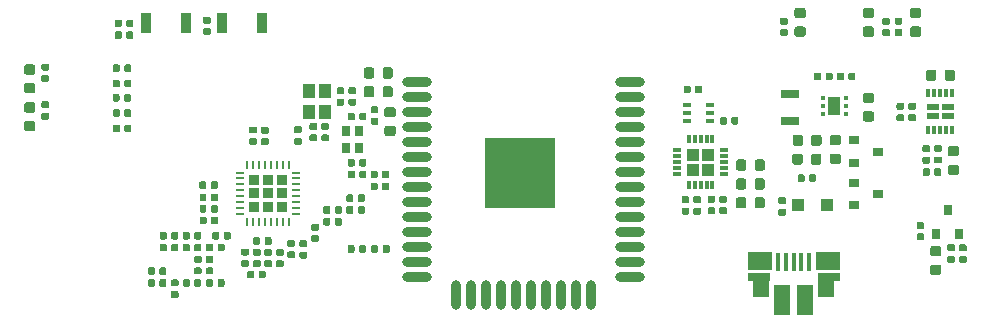
<source format=gbr>
G04 #@! TF.GenerationSoftware,KiCad,Pcbnew,5.0.2-bee76a0~70~ubuntu18.04.1*
G04 #@! TF.CreationDate,2019-04-01T00:38:36-04:00*
G04 #@! TF.ProjectId,L-Clip-V0,4c2d436c-6970-42d5-9630-2e6b69636164,rev?*
G04 #@! TF.SameCoordinates,Original*
G04 #@! TF.FileFunction,Paste,Top*
G04 #@! TF.FilePolarity,Positive*
%FSLAX46Y46*%
G04 Gerber Fmt 4.6, Leading zero omitted, Abs format (unit mm)*
G04 Created by KiCad (PCBNEW 5.0.2-bee76a0~70~ubuntu18.04.1) date Mon 01 Apr 2019 12:38:36 AM EDT*
%MOMM*%
%LPD*%
G01*
G04 APERTURE LIST*
%ADD10C,0.100000*%
%ADD11C,0.590000*%
%ADD12R,1.524000X0.700000*%
%ADD13R,0.250000X0.700000*%
%ADD14R,0.700000X0.250000*%
%ADD15R,0.920000X0.920000*%
%ADD16O,2.500000X0.900000*%
%ADD17O,0.900000X2.500000*%
%ADD18R,6.000000X6.000000*%
%ADD19C,0.875000*%
%ADD20R,1.350000X2.000000*%
%ADD21R,1.825000X0.700000*%
%ADD22R,2.000000X1.500000*%
%ADD23R,0.400000X1.650000*%
%ADD24R,1.430000X2.500000*%
%ADD25R,0.900000X0.800000*%
%ADD26R,0.900000X1.700000*%
%ADD27R,0.800000X0.900000*%
%ADD28R,1.000000X1.150000*%
%ADD29R,1.000000X1.000000*%
%ADD30R,0.300000X0.650000*%
%ADD31R,1.050000X0.600000*%
%ADD32R,0.650000X0.400000*%
%ADD33R,0.730000X0.300000*%
%ADD34R,0.300000X0.730000*%
%ADD35R,1.050000X1.050000*%
%ADD36R,1.000000X1.600000*%
%ADD37R,0.450000X0.300000*%
G04 APERTURE END LIST*
D10*
G04 #@! TO.C,R11*
G36*
X181686958Y-77835710D02*
X181701276Y-77837834D01*
X181715317Y-77841351D01*
X181728946Y-77846228D01*
X181742031Y-77852417D01*
X181754447Y-77859858D01*
X181766073Y-77868481D01*
X181776798Y-77878202D01*
X181786519Y-77888927D01*
X181795142Y-77900553D01*
X181802583Y-77912969D01*
X181808772Y-77926054D01*
X181813649Y-77939683D01*
X181817166Y-77953724D01*
X181819290Y-77968042D01*
X181820000Y-77982500D01*
X181820000Y-78277500D01*
X181819290Y-78291958D01*
X181817166Y-78306276D01*
X181813649Y-78320317D01*
X181808772Y-78333946D01*
X181802583Y-78347031D01*
X181795142Y-78359447D01*
X181786519Y-78371073D01*
X181776798Y-78381798D01*
X181766073Y-78391519D01*
X181754447Y-78400142D01*
X181742031Y-78407583D01*
X181728946Y-78413772D01*
X181715317Y-78418649D01*
X181701276Y-78422166D01*
X181686958Y-78424290D01*
X181672500Y-78425000D01*
X181327500Y-78425000D01*
X181313042Y-78424290D01*
X181298724Y-78422166D01*
X181284683Y-78418649D01*
X181271054Y-78413772D01*
X181257969Y-78407583D01*
X181245553Y-78400142D01*
X181233927Y-78391519D01*
X181223202Y-78381798D01*
X181213481Y-78371073D01*
X181204858Y-78359447D01*
X181197417Y-78347031D01*
X181191228Y-78333946D01*
X181186351Y-78320317D01*
X181182834Y-78306276D01*
X181180710Y-78291958D01*
X181180000Y-78277500D01*
X181180000Y-77982500D01*
X181180710Y-77968042D01*
X181182834Y-77953724D01*
X181186351Y-77939683D01*
X181191228Y-77926054D01*
X181197417Y-77912969D01*
X181204858Y-77900553D01*
X181213481Y-77888927D01*
X181223202Y-77878202D01*
X181233927Y-77868481D01*
X181245553Y-77859858D01*
X181257969Y-77852417D01*
X181271054Y-77846228D01*
X181284683Y-77841351D01*
X181298724Y-77837834D01*
X181313042Y-77835710D01*
X181327500Y-77835000D01*
X181672500Y-77835000D01*
X181686958Y-77835710D01*
X181686958Y-77835710D01*
G37*
D11*
X181500000Y-78130000D03*
D10*
G36*
X181686958Y-78805710D02*
X181701276Y-78807834D01*
X181715317Y-78811351D01*
X181728946Y-78816228D01*
X181742031Y-78822417D01*
X181754447Y-78829858D01*
X181766073Y-78838481D01*
X181776798Y-78848202D01*
X181786519Y-78858927D01*
X181795142Y-78870553D01*
X181802583Y-78882969D01*
X181808772Y-78896054D01*
X181813649Y-78909683D01*
X181817166Y-78923724D01*
X181819290Y-78938042D01*
X181820000Y-78952500D01*
X181820000Y-79247500D01*
X181819290Y-79261958D01*
X181817166Y-79276276D01*
X181813649Y-79290317D01*
X181808772Y-79303946D01*
X181802583Y-79317031D01*
X181795142Y-79329447D01*
X181786519Y-79341073D01*
X181776798Y-79351798D01*
X181766073Y-79361519D01*
X181754447Y-79370142D01*
X181742031Y-79377583D01*
X181728946Y-79383772D01*
X181715317Y-79388649D01*
X181701276Y-79392166D01*
X181686958Y-79394290D01*
X181672500Y-79395000D01*
X181327500Y-79395000D01*
X181313042Y-79394290D01*
X181298724Y-79392166D01*
X181284683Y-79388649D01*
X181271054Y-79383772D01*
X181257969Y-79377583D01*
X181245553Y-79370142D01*
X181233927Y-79361519D01*
X181223202Y-79351798D01*
X181213481Y-79341073D01*
X181204858Y-79329447D01*
X181197417Y-79317031D01*
X181191228Y-79303946D01*
X181186351Y-79290317D01*
X181182834Y-79276276D01*
X181180710Y-79261958D01*
X181180000Y-79247500D01*
X181180000Y-78952500D01*
X181180710Y-78938042D01*
X181182834Y-78923724D01*
X181186351Y-78909683D01*
X181191228Y-78896054D01*
X181197417Y-78882969D01*
X181204858Y-78870553D01*
X181213481Y-78858927D01*
X181223202Y-78848202D01*
X181233927Y-78838481D01*
X181245553Y-78829858D01*
X181257969Y-78822417D01*
X181271054Y-78816228D01*
X181284683Y-78811351D01*
X181298724Y-78807834D01*
X181313042Y-78805710D01*
X181327500Y-78805000D01*
X181672500Y-78805000D01*
X181686958Y-78805710D01*
X181686958Y-78805710D01*
G37*
D11*
X181500000Y-79100000D03*
G04 #@! TD*
D12*
G04 #@! TO.C,L9*
X173400000Y-84250000D03*
X173400000Y-86550000D03*
G04 #@! TD*
D10*
G04 #@! TO.C,C1*
G36*
X129086958Y-87055710D02*
X129101276Y-87057834D01*
X129115317Y-87061351D01*
X129128946Y-87066228D01*
X129142031Y-87072417D01*
X129154447Y-87079858D01*
X129166073Y-87088481D01*
X129176798Y-87098202D01*
X129186519Y-87108927D01*
X129195142Y-87120553D01*
X129202583Y-87132969D01*
X129208772Y-87146054D01*
X129213649Y-87159683D01*
X129217166Y-87173724D01*
X129219290Y-87188042D01*
X129220000Y-87202500D01*
X129220000Y-87497500D01*
X129219290Y-87511958D01*
X129217166Y-87526276D01*
X129213649Y-87540317D01*
X129208772Y-87553946D01*
X129202583Y-87567031D01*
X129195142Y-87579447D01*
X129186519Y-87591073D01*
X129176798Y-87601798D01*
X129166073Y-87611519D01*
X129154447Y-87620142D01*
X129142031Y-87627583D01*
X129128946Y-87633772D01*
X129115317Y-87638649D01*
X129101276Y-87642166D01*
X129086958Y-87644290D01*
X129072500Y-87645000D01*
X128727500Y-87645000D01*
X128713042Y-87644290D01*
X128698724Y-87642166D01*
X128684683Y-87638649D01*
X128671054Y-87633772D01*
X128657969Y-87627583D01*
X128645553Y-87620142D01*
X128633927Y-87611519D01*
X128623202Y-87601798D01*
X128613481Y-87591073D01*
X128604858Y-87579447D01*
X128597417Y-87567031D01*
X128591228Y-87553946D01*
X128586351Y-87540317D01*
X128582834Y-87526276D01*
X128580710Y-87511958D01*
X128580000Y-87497500D01*
X128580000Y-87202500D01*
X128580710Y-87188042D01*
X128582834Y-87173724D01*
X128586351Y-87159683D01*
X128591228Y-87146054D01*
X128597417Y-87132969D01*
X128604858Y-87120553D01*
X128613481Y-87108927D01*
X128623202Y-87098202D01*
X128633927Y-87088481D01*
X128645553Y-87079858D01*
X128657969Y-87072417D01*
X128671054Y-87066228D01*
X128684683Y-87061351D01*
X128698724Y-87057834D01*
X128713042Y-87055710D01*
X128727500Y-87055000D01*
X129072500Y-87055000D01*
X129086958Y-87055710D01*
X129086958Y-87055710D01*
G37*
D11*
X128900000Y-87350000D03*
D10*
G36*
X129086958Y-88025710D02*
X129101276Y-88027834D01*
X129115317Y-88031351D01*
X129128946Y-88036228D01*
X129142031Y-88042417D01*
X129154447Y-88049858D01*
X129166073Y-88058481D01*
X129176798Y-88068202D01*
X129186519Y-88078927D01*
X129195142Y-88090553D01*
X129202583Y-88102969D01*
X129208772Y-88116054D01*
X129213649Y-88129683D01*
X129217166Y-88143724D01*
X129219290Y-88158042D01*
X129220000Y-88172500D01*
X129220000Y-88467500D01*
X129219290Y-88481958D01*
X129217166Y-88496276D01*
X129213649Y-88510317D01*
X129208772Y-88523946D01*
X129202583Y-88537031D01*
X129195142Y-88549447D01*
X129186519Y-88561073D01*
X129176798Y-88571798D01*
X129166073Y-88581519D01*
X129154447Y-88590142D01*
X129142031Y-88597583D01*
X129128946Y-88603772D01*
X129115317Y-88608649D01*
X129101276Y-88612166D01*
X129086958Y-88614290D01*
X129072500Y-88615000D01*
X128727500Y-88615000D01*
X128713042Y-88614290D01*
X128698724Y-88612166D01*
X128684683Y-88608649D01*
X128671054Y-88603772D01*
X128657969Y-88597583D01*
X128645553Y-88590142D01*
X128633927Y-88581519D01*
X128623202Y-88571798D01*
X128613481Y-88561073D01*
X128604858Y-88549447D01*
X128597417Y-88537031D01*
X128591228Y-88523946D01*
X128586351Y-88510317D01*
X128582834Y-88496276D01*
X128580710Y-88481958D01*
X128580000Y-88467500D01*
X128580000Y-88172500D01*
X128580710Y-88158042D01*
X128582834Y-88143724D01*
X128586351Y-88129683D01*
X128591228Y-88116054D01*
X128597417Y-88102969D01*
X128604858Y-88090553D01*
X128613481Y-88078927D01*
X128623202Y-88068202D01*
X128633927Y-88058481D01*
X128645553Y-88049858D01*
X128657969Y-88042417D01*
X128671054Y-88036228D01*
X128684683Y-88031351D01*
X128698724Y-88027834D01*
X128713042Y-88025710D01*
X128727500Y-88025000D01*
X129072500Y-88025000D01*
X129086958Y-88025710D01*
X129086958Y-88025710D01*
G37*
D11*
X128900000Y-88320000D03*
G04 #@! TD*
D10*
G04 #@! TO.C,C2*
G36*
X136391958Y-85880710D02*
X136406276Y-85882834D01*
X136420317Y-85886351D01*
X136433946Y-85891228D01*
X136447031Y-85897417D01*
X136459447Y-85904858D01*
X136471073Y-85913481D01*
X136481798Y-85923202D01*
X136491519Y-85933927D01*
X136500142Y-85945553D01*
X136507583Y-85957969D01*
X136513772Y-85971054D01*
X136518649Y-85984683D01*
X136522166Y-85998724D01*
X136524290Y-86013042D01*
X136525000Y-86027500D01*
X136525000Y-86372500D01*
X136524290Y-86386958D01*
X136522166Y-86401276D01*
X136518649Y-86415317D01*
X136513772Y-86428946D01*
X136507583Y-86442031D01*
X136500142Y-86454447D01*
X136491519Y-86466073D01*
X136481798Y-86476798D01*
X136471073Y-86486519D01*
X136459447Y-86495142D01*
X136447031Y-86502583D01*
X136433946Y-86508772D01*
X136420317Y-86513649D01*
X136406276Y-86517166D01*
X136391958Y-86519290D01*
X136377500Y-86520000D01*
X136082500Y-86520000D01*
X136068042Y-86519290D01*
X136053724Y-86517166D01*
X136039683Y-86513649D01*
X136026054Y-86508772D01*
X136012969Y-86502583D01*
X136000553Y-86495142D01*
X135988927Y-86486519D01*
X135978202Y-86476798D01*
X135968481Y-86466073D01*
X135959858Y-86454447D01*
X135952417Y-86442031D01*
X135946228Y-86428946D01*
X135941351Y-86415317D01*
X135937834Y-86401276D01*
X135935710Y-86386958D01*
X135935000Y-86372500D01*
X135935000Y-86027500D01*
X135935710Y-86013042D01*
X135937834Y-85998724D01*
X135941351Y-85984683D01*
X135946228Y-85971054D01*
X135952417Y-85957969D01*
X135959858Y-85945553D01*
X135968481Y-85933927D01*
X135978202Y-85923202D01*
X135988927Y-85913481D01*
X136000553Y-85904858D01*
X136012969Y-85897417D01*
X136026054Y-85891228D01*
X136039683Y-85886351D01*
X136053724Y-85882834D01*
X136068042Y-85880710D01*
X136082500Y-85880000D01*
X136377500Y-85880000D01*
X136391958Y-85880710D01*
X136391958Y-85880710D01*
G37*
D11*
X136230000Y-86200000D03*
D10*
G36*
X137361958Y-85880710D02*
X137376276Y-85882834D01*
X137390317Y-85886351D01*
X137403946Y-85891228D01*
X137417031Y-85897417D01*
X137429447Y-85904858D01*
X137441073Y-85913481D01*
X137451798Y-85923202D01*
X137461519Y-85933927D01*
X137470142Y-85945553D01*
X137477583Y-85957969D01*
X137483772Y-85971054D01*
X137488649Y-85984683D01*
X137492166Y-85998724D01*
X137494290Y-86013042D01*
X137495000Y-86027500D01*
X137495000Y-86372500D01*
X137494290Y-86386958D01*
X137492166Y-86401276D01*
X137488649Y-86415317D01*
X137483772Y-86428946D01*
X137477583Y-86442031D01*
X137470142Y-86454447D01*
X137461519Y-86466073D01*
X137451798Y-86476798D01*
X137441073Y-86486519D01*
X137429447Y-86495142D01*
X137417031Y-86502583D01*
X137403946Y-86508772D01*
X137390317Y-86513649D01*
X137376276Y-86517166D01*
X137361958Y-86519290D01*
X137347500Y-86520000D01*
X137052500Y-86520000D01*
X137038042Y-86519290D01*
X137023724Y-86517166D01*
X137009683Y-86513649D01*
X136996054Y-86508772D01*
X136982969Y-86502583D01*
X136970553Y-86495142D01*
X136958927Y-86486519D01*
X136948202Y-86476798D01*
X136938481Y-86466073D01*
X136929858Y-86454447D01*
X136922417Y-86442031D01*
X136916228Y-86428946D01*
X136911351Y-86415317D01*
X136907834Y-86401276D01*
X136905710Y-86386958D01*
X136905000Y-86372500D01*
X136905000Y-86027500D01*
X136905710Y-86013042D01*
X136907834Y-85998724D01*
X136911351Y-85984683D01*
X136916228Y-85971054D01*
X136922417Y-85957969D01*
X136929858Y-85945553D01*
X136938481Y-85933927D01*
X136948202Y-85923202D01*
X136958927Y-85913481D01*
X136970553Y-85904858D01*
X136982969Y-85897417D01*
X136996054Y-85891228D01*
X137009683Y-85886351D01*
X137023724Y-85882834D01*
X137038042Y-85880710D01*
X137052500Y-85880000D01*
X137347500Y-85880000D01*
X137361958Y-85880710D01*
X137361958Y-85880710D01*
G37*
D11*
X137200000Y-86200000D03*
G04 #@! TD*
D10*
G04 #@! TO.C,C3*
G36*
X131886958Y-87990710D02*
X131901276Y-87992834D01*
X131915317Y-87996351D01*
X131928946Y-88001228D01*
X131942031Y-88007417D01*
X131954447Y-88014858D01*
X131966073Y-88023481D01*
X131976798Y-88033202D01*
X131986519Y-88043927D01*
X131995142Y-88055553D01*
X132002583Y-88067969D01*
X132008772Y-88081054D01*
X132013649Y-88094683D01*
X132017166Y-88108724D01*
X132019290Y-88123042D01*
X132020000Y-88137500D01*
X132020000Y-88432500D01*
X132019290Y-88446958D01*
X132017166Y-88461276D01*
X132013649Y-88475317D01*
X132008772Y-88488946D01*
X132002583Y-88502031D01*
X131995142Y-88514447D01*
X131986519Y-88526073D01*
X131976798Y-88536798D01*
X131966073Y-88546519D01*
X131954447Y-88555142D01*
X131942031Y-88562583D01*
X131928946Y-88568772D01*
X131915317Y-88573649D01*
X131901276Y-88577166D01*
X131886958Y-88579290D01*
X131872500Y-88580000D01*
X131527500Y-88580000D01*
X131513042Y-88579290D01*
X131498724Y-88577166D01*
X131484683Y-88573649D01*
X131471054Y-88568772D01*
X131457969Y-88562583D01*
X131445553Y-88555142D01*
X131433927Y-88546519D01*
X131423202Y-88536798D01*
X131413481Y-88526073D01*
X131404858Y-88514447D01*
X131397417Y-88502031D01*
X131391228Y-88488946D01*
X131386351Y-88475317D01*
X131382834Y-88461276D01*
X131380710Y-88446958D01*
X131380000Y-88432500D01*
X131380000Y-88137500D01*
X131380710Y-88123042D01*
X131382834Y-88108724D01*
X131386351Y-88094683D01*
X131391228Y-88081054D01*
X131397417Y-88067969D01*
X131404858Y-88055553D01*
X131413481Y-88043927D01*
X131423202Y-88033202D01*
X131433927Y-88023481D01*
X131445553Y-88014858D01*
X131457969Y-88007417D01*
X131471054Y-88001228D01*
X131484683Y-87996351D01*
X131498724Y-87992834D01*
X131513042Y-87990710D01*
X131527500Y-87990000D01*
X131872500Y-87990000D01*
X131886958Y-87990710D01*
X131886958Y-87990710D01*
G37*
D11*
X131700000Y-88285000D03*
D10*
G36*
X131886958Y-87020710D02*
X131901276Y-87022834D01*
X131915317Y-87026351D01*
X131928946Y-87031228D01*
X131942031Y-87037417D01*
X131954447Y-87044858D01*
X131966073Y-87053481D01*
X131976798Y-87063202D01*
X131986519Y-87073927D01*
X131995142Y-87085553D01*
X132002583Y-87097969D01*
X132008772Y-87111054D01*
X132013649Y-87124683D01*
X132017166Y-87138724D01*
X132019290Y-87153042D01*
X132020000Y-87167500D01*
X132020000Y-87462500D01*
X132019290Y-87476958D01*
X132017166Y-87491276D01*
X132013649Y-87505317D01*
X132008772Y-87518946D01*
X132002583Y-87532031D01*
X131995142Y-87544447D01*
X131986519Y-87556073D01*
X131976798Y-87566798D01*
X131966073Y-87576519D01*
X131954447Y-87585142D01*
X131942031Y-87592583D01*
X131928946Y-87598772D01*
X131915317Y-87603649D01*
X131901276Y-87607166D01*
X131886958Y-87609290D01*
X131872500Y-87610000D01*
X131527500Y-87610000D01*
X131513042Y-87609290D01*
X131498724Y-87607166D01*
X131484683Y-87603649D01*
X131471054Y-87598772D01*
X131457969Y-87592583D01*
X131445553Y-87585142D01*
X131433927Y-87576519D01*
X131423202Y-87566798D01*
X131413481Y-87556073D01*
X131404858Y-87544447D01*
X131397417Y-87532031D01*
X131391228Y-87518946D01*
X131386351Y-87505317D01*
X131382834Y-87491276D01*
X131380710Y-87476958D01*
X131380000Y-87462500D01*
X131380000Y-87167500D01*
X131380710Y-87153042D01*
X131382834Y-87138724D01*
X131386351Y-87124683D01*
X131391228Y-87111054D01*
X131397417Y-87097969D01*
X131404858Y-87085553D01*
X131413481Y-87073927D01*
X131423202Y-87063202D01*
X131433927Y-87053481D01*
X131445553Y-87044858D01*
X131457969Y-87037417D01*
X131471054Y-87031228D01*
X131484683Y-87026351D01*
X131498724Y-87022834D01*
X131513042Y-87020710D01*
X131527500Y-87020000D01*
X131872500Y-87020000D01*
X131886958Y-87020710D01*
X131886958Y-87020710D01*
G37*
D11*
X131700000Y-87315000D03*
G04 #@! TD*
D10*
G04 #@! TO.C,C4*
G36*
X136261958Y-93780710D02*
X136276276Y-93782834D01*
X136290317Y-93786351D01*
X136303946Y-93791228D01*
X136317031Y-93797417D01*
X136329447Y-93804858D01*
X136341073Y-93813481D01*
X136351798Y-93823202D01*
X136361519Y-93833927D01*
X136370142Y-93845553D01*
X136377583Y-93857969D01*
X136383772Y-93871054D01*
X136388649Y-93884683D01*
X136392166Y-93898724D01*
X136394290Y-93913042D01*
X136395000Y-93927500D01*
X136395000Y-94272500D01*
X136394290Y-94286958D01*
X136392166Y-94301276D01*
X136388649Y-94315317D01*
X136383772Y-94328946D01*
X136377583Y-94342031D01*
X136370142Y-94354447D01*
X136361519Y-94366073D01*
X136351798Y-94376798D01*
X136341073Y-94386519D01*
X136329447Y-94395142D01*
X136317031Y-94402583D01*
X136303946Y-94408772D01*
X136290317Y-94413649D01*
X136276276Y-94417166D01*
X136261958Y-94419290D01*
X136247500Y-94420000D01*
X135952500Y-94420000D01*
X135938042Y-94419290D01*
X135923724Y-94417166D01*
X135909683Y-94413649D01*
X135896054Y-94408772D01*
X135882969Y-94402583D01*
X135870553Y-94395142D01*
X135858927Y-94386519D01*
X135848202Y-94376798D01*
X135838481Y-94366073D01*
X135829858Y-94354447D01*
X135822417Y-94342031D01*
X135816228Y-94328946D01*
X135811351Y-94315317D01*
X135807834Y-94301276D01*
X135805710Y-94286958D01*
X135805000Y-94272500D01*
X135805000Y-93927500D01*
X135805710Y-93913042D01*
X135807834Y-93898724D01*
X135811351Y-93884683D01*
X135816228Y-93871054D01*
X135822417Y-93857969D01*
X135829858Y-93845553D01*
X135838481Y-93833927D01*
X135848202Y-93823202D01*
X135858927Y-93813481D01*
X135870553Y-93804858D01*
X135882969Y-93797417D01*
X135896054Y-93791228D01*
X135909683Y-93786351D01*
X135923724Y-93782834D01*
X135938042Y-93780710D01*
X135952500Y-93780000D01*
X136247500Y-93780000D01*
X136261958Y-93780710D01*
X136261958Y-93780710D01*
G37*
D11*
X136100000Y-94100000D03*
D10*
G36*
X137231958Y-93780710D02*
X137246276Y-93782834D01*
X137260317Y-93786351D01*
X137273946Y-93791228D01*
X137287031Y-93797417D01*
X137299447Y-93804858D01*
X137311073Y-93813481D01*
X137321798Y-93823202D01*
X137331519Y-93833927D01*
X137340142Y-93845553D01*
X137347583Y-93857969D01*
X137353772Y-93871054D01*
X137358649Y-93884683D01*
X137362166Y-93898724D01*
X137364290Y-93913042D01*
X137365000Y-93927500D01*
X137365000Y-94272500D01*
X137364290Y-94286958D01*
X137362166Y-94301276D01*
X137358649Y-94315317D01*
X137353772Y-94328946D01*
X137347583Y-94342031D01*
X137340142Y-94354447D01*
X137331519Y-94366073D01*
X137321798Y-94376798D01*
X137311073Y-94386519D01*
X137299447Y-94395142D01*
X137287031Y-94402583D01*
X137273946Y-94408772D01*
X137260317Y-94413649D01*
X137246276Y-94417166D01*
X137231958Y-94419290D01*
X137217500Y-94420000D01*
X136922500Y-94420000D01*
X136908042Y-94419290D01*
X136893724Y-94417166D01*
X136879683Y-94413649D01*
X136866054Y-94408772D01*
X136852969Y-94402583D01*
X136840553Y-94395142D01*
X136828927Y-94386519D01*
X136818202Y-94376798D01*
X136808481Y-94366073D01*
X136799858Y-94354447D01*
X136792417Y-94342031D01*
X136786228Y-94328946D01*
X136781351Y-94315317D01*
X136777834Y-94301276D01*
X136775710Y-94286958D01*
X136775000Y-94272500D01*
X136775000Y-93927500D01*
X136775710Y-93913042D01*
X136777834Y-93898724D01*
X136781351Y-93884683D01*
X136786228Y-93871054D01*
X136792417Y-93857969D01*
X136799858Y-93845553D01*
X136808481Y-93833927D01*
X136818202Y-93823202D01*
X136828927Y-93813481D01*
X136840553Y-93804858D01*
X136852969Y-93797417D01*
X136866054Y-93791228D01*
X136879683Y-93786351D01*
X136893724Y-93782834D01*
X136908042Y-93780710D01*
X136922500Y-93780000D01*
X137217500Y-93780000D01*
X137231958Y-93780710D01*
X137231958Y-93780710D01*
G37*
D11*
X137070000Y-94100000D03*
G04 #@! TD*
D10*
G04 #@! TO.C,C5*
G36*
X137346958Y-89780710D02*
X137361276Y-89782834D01*
X137375317Y-89786351D01*
X137388946Y-89791228D01*
X137402031Y-89797417D01*
X137414447Y-89804858D01*
X137426073Y-89813481D01*
X137436798Y-89823202D01*
X137446519Y-89833927D01*
X137455142Y-89845553D01*
X137462583Y-89857969D01*
X137468772Y-89871054D01*
X137473649Y-89884683D01*
X137477166Y-89898724D01*
X137479290Y-89913042D01*
X137480000Y-89927500D01*
X137480000Y-90272500D01*
X137479290Y-90286958D01*
X137477166Y-90301276D01*
X137473649Y-90315317D01*
X137468772Y-90328946D01*
X137462583Y-90342031D01*
X137455142Y-90354447D01*
X137446519Y-90366073D01*
X137436798Y-90376798D01*
X137426073Y-90386519D01*
X137414447Y-90395142D01*
X137402031Y-90402583D01*
X137388946Y-90408772D01*
X137375317Y-90413649D01*
X137361276Y-90417166D01*
X137346958Y-90419290D01*
X137332500Y-90420000D01*
X137037500Y-90420000D01*
X137023042Y-90419290D01*
X137008724Y-90417166D01*
X136994683Y-90413649D01*
X136981054Y-90408772D01*
X136967969Y-90402583D01*
X136955553Y-90395142D01*
X136943927Y-90386519D01*
X136933202Y-90376798D01*
X136923481Y-90366073D01*
X136914858Y-90354447D01*
X136907417Y-90342031D01*
X136901228Y-90328946D01*
X136896351Y-90315317D01*
X136892834Y-90301276D01*
X136890710Y-90286958D01*
X136890000Y-90272500D01*
X136890000Y-89927500D01*
X136890710Y-89913042D01*
X136892834Y-89898724D01*
X136896351Y-89884683D01*
X136901228Y-89871054D01*
X136907417Y-89857969D01*
X136914858Y-89845553D01*
X136923481Y-89833927D01*
X136933202Y-89823202D01*
X136943927Y-89813481D01*
X136955553Y-89804858D01*
X136967969Y-89797417D01*
X136981054Y-89791228D01*
X136994683Y-89786351D01*
X137008724Y-89782834D01*
X137023042Y-89780710D01*
X137037500Y-89780000D01*
X137332500Y-89780000D01*
X137346958Y-89780710D01*
X137346958Y-89780710D01*
G37*
D11*
X137185000Y-90100000D03*
D10*
G36*
X136376958Y-89780710D02*
X136391276Y-89782834D01*
X136405317Y-89786351D01*
X136418946Y-89791228D01*
X136432031Y-89797417D01*
X136444447Y-89804858D01*
X136456073Y-89813481D01*
X136466798Y-89823202D01*
X136476519Y-89833927D01*
X136485142Y-89845553D01*
X136492583Y-89857969D01*
X136498772Y-89871054D01*
X136503649Y-89884683D01*
X136507166Y-89898724D01*
X136509290Y-89913042D01*
X136510000Y-89927500D01*
X136510000Y-90272500D01*
X136509290Y-90286958D01*
X136507166Y-90301276D01*
X136503649Y-90315317D01*
X136498772Y-90328946D01*
X136492583Y-90342031D01*
X136485142Y-90354447D01*
X136476519Y-90366073D01*
X136466798Y-90376798D01*
X136456073Y-90386519D01*
X136444447Y-90395142D01*
X136432031Y-90402583D01*
X136418946Y-90408772D01*
X136405317Y-90413649D01*
X136391276Y-90417166D01*
X136376958Y-90419290D01*
X136362500Y-90420000D01*
X136067500Y-90420000D01*
X136053042Y-90419290D01*
X136038724Y-90417166D01*
X136024683Y-90413649D01*
X136011054Y-90408772D01*
X135997969Y-90402583D01*
X135985553Y-90395142D01*
X135973927Y-90386519D01*
X135963202Y-90376798D01*
X135953481Y-90366073D01*
X135944858Y-90354447D01*
X135937417Y-90342031D01*
X135931228Y-90328946D01*
X135926351Y-90315317D01*
X135922834Y-90301276D01*
X135920710Y-90286958D01*
X135920000Y-90272500D01*
X135920000Y-89927500D01*
X135920710Y-89913042D01*
X135922834Y-89898724D01*
X135926351Y-89884683D01*
X135931228Y-89871054D01*
X135937417Y-89857969D01*
X135944858Y-89845553D01*
X135953481Y-89833927D01*
X135963202Y-89823202D01*
X135973927Y-89813481D01*
X135985553Y-89804858D01*
X135997969Y-89797417D01*
X136011054Y-89791228D01*
X136024683Y-89786351D01*
X136038724Y-89782834D01*
X136053042Y-89780710D01*
X136067500Y-89780000D01*
X136362500Y-89780000D01*
X136376958Y-89780710D01*
X136376958Y-89780710D01*
G37*
D11*
X136215000Y-90100000D03*
G04 #@! TD*
D10*
G04 #@! TO.C,C6*
G36*
X135486958Y-84690710D02*
X135501276Y-84692834D01*
X135515317Y-84696351D01*
X135528946Y-84701228D01*
X135542031Y-84707417D01*
X135554447Y-84714858D01*
X135566073Y-84723481D01*
X135576798Y-84733202D01*
X135586519Y-84743927D01*
X135595142Y-84755553D01*
X135602583Y-84767969D01*
X135608772Y-84781054D01*
X135613649Y-84794683D01*
X135617166Y-84808724D01*
X135619290Y-84823042D01*
X135620000Y-84837500D01*
X135620000Y-85132500D01*
X135619290Y-85146958D01*
X135617166Y-85161276D01*
X135613649Y-85175317D01*
X135608772Y-85188946D01*
X135602583Y-85202031D01*
X135595142Y-85214447D01*
X135586519Y-85226073D01*
X135576798Y-85236798D01*
X135566073Y-85246519D01*
X135554447Y-85255142D01*
X135542031Y-85262583D01*
X135528946Y-85268772D01*
X135515317Y-85273649D01*
X135501276Y-85277166D01*
X135486958Y-85279290D01*
X135472500Y-85280000D01*
X135127500Y-85280000D01*
X135113042Y-85279290D01*
X135098724Y-85277166D01*
X135084683Y-85273649D01*
X135071054Y-85268772D01*
X135057969Y-85262583D01*
X135045553Y-85255142D01*
X135033927Y-85246519D01*
X135023202Y-85236798D01*
X135013481Y-85226073D01*
X135004858Y-85214447D01*
X134997417Y-85202031D01*
X134991228Y-85188946D01*
X134986351Y-85175317D01*
X134982834Y-85161276D01*
X134980710Y-85146958D01*
X134980000Y-85132500D01*
X134980000Y-84837500D01*
X134980710Y-84823042D01*
X134982834Y-84808724D01*
X134986351Y-84794683D01*
X134991228Y-84781054D01*
X134997417Y-84767969D01*
X135004858Y-84755553D01*
X135013481Y-84743927D01*
X135023202Y-84733202D01*
X135033927Y-84723481D01*
X135045553Y-84714858D01*
X135057969Y-84707417D01*
X135071054Y-84701228D01*
X135084683Y-84696351D01*
X135098724Y-84692834D01*
X135113042Y-84690710D01*
X135127500Y-84690000D01*
X135472500Y-84690000D01*
X135486958Y-84690710D01*
X135486958Y-84690710D01*
G37*
D11*
X135300000Y-84985000D03*
D10*
G36*
X135486958Y-83720710D02*
X135501276Y-83722834D01*
X135515317Y-83726351D01*
X135528946Y-83731228D01*
X135542031Y-83737417D01*
X135554447Y-83744858D01*
X135566073Y-83753481D01*
X135576798Y-83763202D01*
X135586519Y-83773927D01*
X135595142Y-83785553D01*
X135602583Y-83797969D01*
X135608772Y-83811054D01*
X135613649Y-83824683D01*
X135617166Y-83838724D01*
X135619290Y-83853042D01*
X135620000Y-83867500D01*
X135620000Y-84162500D01*
X135619290Y-84176958D01*
X135617166Y-84191276D01*
X135613649Y-84205317D01*
X135608772Y-84218946D01*
X135602583Y-84232031D01*
X135595142Y-84244447D01*
X135586519Y-84256073D01*
X135576798Y-84266798D01*
X135566073Y-84276519D01*
X135554447Y-84285142D01*
X135542031Y-84292583D01*
X135528946Y-84298772D01*
X135515317Y-84303649D01*
X135501276Y-84307166D01*
X135486958Y-84309290D01*
X135472500Y-84310000D01*
X135127500Y-84310000D01*
X135113042Y-84309290D01*
X135098724Y-84307166D01*
X135084683Y-84303649D01*
X135071054Y-84298772D01*
X135057969Y-84292583D01*
X135045553Y-84285142D01*
X135033927Y-84276519D01*
X135023202Y-84266798D01*
X135013481Y-84256073D01*
X135004858Y-84244447D01*
X134997417Y-84232031D01*
X134991228Y-84218946D01*
X134986351Y-84205317D01*
X134982834Y-84191276D01*
X134980710Y-84176958D01*
X134980000Y-84162500D01*
X134980000Y-83867500D01*
X134980710Y-83853042D01*
X134982834Y-83838724D01*
X134986351Y-83824683D01*
X134991228Y-83811054D01*
X134997417Y-83797969D01*
X135004858Y-83785553D01*
X135013481Y-83773927D01*
X135023202Y-83763202D01*
X135033927Y-83753481D01*
X135045553Y-83744858D01*
X135057969Y-83737417D01*
X135071054Y-83731228D01*
X135084683Y-83726351D01*
X135098724Y-83722834D01*
X135113042Y-83720710D01*
X135127500Y-83720000D01*
X135472500Y-83720000D01*
X135486958Y-83720710D01*
X135486958Y-83720710D01*
G37*
D11*
X135300000Y-84015000D03*
G04 #@! TD*
D10*
G04 #@! TO.C,C7*
G36*
X134186958Y-86735710D02*
X134201276Y-86737834D01*
X134215317Y-86741351D01*
X134228946Y-86746228D01*
X134242031Y-86752417D01*
X134254447Y-86759858D01*
X134266073Y-86768481D01*
X134276798Y-86778202D01*
X134286519Y-86788927D01*
X134295142Y-86800553D01*
X134302583Y-86812969D01*
X134308772Y-86826054D01*
X134313649Y-86839683D01*
X134317166Y-86853724D01*
X134319290Y-86868042D01*
X134320000Y-86882500D01*
X134320000Y-87177500D01*
X134319290Y-87191958D01*
X134317166Y-87206276D01*
X134313649Y-87220317D01*
X134308772Y-87233946D01*
X134302583Y-87247031D01*
X134295142Y-87259447D01*
X134286519Y-87271073D01*
X134276798Y-87281798D01*
X134266073Y-87291519D01*
X134254447Y-87300142D01*
X134242031Y-87307583D01*
X134228946Y-87313772D01*
X134215317Y-87318649D01*
X134201276Y-87322166D01*
X134186958Y-87324290D01*
X134172500Y-87325000D01*
X133827500Y-87325000D01*
X133813042Y-87324290D01*
X133798724Y-87322166D01*
X133784683Y-87318649D01*
X133771054Y-87313772D01*
X133757969Y-87307583D01*
X133745553Y-87300142D01*
X133733927Y-87291519D01*
X133723202Y-87281798D01*
X133713481Y-87271073D01*
X133704858Y-87259447D01*
X133697417Y-87247031D01*
X133691228Y-87233946D01*
X133686351Y-87220317D01*
X133682834Y-87206276D01*
X133680710Y-87191958D01*
X133680000Y-87177500D01*
X133680000Y-86882500D01*
X133680710Y-86868042D01*
X133682834Y-86853724D01*
X133686351Y-86839683D01*
X133691228Y-86826054D01*
X133697417Y-86812969D01*
X133704858Y-86800553D01*
X133713481Y-86788927D01*
X133723202Y-86778202D01*
X133733927Y-86768481D01*
X133745553Y-86759858D01*
X133757969Y-86752417D01*
X133771054Y-86746228D01*
X133784683Y-86741351D01*
X133798724Y-86737834D01*
X133813042Y-86735710D01*
X133827500Y-86735000D01*
X134172500Y-86735000D01*
X134186958Y-86735710D01*
X134186958Y-86735710D01*
G37*
D11*
X134000000Y-87030000D03*
D10*
G36*
X134186958Y-87705710D02*
X134201276Y-87707834D01*
X134215317Y-87711351D01*
X134228946Y-87716228D01*
X134242031Y-87722417D01*
X134254447Y-87729858D01*
X134266073Y-87738481D01*
X134276798Y-87748202D01*
X134286519Y-87758927D01*
X134295142Y-87770553D01*
X134302583Y-87782969D01*
X134308772Y-87796054D01*
X134313649Y-87809683D01*
X134317166Y-87823724D01*
X134319290Y-87838042D01*
X134320000Y-87852500D01*
X134320000Y-88147500D01*
X134319290Y-88161958D01*
X134317166Y-88176276D01*
X134313649Y-88190317D01*
X134308772Y-88203946D01*
X134302583Y-88217031D01*
X134295142Y-88229447D01*
X134286519Y-88241073D01*
X134276798Y-88251798D01*
X134266073Y-88261519D01*
X134254447Y-88270142D01*
X134242031Y-88277583D01*
X134228946Y-88283772D01*
X134215317Y-88288649D01*
X134201276Y-88292166D01*
X134186958Y-88294290D01*
X134172500Y-88295000D01*
X133827500Y-88295000D01*
X133813042Y-88294290D01*
X133798724Y-88292166D01*
X133784683Y-88288649D01*
X133771054Y-88283772D01*
X133757969Y-88277583D01*
X133745553Y-88270142D01*
X133733927Y-88261519D01*
X133723202Y-88251798D01*
X133713481Y-88241073D01*
X133704858Y-88229447D01*
X133697417Y-88217031D01*
X133691228Y-88203946D01*
X133686351Y-88190317D01*
X133682834Y-88176276D01*
X133680710Y-88161958D01*
X133680000Y-88147500D01*
X133680000Y-87852500D01*
X133680710Y-87838042D01*
X133682834Y-87823724D01*
X133686351Y-87809683D01*
X133691228Y-87796054D01*
X133697417Y-87782969D01*
X133704858Y-87770553D01*
X133713481Y-87758927D01*
X133723202Y-87748202D01*
X133733927Y-87738481D01*
X133745553Y-87729858D01*
X133757969Y-87722417D01*
X133771054Y-87716228D01*
X133784683Y-87711351D01*
X133798724Y-87707834D01*
X133813042Y-87705710D01*
X133827500Y-87705000D01*
X134172500Y-87705000D01*
X134186958Y-87705710D01*
X134186958Y-87705710D01*
G37*
D11*
X134000000Y-88000000D03*
G04 #@! TD*
D10*
G04 #@! TO.C,C8*
G36*
X137231958Y-92780710D02*
X137246276Y-92782834D01*
X137260317Y-92786351D01*
X137273946Y-92791228D01*
X137287031Y-92797417D01*
X137299447Y-92804858D01*
X137311073Y-92813481D01*
X137321798Y-92823202D01*
X137331519Y-92833927D01*
X137340142Y-92845553D01*
X137347583Y-92857969D01*
X137353772Y-92871054D01*
X137358649Y-92884683D01*
X137362166Y-92898724D01*
X137364290Y-92913042D01*
X137365000Y-92927500D01*
X137365000Y-93272500D01*
X137364290Y-93286958D01*
X137362166Y-93301276D01*
X137358649Y-93315317D01*
X137353772Y-93328946D01*
X137347583Y-93342031D01*
X137340142Y-93354447D01*
X137331519Y-93366073D01*
X137321798Y-93376798D01*
X137311073Y-93386519D01*
X137299447Y-93395142D01*
X137287031Y-93402583D01*
X137273946Y-93408772D01*
X137260317Y-93413649D01*
X137246276Y-93417166D01*
X137231958Y-93419290D01*
X137217500Y-93420000D01*
X136922500Y-93420000D01*
X136908042Y-93419290D01*
X136893724Y-93417166D01*
X136879683Y-93413649D01*
X136866054Y-93408772D01*
X136852969Y-93402583D01*
X136840553Y-93395142D01*
X136828927Y-93386519D01*
X136818202Y-93376798D01*
X136808481Y-93366073D01*
X136799858Y-93354447D01*
X136792417Y-93342031D01*
X136786228Y-93328946D01*
X136781351Y-93315317D01*
X136777834Y-93301276D01*
X136775710Y-93286958D01*
X136775000Y-93272500D01*
X136775000Y-92927500D01*
X136775710Y-92913042D01*
X136777834Y-92898724D01*
X136781351Y-92884683D01*
X136786228Y-92871054D01*
X136792417Y-92857969D01*
X136799858Y-92845553D01*
X136808481Y-92833927D01*
X136818202Y-92823202D01*
X136828927Y-92813481D01*
X136840553Y-92804858D01*
X136852969Y-92797417D01*
X136866054Y-92791228D01*
X136879683Y-92786351D01*
X136893724Y-92782834D01*
X136908042Y-92780710D01*
X136922500Y-92780000D01*
X137217500Y-92780000D01*
X137231958Y-92780710D01*
X137231958Y-92780710D01*
G37*
D11*
X137070000Y-93100000D03*
D10*
G36*
X136261958Y-92780710D02*
X136276276Y-92782834D01*
X136290317Y-92786351D01*
X136303946Y-92791228D01*
X136317031Y-92797417D01*
X136329447Y-92804858D01*
X136341073Y-92813481D01*
X136351798Y-92823202D01*
X136361519Y-92833927D01*
X136370142Y-92845553D01*
X136377583Y-92857969D01*
X136383772Y-92871054D01*
X136388649Y-92884683D01*
X136392166Y-92898724D01*
X136394290Y-92913042D01*
X136395000Y-92927500D01*
X136395000Y-93272500D01*
X136394290Y-93286958D01*
X136392166Y-93301276D01*
X136388649Y-93315317D01*
X136383772Y-93328946D01*
X136377583Y-93342031D01*
X136370142Y-93354447D01*
X136361519Y-93366073D01*
X136351798Y-93376798D01*
X136341073Y-93386519D01*
X136329447Y-93395142D01*
X136317031Y-93402583D01*
X136303946Y-93408772D01*
X136290317Y-93413649D01*
X136276276Y-93417166D01*
X136261958Y-93419290D01*
X136247500Y-93420000D01*
X135952500Y-93420000D01*
X135938042Y-93419290D01*
X135923724Y-93417166D01*
X135909683Y-93413649D01*
X135896054Y-93408772D01*
X135882969Y-93402583D01*
X135870553Y-93395142D01*
X135858927Y-93386519D01*
X135848202Y-93376798D01*
X135838481Y-93366073D01*
X135829858Y-93354447D01*
X135822417Y-93342031D01*
X135816228Y-93328946D01*
X135811351Y-93315317D01*
X135807834Y-93301276D01*
X135805710Y-93286958D01*
X135805000Y-93272500D01*
X135805000Y-92927500D01*
X135805710Y-92913042D01*
X135807834Y-92898724D01*
X135811351Y-92884683D01*
X135816228Y-92871054D01*
X135822417Y-92857969D01*
X135829858Y-92845553D01*
X135838481Y-92833927D01*
X135848202Y-92823202D01*
X135858927Y-92813481D01*
X135870553Y-92804858D01*
X135882969Y-92797417D01*
X135896054Y-92791228D01*
X135909683Y-92786351D01*
X135923724Y-92782834D01*
X135938042Y-92780710D01*
X135952500Y-92780000D01*
X136247500Y-92780000D01*
X136261958Y-92780710D01*
X136261958Y-92780710D01*
G37*
D11*
X136100000Y-93100000D03*
G04 #@! TD*
D10*
G04 #@! TO.C,C9*
G36*
X137361958Y-90780710D02*
X137376276Y-90782834D01*
X137390317Y-90786351D01*
X137403946Y-90791228D01*
X137417031Y-90797417D01*
X137429447Y-90804858D01*
X137441073Y-90813481D01*
X137451798Y-90823202D01*
X137461519Y-90833927D01*
X137470142Y-90845553D01*
X137477583Y-90857969D01*
X137483772Y-90871054D01*
X137488649Y-90884683D01*
X137492166Y-90898724D01*
X137494290Y-90913042D01*
X137495000Y-90927500D01*
X137495000Y-91272500D01*
X137494290Y-91286958D01*
X137492166Y-91301276D01*
X137488649Y-91315317D01*
X137483772Y-91328946D01*
X137477583Y-91342031D01*
X137470142Y-91354447D01*
X137461519Y-91366073D01*
X137451798Y-91376798D01*
X137441073Y-91386519D01*
X137429447Y-91395142D01*
X137417031Y-91402583D01*
X137403946Y-91408772D01*
X137390317Y-91413649D01*
X137376276Y-91417166D01*
X137361958Y-91419290D01*
X137347500Y-91420000D01*
X137052500Y-91420000D01*
X137038042Y-91419290D01*
X137023724Y-91417166D01*
X137009683Y-91413649D01*
X136996054Y-91408772D01*
X136982969Y-91402583D01*
X136970553Y-91395142D01*
X136958927Y-91386519D01*
X136948202Y-91376798D01*
X136938481Y-91366073D01*
X136929858Y-91354447D01*
X136922417Y-91342031D01*
X136916228Y-91328946D01*
X136911351Y-91315317D01*
X136907834Y-91301276D01*
X136905710Y-91286958D01*
X136905000Y-91272500D01*
X136905000Y-90927500D01*
X136905710Y-90913042D01*
X136907834Y-90898724D01*
X136911351Y-90884683D01*
X136916228Y-90871054D01*
X136922417Y-90857969D01*
X136929858Y-90845553D01*
X136938481Y-90833927D01*
X136948202Y-90823202D01*
X136958927Y-90813481D01*
X136970553Y-90804858D01*
X136982969Y-90797417D01*
X136996054Y-90791228D01*
X137009683Y-90786351D01*
X137023724Y-90782834D01*
X137038042Y-90780710D01*
X137052500Y-90780000D01*
X137347500Y-90780000D01*
X137361958Y-90780710D01*
X137361958Y-90780710D01*
G37*
D11*
X137200000Y-91100000D03*
D10*
G36*
X136391958Y-90780710D02*
X136406276Y-90782834D01*
X136420317Y-90786351D01*
X136433946Y-90791228D01*
X136447031Y-90797417D01*
X136459447Y-90804858D01*
X136471073Y-90813481D01*
X136481798Y-90823202D01*
X136491519Y-90833927D01*
X136500142Y-90845553D01*
X136507583Y-90857969D01*
X136513772Y-90871054D01*
X136518649Y-90884683D01*
X136522166Y-90898724D01*
X136524290Y-90913042D01*
X136525000Y-90927500D01*
X136525000Y-91272500D01*
X136524290Y-91286958D01*
X136522166Y-91301276D01*
X136518649Y-91315317D01*
X136513772Y-91328946D01*
X136507583Y-91342031D01*
X136500142Y-91354447D01*
X136491519Y-91366073D01*
X136481798Y-91376798D01*
X136471073Y-91386519D01*
X136459447Y-91395142D01*
X136447031Y-91402583D01*
X136433946Y-91408772D01*
X136420317Y-91413649D01*
X136406276Y-91417166D01*
X136391958Y-91419290D01*
X136377500Y-91420000D01*
X136082500Y-91420000D01*
X136068042Y-91419290D01*
X136053724Y-91417166D01*
X136039683Y-91413649D01*
X136026054Y-91408772D01*
X136012969Y-91402583D01*
X136000553Y-91395142D01*
X135988927Y-91386519D01*
X135978202Y-91376798D01*
X135968481Y-91366073D01*
X135959858Y-91354447D01*
X135952417Y-91342031D01*
X135946228Y-91328946D01*
X135941351Y-91315317D01*
X135937834Y-91301276D01*
X135935710Y-91286958D01*
X135935000Y-91272500D01*
X135935000Y-90927500D01*
X135935710Y-90913042D01*
X135937834Y-90898724D01*
X135941351Y-90884683D01*
X135946228Y-90871054D01*
X135952417Y-90857969D01*
X135959858Y-90845553D01*
X135968481Y-90833927D01*
X135978202Y-90823202D01*
X135988927Y-90813481D01*
X136000553Y-90804858D01*
X136012969Y-90797417D01*
X136026054Y-90791228D01*
X136039683Y-90786351D01*
X136053724Y-90782834D01*
X136068042Y-90780710D01*
X136082500Y-90780000D01*
X136377500Y-90780000D01*
X136391958Y-90780710D01*
X136391958Y-90780710D01*
G37*
D11*
X136230000Y-91100000D03*
G04 #@! TD*
D10*
G04 #@! TO.C,C10*
G36*
X135281958Y-94780710D02*
X135296276Y-94782834D01*
X135310317Y-94786351D01*
X135323946Y-94791228D01*
X135337031Y-94797417D01*
X135349447Y-94804858D01*
X135361073Y-94813481D01*
X135371798Y-94823202D01*
X135381519Y-94833927D01*
X135390142Y-94845553D01*
X135397583Y-94857969D01*
X135403772Y-94871054D01*
X135408649Y-94884683D01*
X135412166Y-94898724D01*
X135414290Y-94913042D01*
X135415000Y-94927500D01*
X135415000Y-95272500D01*
X135414290Y-95286958D01*
X135412166Y-95301276D01*
X135408649Y-95315317D01*
X135403772Y-95328946D01*
X135397583Y-95342031D01*
X135390142Y-95354447D01*
X135381519Y-95366073D01*
X135371798Y-95376798D01*
X135361073Y-95386519D01*
X135349447Y-95395142D01*
X135337031Y-95402583D01*
X135323946Y-95408772D01*
X135310317Y-95413649D01*
X135296276Y-95417166D01*
X135281958Y-95419290D01*
X135267500Y-95420000D01*
X134972500Y-95420000D01*
X134958042Y-95419290D01*
X134943724Y-95417166D01*
X134929683Y-95413649D01*
X134916054Y-95408772D01*
X134902969Y-95402583D01*
X134890553Y-95395142D01*
X134878927Y-95386519D01*
X134868202Y-95376798D01*
X134858481Y-95366073D01*
X134849858Y-95354447D01*
X134842417Y-95342031D01*
X134836228Y-95328946D01*
X134831351Y-95315317D01*
X134827834Y-95301276D01*
X134825710Y-95286958D01*
X134825000Y-95272500D01*
X134825000Y-94927500D01*
X134825710Y-94913042D01*
X134827834Y-94898724D01*
X134831351Y-94884683D01*
X134836228Y-94871054D01*
X134842417Y-94857969D01*
X134849858Y-94845553D01*
X134858481Y-94833927D01*
X134868202Y-94823202D01*
X134878927Y-94813481D01*
X134890553Y-94804858D01*
X134902969Y-94797417D01*
X134916054Y-94791228D01*
X134929683Y-94786351D01*
X134943724Y-94782834D01*
X134958042Y-94780710D01*
X134972500Y-94780000D01*
X135267500Y-94780000D01*
X135281958Y-94780710D01*
X135281958Y-94780710D01*
G37*
D11*
X135120000Y-95100000D03*
D10*
G36*
X134311958Y-94780710D02*
X134326276Y-94782834D01*
X134340317Y-94786351D01*
X134353946Y-94791228D01*
X134367031Y-94797417D01*
X134379447Y-94804858D01*
X134391073Y-94813481D01*
X134401798Y-94823202D01*
X134411519Y-94833927D01*
X134420142Y-94845553D01*
X134427583Y-94857969D01*
X134433772Y-94871054D01*
X134438649Y-94884683D01*
X134442166Y-94898724D01*
X134444290Y-94913042D01*
X134445000Y-94927500D01*
X134445000Y-95272500D01*
X134444290Y-95286958D01*
X134442166Y-95301276D01*
X134438649Y-95315317D01*
X134433772Y-95328946D01*
X134427583Y-95342031D01*
X134420142Y-95354447D01*
X134411519Y-95366073D01*
X134401798Y-95376798D01*
X134391073Y-95386519D01*
X134379447Y-95395142D01*
X134367031Y-95402583D01*
X134353946Y-95408772D01*
X134340317Y-95413649D01*
X134326276Y-95417166D01*
X134311958Y-95419290D01*
X134297500Y-95420000D01*
X134002500Y-95420000D01*
X133988042Y-95419290D01*
X133973724Y-95417166D01*
X133959683Y-95413649D01*
X133946054Y-95408772D01*
X133932969Y-95402583D01*
X133920553Y-95395142D01*
X133908927Y-95386519D01*
X133898202Y-95376798D01*
X133888481Y-95366073D01*
X133879858Y-95354447D01*
X133872417Y-95342031D01*
X133866228Y-95328946D01*
X133861351Y-95315317D01*
X133857834Y-95301276D01*
X133855710Y-95286958D01*
X133855000Y-95272500D01*
X133855000Y-94927500D01*
X133855710Y-94913042D01*
X133857834Y-94898724D01*
X133861351Y-94884683D01*
X133866228Y-94871054D01*
X133872417Y-94857969D01*
X133879858Y-94845553D01*
X133888481Y-94833927D01*
X133898202Y-94823202D01*
X133908927Y-94813481D01*
X133920553Y-94804858D01*
X133932969Y-94797417D01*
X133946054Y-94791228D01*
X133959683Y-94786351D01*
X133973724Y-94782834D01*
X133988042Y-94780710D01*
X134002500Y-94780000D01*
X134297500Y-94780000D01*
X134311958Y-94780710D01*
X134311958Y-94780710D01*
G37*
D11*
X134150000Y-95100000D03*
G04 #@! TD*
D10*
G04 #@! TO.C,C11*
G36*
X132336958Y-96655710D02*
X132351276Y-96657834D01*
X132365317Y-96661351D01*
X132378946Y-96666228D01*
X132392031Y-96672417D01*
X132404447Y-96679858D01*
X132416073Y-96688481D01*
X132426798Y-96698202D01*
X132436519Y-96708927D01*
X132445142Y-96720553D01*
X132452583Y-96732969D01*
X132458772Y-96746054D01*
X132463649Y-96759683D01*
X132467166Y-96773724D01*
X132469290Y-96788042D01*
X132470000Y-96802500D01*
X132470000Y-97097500D01*
X132469290Y-97111958D01*
X132467166Y-97126276D01*
X132463649Y-97140317D01*
X132458772Y-97153946D01*
X132452583Y-97167031D01*
X132445142Y-97179447D01*
X132436519Y-97191073D01*
X132426798Y-97201798D01*
X132416073Y-97211519D01*
X132404447Y-97220142D01*
X132392031Y-97227583D01*
X132378946Y-97233772D01*
X132365317Y-97238649D01*
X132351276Y-97242166D01*
X132336958Y-97244290D01*
X132322500Y-97245000D01*
X131977500Y-97245000D01*
X131963042Y-97244290D01*
X131948724Y-97242166D01*
X131934683Y-97238649D01*
X131921054Y-97233772D01*
X131907969Y-97227583D01*
X131895553Y-97220142D01*
X131883927Y-97211519D01*
X131873202Y-97201798D01*
X131863481Y-97191073D01*
X131854858Y-97179447D01*
X131847417Y-97167031D01*
X131841228Y-97153946D01*
X131836351Y-97140317D01*
X131832834Y-97126276D01*
X131830710Y-97111958D01*
X131830000Y-97097500D01*
X131830000Y-96802500D01*
X131830710Y-96788042D01*
X131832834Y-96773724D01*
X131836351Y-96759683D01*
X131841228Y-96746054D01*
X131847417Y-96732969D01*
X131854858Y-96720553D01*
X131863481Y-96708927D01*
X131873202Y-96698202D01*
X131883927Y-96688481D01*
X131895553Y-96679858D01*
X131907969Y-96672417D01*
X131921054Y-96666228D01*
X131934683Y-96661351D01*
X131948724Y-96657834D01*
X131963042Y-96655710D01*
X131977500Y-96655000D01*
X132322500Y-96655000D01*
X132336958Y-96655710D01*
X132336958Y-96655710D01*
G37*
D11*
X132150000Y-96950000D03*
D10*
G36*
X132336958Y-97625710D02*
X132351276Y-97627834D01*
X132365317Y-97631351D01*
X132378946Y-97636228D01*
X132392031Y-97642417D01*
X132404447Y-97649858D01*
X132416073Y-97658481D01*
X132426798Y-97668202D01*
X132436519Y-97678927D01*
X132445142Y-97690553D01*
X132452583Y-97702969D01*
X132458772Y-97716054D01*
X132463649Y-97729683D01*
X132467166Y-97743724D01*
X132469290Y-97758042D01*
X132470000Y-97772500D01*
X132470000Y-98067500D01*
X132469290Y-98081958D01*
X132467166Y-98096276D01*
X132463649Y-98110317D01*
X132458772Y-98123946D01*
X132452583Y-98137031D01*
X132445142Y-98149447D01*
X132436519Y-98161073D01*
X132426798Y-98171798D01*
X132416073Y-98181519D01*
X132404447Y-98190142D01*
X132392031Y-98197583D01*
X132378946Y-98203772D01*
X132365317Y-98208649D01*
X132351276Y-98212166D01*
X132336958Y-98214290D01*
X132322500Y-98215000D01*
X131977500Y-98215000D01*
X131963042Y-98214290D01*
X131948724Y-98212166D01*
X131934683Y-98208649D01*
X131921054Y-98203772D01*
X131907969Y-98197583D01*
X131895553Y-98190142D01*
X131883927Y-98181519D01*
X131873202Y-98171798D01*
X131863481Y-98161073D01*
X131854858Y-98149447D01*
X131847417Y-98137031D01*
X131841228Y-98123946D01*
X131836351Y-98110317D01*
X131832834Y-98096276D01*
X131830710Y-98081958D01*
X131830000Y-98067500D01*
X131830000Y-97772500D01*
X131830710Y-97758042D01*
X131832834Y-97743724D01*
X131836351Y-97729683D01*
X131841228Y-97716054D01*
X131847417Y-97702969D01*
X131854858Y-97690553D01*
X131863481Y-97678927D01*
X131873202Y-97668202D01*
X131883927Y-97658481D01*
X131895553Y-97649858D01*
X131907969Y-97642417D01*
X131921054Y-97636228D01*
X131934683Y-97631351D01*
X131948724Y-97627834D01*
X131963042Y-97625710D01*
X131977500Y-97625000D01*
X132322500Y-97625000D01*
X132336958Y-97625710D01*
X132336958Y-97625710D01*
G37*
D11*
X132150000Y-97920000D03*
G04 #@! TD*
D10*
G04 #@! TO.C,C12*
G36*
X133336958Y-96225710D02*
X133351276Y-96227834D01*
X133365317Y-96231351D01*
X133378946Y-96236228D01*
X133392031Y-96242417D01*
X133404447Y-96249858D01*
X133416073Y-96258481D01*
X133426798Y-96268202D01*
X133436519Y-96278927D01*
X133445142Y-96290553D01*
X133452583Y-96302969D01*
X133458772Y-96316054D01*
X133463649Y-96329683D01*
X133467166Y-96343724D01*
X133469290Y-96358042D01*
X133470000Y-96372500D01*
X133470000Y-96667500D01*
X133469290Y-96681958D01*
X133467166Y-96696276D01*
X133463649Y-96710317D01*
X133458772Y-96723946D01*
X133452583Y-96737031D01*
X133445142Y-96749447D01*
X133436519Y-96761073D01*
X133426798Y-96771798D01*
X133416073Y-96781519D01*
X133404447Y-96790142D01*
X133392031Y-96797583D01*
X133378946Y-96803772D01*
X133365317Y-96808649D01*
X133351276Y-96812166D01*
X133336958Y-96814290D01*
X133322500Y-96815000D01*
X132977500Y-96815000D01*
X132963042Y-96814290D01*
X132948724Y-96812166D01*
X132934683Y-96808649D01*
X132921054Y-96803772D01*
X132907969Y-96797583D01*
X132895553Y-96790142D01*
X132883927Y-96781519D01*
X132873202Y-96771798D01*
X132863481Y-96761073D01*
X132854858Y-96749447D01*
X132847417Y-96737031D01*
X132841228Y-96723946D01*
X132836351Y-96710317D01*
X132832834Y-96696276D01*
X132830710Y-96681958D01*
X132830000Y-96667500D01*
X132830000Y-96372500D01*
X132830710Y-96358042D01*
X132832834Y-96343724D01*
X132836351Y-96329683D01*
X132841228Y-96316054D01*
X132847417Y-96302969D01*
X132854858Y-96290553D01*
X132863481Y-96278927D01*
X132873202Y-96268202D01*
X132883927Y-96258481D01*
X132895553Y-96249858D01*
X132907969Y-96242417D01*
X132921054Y-96236228D01*
X132934683Y-96231351D01*
X132948724Y-96227834D01*
X132963042Y-96225710D01*
X132977500Y-96225000D01*
X133322500Y-96225000D01*
X133336958Y-96225710D01*
X133336958Y-96225710D01*
G37*
D11*
X133150000Y-96520000D03*
D10*
G36*
X133336958Y-95255710D02*
X133351276Y-95257834D01*
X133365317Y-95261351D01*
X133378946Y-95266228D01*
X133392031Y-95272417D01*
X133404447Y-95279858D01*
X133416073Y-95288481D01*
X133426798Y-95298202D01*
X133436519Y-95308927D01*
X133445142Y-95320553D01*
X133452583Y-95332969D01*
X133458772Y-95346054D01*
X133463649Y-95359683D01*
X133467166Y-95373724D01*
X133469290Y-95388042D01*
X133470000Y-95402500D01*
X133470000Y-95697500D01*
X133469290Y-95711958D01*
X133467166Y-95726276D01*
X133463649Y-95740317D01*
X133458772Y-95753946D01*
X133452583Y-95767031D01*
X133445142Y-95779447D01*
X133436519Y-95791073D01*
X133426798Y-95801798D01*
X133416073Y-95811519D01*
X133404447Y-95820142D01*
X133392031Y-95827583D01*
X133378946Y-95833772D01*
X133365317Y-95838649D01*
X133351276Y-95842166D01*
X133336958Y-95844290D01*
X133322500Y-95845000D01*
X132977500Y-95845000D01*
X132963042Y-95844290D01*
X132948724Y-95842166D01*
X132934683Y-95838649D01*
X132921054Y-95833772D01*
X132907969Y-95827583D01*
X132895553Y-95820142D01*
X132883927Y-95811519D01*
X132873202Y-95801798D01*
X132863481Y-95791073D01*
X132854858Y-95779447D01*
X132847417Y-95767031D01*
X132841228Y-95753946D01*
X132836351Y-95740317D01*
X132832834Y-95726276D01*
X132830710Y-95711958D01*
X132830000Y-95697500D01*
X132830000Y-95402500D01*
X132830710Y-95388042D01*
X132832834Y-95373724D01*
X132836351Y-95359683D01*
X132841228Y-95346054D01*
X132847417Y-95332969D01*
X132854858Y-95320553D01*
X132863481Y-95308927D01*
X132873202Y-95298202D01*
X132883927Y-95288481D01*
X132895553Y-95279858D01*
X132907969Y-95272417D01*
X132921054Y-95266228D01*
X132934683Y-95261351D01*
X132948724Y-95257834D01*
X132963042Y-95255710D01*
X132977500Y-95255000D01*
X133322500Y-95255000D01*
X133336958Y-95255710D01*
X133336958Y-95255710D01*
G37*
D11*
X133150000Y-95550000D03*
G04 #@! TD*
D10*
G04 #@! TO.C,C13*
G36*
X124803842Y-94680710D02*
X124818160Y-94682834D01*
X124832201Y-94686351D01*
X124845830Y-94691228D01*
X124858915Y-94697417D01*
X124871331Y-94704858D01*
X124882957Y-94713481D01*
X124893682Y-94723202D01*
X124903403Y-94733927D01*
X124912026Y-94745553D01*
X124919467Y-94757969D01*
X124925656Y-94771054D01*
X124930533Y-94784683D01*
X124934050Y-94798724D01*
X124936174Y-94813042D01*
X124936884Y-94827500D01*
X124936884Y-95172500D01*
X124936174Y-95186958D01*
X124934050Y-95201276D01*
X124930533Y-95215317D01*
X124925656Y-95228946D01*
X124919467Y-95242031D01*
X124912026Y-95254447D01*
X124903403Y-95266073D01*
X124893682Y-95276798D01*
X124882957Y-95286519D01*
X124871331Y-95295142D01*
X124858915Y-95302583D01*
X124845830Y-95308772D01*
X124832201Y-95313649D01*
X124818160Y-95317166D01*
X124803842Y-95319290D01*
X124789384Y-95320000D01*
X124494384Y-95320000D01*
X124479926Y-95319290D01*
X124465608Y-95317166D01*
X124451567Y-95313649D01*
X124437938Y-95308772D01*
X124424853Y-95302583D01*
X124412437Y-95295142D01*
X124400811Y-95286519D01*
X124390086Y-95276798D01*
X124380365Y-95266073D01*
X124371742Y-95254447D01*
X124364301Y-95242031D01*
X124358112Y-95228946D01*
X124353235Y-95215317D01*
X124349718Y-95201276D01*
X124347594Y-95186958D01*
X124346884Y-95172500D01*
X124346884Y-94827500D01*
X124347594Y-94813042D01*
X124349718Y-94798724D01*
X124353235Y-94784683D01*
X124358112Y-94771054D01*
X124364301Y-94757969D01*
X124371742Y-94745553D01*
X124380365Y-94733927D01*
X124390086Y-94723202D01*
X124400811Y-94713481D01*
X124412437Y-94704858D01*
X124424853Y-94697417D01*
X124437938Y-94691228D01*
X124451567Y-94686351D01*
X124465608Y-94682834D01*
X124479926Y-94680710D01*
X124494384Y-94680000D01*
X124789384Y-94680000D01*
X124803842Y-94680710D01*
X124803842Y-94680710D01*
G37*
D11*
X124641884Y-95000000D03*
D10*
G36*
X123833842Y-94680710D02*
X123848160Y-94682834D01*
X123862201Y-94686351D01*
X123875830Y-94691228D01*
X123888915Y-94697417D01*
X123901331Y-94704858D01*
X123912957Y-94713481D01*
X123923682Y-94723202D01*
X123933403Y-94733927D01*
X123942026Y-94745553D01*
X123949467Y-94757969D01*
X123955656Y-94771054D01*
X123960533Y-94784683D01*
X123964050Y-94798724D01*
X123966174Y-94813042D01*
X123966884Y-94827500D01*
X123966884Y-95172500D01*
X123966174Y-95186958D01*
X123964050Y-95201276D01*
X123960533Y-95215317D01*
X123955656Y-95228946D01*
X123949467Y-95242031D01*
X123942026Y-95254447D01*
X123933403Y-95266073D01*
X123923682Y-95276798D01*
X123912957Y-95286519D01*
X123901331Y-95295142D01*
X123888915Y-95302583D01*
X123875830Y-95308772D01*
X123862201Y-95313649D01*
X123848160Y-95317166D01*
X123833842Y-95319290D01*
X123819384Y-95320000D01*
X123524384Y-95320000D01*
X123509926Y-95319290D01*
X123495608Y-95317166D01*
X123481567Y-95313649D01*
X123467938Y-95308772D01*
X123454853Y-95302583D01*
X123442437Y-95295142D01*
X123430811Y-95286519D01*
X123420086Y-95276798D01*
X123410365Y-95266073D01*
X123401742Y-95254447D01*
X123394301Y-95242031D01*
X123388112Y-95228946D01*
X123383235Y-95215317D01*
X123379718Y-95201276D01*
X123377594Y-95186958D01*
X123376884Y-95172500D01*
X123376884Y-94827500D01*
X123377594Y-94813042D01*
X123379718Y-94798724D01*
X123383235Y-94784683D01*
X123388112Y-94771054D01*
X123394301Y-94757969D01*
X123401742Y-94745553D01*
X123410365Y-94733927D01*
X123420086Y-94723202D01*
X123430811Y-94713481D01*
X123442437Y-94704858D01*
X123454853Y-94697417D01*
X123467938Y-94691228D01*
X123481567Y-94686351D01*
X123495608Y-94682834D01*
X123509926Y-94680710D01*
X123524384Y-94680000D01*
X123819384Y-94680000D01*
X123833842Y-94680710D01*
X123833842Y-94680710D01*
G37*
D11*
X123671884Y-95000000D03*
G04 #@! TD*
D10*
G04 #@! TO.C,C14*
G36*
X124796958Y-92730710D02*
X124811276Y-92732834D01*
X124825317Y-92736351D01*
X124838946Y-92741228D01*
X124852031Y-92747417D01*
X124864447Y-92754858D01*
X124876073Y-92763481D01*
X124886798Y-92773202D01*
X124896519Y-92783927D01*
X124905142Y-92795553D01*
X124912583Y-92807969D01*
X124918772Y-92821054D01*
X124923649Y-92834683D01*
X124927166Y-92848724D01*
X124929290Y-92863042D01*
X124930000Y-92877500D01*
X124930000Y-93222500D01*
X124929290Y-93236958D01*
X124927166Y-93251276D01*
X124923649Y-93265317D01*
X124918772Y-93278946D01*
X124912583Y-93292031D01*
X124905142Y-93304447D01*
X124896519Y-93316073D01*
X124886798Y-93326798D01*
X124876073Y-93336519D01*
X124864447Y-93345142D01*
X124852031Y-93352583D01*
X124838946Y-93358772D01*
X124825317Y-93363649D01*
X124811276Y-93367166D01*
X124796958Y-93369290D01*
X124782500Y-93370000D01*
X124487500Y-93370000D01*
X124473042Y-93369290D01*
X124458724Y-93367166D01*
X124444683Y-93363649D01*
X124431054Y-93358772D01*
X124417969Y-93352583D01*
X124405553Y-93345142D01*
X124393927Y-93336519D01*
X124383202Y-93326798D01*
X124373481Y-93316073D01*
X124364858Y-93304447D01*
X124357417Y-93292031D01*
X124351228Y-93278946D01*
X124346351Y-93265317D01*
X124342834Y-93251276D01*
X124340710Y-93236958D01*
X124340000Y-93222500D01*
X124340000Y-92877500D01*
X124340710Y-92863042D01*
X124342834Y-92848724D01*
X124346351Y-92834683D01*
X124351228Y-92821054D01*
X124357417Y-92807969D01*
X124364858Y-92795553D01*
X124373481Y-92783927D01*
X124383202Y-92773202D01*
X124393927Y-92763481D01*
X124405553Y-92754858D01*
X124417969Y-92747417D01*
X124431054Y-92741228D01*
X124444683Y-92736351D01*
X124458724Y-92732834D01*
X124473042Y-92730710D01*
X124487500Y-92730000D01*
X124782500Y-92730000D01*
X124796958Y-92730710D01*
X124796958Y-92730710D01*
G37*
D11*
X124635000Y-93050000D03*
D10*
G36*
X123826958Y-92730710D02*
X123841276Y-92732834D01*
X123855317Y-92736351D01*
X123868946Y-92741228D01*
X123882031Y-92747417D01*
X123894447Y-92754858D01*
X123906073Y-92763481D01*
X123916798Y-92773202D01*
X123926519Y-92783927D01*
X123935142Y-92795553D01*
X123942583Y-92807969D01*
X123948772Y-92821054D01*
X123953649Y-92834683D01*
X123957166Y-92848724D01*
X123959290Y-92863042D01*
X123960000Y-92877500D01*
X123960000Y-93222500D01*
X123959290Y-93236958D01*
X123957166Y-93251276D01*
X123953649Y-93265317D01*
X123948772Y-93278946D01*
X123942583Y-93292031D01*
X123935142Y-93304447D01*
X123926519Y-93316073D01*
X123916798Y-93326798D01*
X123906073Y-93336519D01*
X123894447Y-93345142D01*
X123882031Y-93352583D01*
X123868946Y-93358772D01*
X123855317Y-93363649D01*
X123841276Y-93367166D01*
X123826958Y-93369290D01*
X123812500Y-93370000D01*
X123517500Y-93370000D01*
X123503042Y-93369290D01*
X123488724Y-93367166D01*
X123474683Y-93363649D01*
X123461054Y-93358772D01*
X123447969Y-93352583D01*
X123435553Y-93345142D01*
X123423927Y-93336519D01*
X123413202Y-93326798D01*
X123403481Y-93316073D01*
X123394858Y-93304447D01*
X123387417Y-93292031D01*
X123381228Y-93278946D01*
X123376351Y-93265317D01*
X123372834Y-93251276D01*
X123370710Y-93236958D01*
X123370000Y-93222500D01*
X123370000Y-92877500D01*
X123370710Y-92863042D01*
X123372834Y-92848724D01*
X123376351Y-92834683D01*
X123381228Y-92821054D01*
X123387417Y-92807969D01*
X123394858Y-92795553D01*
X123403481Y-92783927D01*
X123413202Y-92773202D01*
X123423927Y-92763481D01*
X123435553Y-92754858D01*
X123447969Y-92747417D01*
X123461054Y-92741228D01*
X123474683Y-92736351D01*
X123488724Y-92732834D01*
X123503042Y-92730710D01*
X123517500Y-92730000D01*
X123812500Y-92730000D01*
X123826958Y-92730710D01*
X123826958Y-92730710D01*
G37*
D11*
X123665000Y-93050000D03*
G04 #@! TD*
D10*
G04 #@! TO.C,C15*
G36*
X139281958Y-91780710D02*
X139296276Y-91782834D01*
X139310317Y-91786351D01*
X139323946Y-91791228D01*
X139337031Y-91797417D01*
X139349447Y-91804858D01*
X139361073Y-91813481D01*
X139371798Y-91823202D01*
X139381519Y-91833927D01*
X139390142Y-91845553D01*
X139397583Y-91857969D01*
X139403772Y-91871054D01*
X139408649Y-91884683D01*
X139412166Y-91898724D01*
X139414290Y-91913042D01*
X139415000Y-91927500D01*
X139415000Y-92272500D01*
X139414290Y-92286958D01*
X139412166Y-92301276D01*
X139408649Y-92315317D01*
X139403772Y-92328946D01*
X139397583Y-92342031D01*
X139390142Y-92354447D01*
X139381519Y-92366073D01*
X139371798Y-92376798D01*
X139361073Y-92386519D01*
X139349447Y-92395142D01*
X139337031Y-92402583D01*
X139323946Y-92408772D01*
X139310317Y-92413649D01*
X139296276Y-92417166D01*
X139281958Y-92419290D01*
X139267500Y-92420000D01*
X138972500Y-92420000D01*
X138958042Y-92419290D01*
X138943724Y-92417166D01*
X138929683Y-92413649D01*
X138916054Y-92408772D01*
X138902969Y-92402583D01*
X138890553Y-92395142D01*
X138878927Y-92386519D01*
X138868202Y-92376798D01*
X138858481Y-92366073D01*
X138849858Y-92354447D01*
X138842417Y-92342031D01*
X138836228Y-92328946D01*
X138831351Y-92315317D01*
X138827834Y-92301276D01*
X138825710Y-92286958D01*
X138825000Y-92272500D01*
X138825000Y-91927500D01*
X138825710Y-91913042D01*
X138827834Y-91898724D01*
X138831351Y-91884683D01*
X138836228Y-91871054D01*
X138842417Y-91857969D01*
X138849858Y-91845553D01*
X138858481Y-91833927D01*
X138868202Y-91823202D01*
X138878927Y-91813481D01*
X138890553Y-91804858D01*
X138902969Y-91797417D01*
X138916054Y-91791228D01*
X138929683Y-91786351D01*
X138943724Y-91782834D01*
X138958042Y-91780710D01*
X138972500Y-91780000D01*
X139267500Y-91780000D01*
X139281958Y-91780710D01*
X139281958Y-91780710D01*
G37*
D11*
X139120000Y-92100000D03*
D10*
G36*
X138311958Y-91780710D02*
X138326276Y-91782834D01*
X138340317Y-91786351D01*
X138353946Y-91791228D01*
X138367031Y-91797417D01*
X138379447Y-91804858D01*
X138391073Y-91813481D01*
X138401798Y-91823202D01*
X138411519Y-91833927D01*
X138420142Y-91845553D01*
X138427583Y-91857969D01*
X138433772Y-91871054D01*
X138438649Y-91884683D01*
X138442166Y-91898724D01*
X138444290Y-91913042D01*
X138445000Y-91927500D01*
X138445000Y-92272500D01*
X138444290Y-92286958D01*
X138442166Y-92301276D01*
X138438649Y-92315317D01*
X138433772Y-92328946D01*
X138427583Y-92342031D01*
X138420142Y-92354447D01*
X138411519Y-92366073D01*
X138401798Y-92376798D01*
X138391073Y-92386519D01*
X138379447Y-92395142D01*
X138367031Y-92402583D01*
X138353946Y-92408772D01*
X138340317Y-92413649D01*
X138326276Y-92417166D01*
X138311958Y-92419290D01*
X138297500Y-92420000D01*
X138002500Y-92420000D01*
X137988042Y-92419290D01*
X137973724Y-92417166D01*
X137959683Y-92413649D01*
X137946054Y-92408772D01*
X137932969Y-92402583D01*
X137920553Y-92395142D01*
X137908927Y-92386519D01*
X137898202Y-92376798D01*
X137888481Y-92366073D01*
X137879858Y-92354447D01*
X137872417Y-92342031D01*
X137866228Y-92328946D01*
X137861351Y-92315317D01*
X137857834Y-92301276D01*
X137855710Y-92286958D01*
X137855000Y-92272500D01*
X137855000Y-91927500D01*
X137855710Y-91913042D01*
X137857834Y-91898724D01*
X137861351Y-91884683D01*
X137866228Y-91871054D01*
X137872417Y-91857969D01*
X137879858Y-91845553D01*
X137888481Y-91833927D01*
X137898202Y-91823202D01*
X137908927Y-91813481D01*
X137920553Y-91804858D01*
X137932969Y-91797417D01*
X137946054Y-91791228D01*
X137959683Y-91786351D01*
X137973724Y-91782834D01*
X137988042Y-91780710D01*
X138002500Y-91780000D01*
X138297500Y-91780000D01*
X138311958Y-91780710D01*
X138311958Y-91780710D01*
G37*
D11*
X138150000Y-92100000D03*
G04 #@! TD*
D10*
G04 #@! TO.C,C16*
G36*
X124781958Y-91680710D02*
X124796276Y-91682834D01*
X124810317Y-91686351D01*
X124823946Y-91691228D01*
X124837031Y-91697417D01*
X124849447Y-91704858D01*
X124861073Y-91713481D01*
X124871798Y-91723202D01*
X124881519Y-91733927D01*
X124890142Y-91745553D01*
X124897583Y-91757969D01*
X124903772Y-91771054D01*
X124908649Y-91784683D01*
X124912166Y-91798724D01*
X124914290Y-91813042D01*
X124915000Y-91827500D01*
X124915000Y-92172500D01*
X124914290Y-92186958D01*
X124912166Y-92201276D01*
X124908649Y-92215317D01*
X124903772Y-92228946D01*
X124897583Y-92242031D01*
X124890142Y-92254447D01*
X124881519Y-92266073D01*
X124871798Y-92276798D01*
X124861073Y-92286519D01*
X124849447Y-92295142D01*
X124837031Y-92302583D01*
X124823946Y-92308772D01*
X124810317Y-92313649D01*
X124796276Y-92317166D01*
X124781958Y-92319290D01*
X124767500Y-92320000D01*
X124472500Y-92320000D01*
X124458042Y-92319290D01*
X124443724Y-92317166D01*
X124429683Y-92313649D01*
X124416054Y-92308772D01*
X124402969Y-92302583D01*
X124390553Y-92295142D01*
X124378927Y-92286519D01*
X124368202Y-92276798D01*
X124358481Y-92266073D01*
X124349858Y-92254447D01*
X124342417Y-92242031D01*
X124336228Y-92228946D01*
X124331351Y-92215317D01*
X124327834Y-92201276D01*
X124325710Y-92186958D01*
X124325000Y-92172500D01*
X124325000Y-91827500D01*
X124325710Y-91813042D01*
X124327834Y-91798724D01*
X124331351Y-91784683D01*
X124336228Y-91771054D01*
X124342417Y-91757969D01*
X124349858Y-91745553D01*
X124358481Y-91733927D01*
X124368202Y-91723202D01*
X124378927Y-91713481D01*
X124390553Y-91704858D01*
X124402969Y-91697417D01*
X124416054Y-91691228D01*
X124429683Y-91686351D01*
X124443724Y-91682834D01*
X124458042Y-91680710D01*
X124472500Y-91680000D01*
X124767500Y-91680000D01*
X124781958Y-91680710D01*
X124781958Y-91680710D01*
G37*
D11*
X124620000Y-92000000D03*
D10*
G36*
X123811958Y-91680710D02*
X123826276Y-91682834D01*
X123840317Y-91686351D01*
X123853946Y-91691228D01*
X123867031Y-91697417D01*
X123879447Y-91704858D01*
X123891073Y-91713481D01*
X123901798Y-91723202D01*
X123911519Y-91733927D01*
X123920142Y-91745553D01*
X123927583Y-91757969D01*
X123933772Y-91771054D01*
X123938649Y-91784683D01*
X123942166Y-91798724D01*
X123944290Y-91813042D01*
X123945000Y-91827500D01*
X123945000Y-92172500D01*
X123944290Y-92186958D01*
X123942166Y-92201276D01*
X123938649Y-92215317D01*
X123933772Y-92228946D01*
X123927583Y-92242031D01*
X123920142Y-92254447D01*
X123911519Y-92266073D01*
X123901798Y-92276798D01*
X123891073Y-92286519D01*
X123879447Y-92295142D01*
X123867031Y-92302583D01*
X123853946Y-92308772D01*
X123840317Y-92313649D01*
X123826276Y-92317166D01*
X123811958Y-92319290D01*
X123797500Y-92320000D01*
X123502500Y-92320000D01*
X123488042Y-92319290D01*
X123473724Y-92317166D01*
X123459683Y-92313649D01*
X123446054Y-92308772D01*
X123432969Y-92302583D01*
X123420553Y-92295142D01*
X123408927Y-92286519D01*
X123398202Y-92276798D01*
X123388481Y-92266073D01*
X123379858Y-92254447D01*
X123372417Y-92242031D01*
X123366228Y-92228946D01*
X123361351Y-92215317D01*
X123357834Y-92201276D01*
X123355710Y-92186958D01*
X123355000Y-92172500D01*
X123355000Y-91827500D01*
X123355710Y-91813042D01*
X123357834Y-91798724D01*
X123361351Y-91784683D01*
X123366228Y-91771054D01*
X123372417Y-91757969D01*
X123379858Y-91745553D01*
X123388481Y-91733927D01*
X123398202Y-91723202D01*
X123408927Y-91713481D01*
X123420553Y-91704858D01*
X123432969Y-91697417D01*
X123446054Y-91691228D01*
X123459683Y-91686351D01*
X123473724Y-91682834D01*
X123488042Y-91680710D01*
X123502500Y-91680000D01*
X123797500Y-91680000D01*
X123811958Y-91680710D01*
X123811958Y-91680710D01*
G37*
D11*
X123650000Y-92000000D03*
G04 #@! TD*
D10*
G04 #@! TO.C,C17*
G36*
X134311958Y-93780710D02*
X134326276Y-93782834D01*
X134340317Y-93786351D01*
X134353946Y-93791228D01*
X134367031Y-93797417D01*
X134379447Y-93804858D01*
X134391073Y-93813481D01*
X134401798Y-93823202D01*
X134411519Y-93833927D01*
X134420142Y-93845553D01*
X134427583Y-93857969D01*
X134433772Y-93871054D01*
X134438649Y-93884683D01*
X134442166Y-93898724D01*
X134444290Y-93913042D01*
X134445000Y-93927500D01*
X134445000Y-94272500D01*
X134444290Y-94286958D01*
X134442166Y-94301276D01*
X134438649Y-94315317D01*
X134433772Y-94328946D01*
X134427583Y-94342031D01*
X134420142Y-94354447D01*
X134411519Y-94366073D01*
X134401798Y-94376798D01*
X134391073Y-94386519D01*
X134379447Y-94395142D01*
X134367031Y-94402583D01*
X134353946Y-94408772D01*
X134340317Y-94413649D01*
X134326276Y-94417166D01*
X134311958Y-94419290D01*
X134297500Y-94420000D01*
X134002500Y-94420000D01*
X133988042Y-94419290D01*
X133973724Y-94417166D01*
X133959683Y-94413649D01*
X133946054Y-94408772D01*
X133932969Y-94402583D01*
X133920553Y-94395142D01*
X133908927Y-94386519D01*
X133898202Y-94376798D01*
X133888481Y-94366073D01*
X133879858Y-94354447D01*
X133872417Y-94342031D01*
X133866228Y-94328946D01*
X133861351Y-94315317D01*
X133857834Y-94301276D01*
X133855710Y-94286958D01*
X133855000Y-94272500D01*
X133855000Y-93927500D01*
X133855710Y-93913042D01*
X133857834Y-93898724D01*
X133861351Y-93884683D01*
X133866228Y-93871054D01*
X133872417Y-93857969D01*
X133879858Y-93845553D01*
X133888481Y-93833927D01*
X133898202Y-93823202D01*
X133908927Y-93813481D01*
X133920553Y-93804858D01*
X133932969Y-93797417D01*
X133946054Y-93791228D01*
X133959683Y-93786351D01*
X133973724Y-93782834D01*
X133988042Y-93780710D01*
X134002500Y-93780000D01*
X134297500Y-93780000D01*
X134311958Y-93780710D01*
X134311958Y-93780710D01*
G37*
D11*
X134150000Y-94100000D03*
D10*
G36*
X135281958Y-93780710D02*
X135296276Y-93782834D01*
X135310317Y-93786351D01*
X135323946Y-93791228D01*
X135337031Y-93797417D01*
X135349447Y-93804858D01*
X135361073Y-93813481D01*
X135371798Y-93823202D01*
X135381519Y-93833927D01*
X135390142Y-93845553D01*
X135397583Y-93857969D01*
X135403772Y-93871054D01*
X135408649Y-93884683D01*
X135412166Y-93898724D01*
X135414290Y-93913042D01*
X135415000Y-93927500D01*
X135415000Y-94272500D01*
X135414290Y-94286958D01*
X135412166Y-94301276D01*
X135408649Y-94315317D01*
X135403772Y-94328946D01*
X135397583Y-94342031D01*
X135390142Y-94354447D01*
X135381519Y-94366073D01*
X135371798Y-94376798D01*
X135361073Y-94386519D01*
X135349447Y-94395142D01*
X135337031Y-94402583D01*
X135323946Y-94408772D01*
X135310317Y-94413649D01*
X135296276Y-94417166D01*
X135281958Y-94419290D01*
X135267500Y-94420000D01*
X134972500Y-94420000D01*
X134958042Y-94419290D01*
X134943724Y-94417166D01*
X134929683Y-94413649D01*
X134916054Y-94408772D01*
X134902969Y-94402583D01*
X134890553Y-94395142D01*
X134878927Y-94386519D01*
X134868202Y-94376798D01*
X134858481Y-94366073D01*
X134849858Y-94354447D01*
X134842417Y-94342031D01*
X134836228Y-94328946D01*
X134831351Y-94315317D01*
X134827834Y-94301276D01*
X134825710Y-94286958D01*
X134825000Y-94272500D01*
X134825000Y-93927500D01*
X134825710Y-93913042D01*
X134827834Y-93898724D01*
X134831351Y-93884683D01*
X134836228Y-93871054D01*
X134842417Y-93857969D01*
X134849858Y-93845553D01*
X134858481Y-93833927D01*
X134868202Y-93823202D01*
X134878927Y-93813481D01*
X134890553Y-93804858D01*
X134902969Y-93797417D01*
X134916054Y-93791228D01*
X134929683Y-93786351D01*
X134943724Y-93782834D01*
X134958042Y-93780710D01*
X134972500Y-93780000D01*
X135267500Y-93780000D01*
X135281958Y-93780710D01*
X135281958Y-93780710D01*
G37*
D11*
X135120000Y-94100000D03*
G04 #@! TD*
D10*
G04 #@! TO.C,C18*
G36*
X131308842Y-97606571D02*
X131323160Y-97608695D01*
X131337201Y-97612212D01*
X131350830Y-97617089D01*
X131363915Y-97623278D01*
X131376331Y-97630719D01*
X131387957Y-97639342D01*
X131398682Y-97649063D01*
X131408403Y-97659788D01*
X131417026Y-97671414D01*
X131424467Y-97683830D01*
X131430656Y-97696915D01*
X131435533Y-97710544D01*
X131439050Y-97724585D01*
X131441174Y-97738903D01*
X131441884Y-97753361D01*
X131441884Y-98048361D01*
X131441174Y-98062819D01*
X131439050Y-98077137D01*
X131435533Y-98091178D01*
X131430656Y-98104807D01*
X131424467Y-98117892D01*
X131417026Y-98130308D01*
X131408403Y-98141934D01*
X131398682Y-98152659D01*
X131387957Y-98162380D01*
X131376331Y-98171003D01*
X131363915Y-98178444D01*
X131350830Y-98184633D01*
X131337201Y-98189510D01*
X131323160Y-98193027D01*
X131308842Y-98195151D01*
X131294384Y-98195861D01*
X130949384Y-98195861D01*
X130934926Y-98195151D01*
X130920608Y-98193027D01*
X130906567Y-98189510D01*
X130892938Y-98184633D01*
X130879853Y-98178444D01*
X130867437Y-98171003D01*
X130855811Y-98162380D01*
X130845086Y-98152659D01*
X130835365Y-98141934D01*
X130826742Y-98130308D01*
X130819301Y-98117892D01*
X130813112Y-98104807D01*
X130808235Y-98091178D01*
X130804718Y-98077137D01*
X130802594Y-98062819D01*
X130801884Y-98048361D01*
X130801884Y-97753361D01*
X130802594Y-97738903D01*
X130804718Y-97724585D01*
X130808235Y-97710544D01*
X130813112Y-97696915D01*
X130819301Y-97683830D01*
X130826742Y-97671414D01*
X130835365Y-97659788D01*
X130845086Y-97649063D01*
X130855811Y-97639342D01*
X130867437Y-97630719D01*
X130879853Y-97623278D01*
X130892938Y-97617089D01*
X130906567Y-97612212D01*
X130920608Y-97608695D01*
X130934926Y-97606571D01*
X130949384Y-97605861D01*
X131294384Y-97605861D01*
X131308842Y-97606571D01*
X131308842Y-97606571D01*
G37*
D11*
X131121884Y-97900861D03*
D10*
G36*
X131308842Y-96636571D02*
X131323160Y-96638695D01*
X131337201Y-96642212D01*
X131350830Y-96647089D01*
X131363915Y-96653278D01*
X131376331Y-96660719D01*
X131387957Y-96669342D01*
X131398682Y-96679063D01*
X131408403Y-96689788D01*
X131417026Y-96701414D01*
X131424467Y-96713830D01*
X131430656Y-96726915D01*
X131435533Y-96740544D01*
X131439050Y-96754585D01*
X131441174Y-96768903D01*
X131441884Y-96783361D01*
X131441884Y-97078361D01*
X131441174Y-97092819D01*
X131439050Y-97107137D01*
X131435533Y-97121178D01*
X131430656Y-97134807D01*
X131424467Y-97147892D01*
X131417026Y-97160308D01*
X131408403Y-97171934D01*
X131398682Y-97182659D01*
X131387957Y-97192380D01*
X131376331Y-97201003D01*
X131363915Y-97208444D01*
X131350830Y-97214633D01*
X131337201Y-97219510D01*
X131323160Y-97223027D01*
X131308842Y-97225151D01*
X131294384Y-97225861D01*
X130949384Y-97225861D01*
X130934926Y-97225151D01*
X130920608Y-97223027D01*
X130906567Y-97219510D01*
X130892938Y-97214633D01*
X130879853Y-97208444D01*
X130867437Y-97201003D01*
X130855811Y-97192380D01*
X130845086Y-97182659D01*
X130835365Y-97171934D01*
X130826742Y-97160308D01*
X130819301Y-97147892D01*
X130813112Y-97134807D01*
X130808235Y-97121178D01*
X130804718Y-97107137D01*
X130802594Y-97092819D01*
X130801884Y-97078361D01*
X130801884Y-96783361D01*
X130802594Y-96768903D01*
X130804718Y-96754585D01*
X130808235Y-96740544D01*
X130813112Y-96726915D01*
X130819301Y-96713830D01*
X130826742Y-96701414D01*
X130835365Y-96689788D01*
X130845086Y-96679063D01*
X130855811Y-96669342D01*
X130867437Y-96660719D01*
X130879853Y-96653278D01*
X130892938Y-96647089D01*
X130906567Y-96642212D01*
X130920608Y-96638695D01*
X130934926Y-96636571D01*
X130949384Y-96635861D01*
X131294384Y-96635861D01*
X131308842Y-96636571D01*
X131308842Y-96636571D01*
G37*
D11*
X131121884Y-96930861D03*
G04 #@! TD*
D10*
G04 #@! TO.C,C19*
G36*
X128086958Y-88005710D02*
X128101276Y-88007834D01*
X128115317Y-88011351D01*
X128128946Y-88016228D01*
X128142031Y-88022417D01*
X128154447Y-88029858D01*
X128166073Y-88038481D01*
X128176798Y-88048202D01*
X128186519Y-88058927D01*
X128195142Y-88070553D01*
X128202583Y-88082969D01*
X128208772Y-88096054D01*
X128213649Y-88109683D01*
X128217166Y-88123724D01*
X128219290Y-88138042D01*
X128220000Y-88152500D01*
X128220000Y-88447500D01*
X128219290Y-88461958D01*
X128217166Y-88476276D01*
X128213649Y-88490317D01*
X128208772Y-88503946D01*
X128202583Y-88517031D01*
X128195142Y-88529447D01*
X128186519Y-88541073D01*
X128176798Y-88551798D01*
X128166073Y-88561519D01*
X128154447Y-88570142D01*
X128142031Y-88577583D01*
X128128946Y-88583772D01*
X128115317Y-88588649D01*
X128101276Y-88592166D01*
X128086958Y-88594290D01*
X128072500Y-88595000D01*
X127727500Y-88595000D01*
X127713042Y-88594290D01*
X127698724Y-88592166D01*
X127684683Y-88588649D01*
X127671054Y-88583772D01*
X127657969Y-88577583D01*
X127645553Y-88570142D01*
X127633927Y-88561519D01*
X127623202Y-88551798D01*
X127613481Y-88541073D01*
X127604858Y-88529447D01*
X127597417Y-88517031D01*
X127591228Y-88503946D01*
X127586351Y-88490317D01*
X127582834Y-88476276D01*
X127580710Y-88461958D01*
X127580000Y-88447500D01*
X127580000Y-88152500D01*
X127580710Y-88138042D01*
X127582834Y-88123724D01*
X127586351Y-88109683D01*
X127591228Y-88096054D01*
X127597417Y-88082969D01*
X127604858Y-88070553D01*
X127613481Y-88058927D01*
X127623202Y-88048202D01*
X127633927Y-88038481D01*
X127645553Y-88029858D01*
X127657969Y-88022417D01*
X127671054Y-88016228D01*
X127684683Y-88011351D01*
X127698724Y-88007834D01*
X127713042Y-88005710D01*
X127727500Y-88005000D01*
X128072500Y-88005000D01*
X128086958Y-88005710D01*
X128086958Y-88005710D01*
G37*
D11*
X127900000Y-88300000D03*
D10*
G36*
X128086958Y-87035710D02*
X128101276Y-87037834D01*
X128115317Y-87041351D01*
X128128946Y-87046228D01*
X128142031Y-87052417D01*
X128154447Y-87059858D01*
X128166073Y-87068481D01*
X128176798Y-87078202D01*
X128186519Y-87088927D01*
X128195142Y-87100553D01*
X128202583Y-87112969D01*
X128208772Y-87126054D01*
X128213649Y-87139683D01*
X128217166Y-87153724D01*
X128219290Y-87168042D01*
X128220000Y-87182500D01*
X128220000Y-87477500D01*
X128219290Y-87491958D01*
X128217166Y-87506276D01*
X128213649Y-87520317D01*
X128208772Y-87533946D01*
X128202583Y-87547031D01*
X128195142Y-87559447D01*
X128186519Y-87571073D01*
X128176798Y-87581798D01*
X128166073Y-87591519D01*
X128154447Y-87600142D01*
X128142031Y-87607583D01*
X128128946Y-87613772D01*
X128115317Y-87618649D01*
X128101276Y-87622166D01*
X128086958Y-87624290D01*
X128072500Y-87625000D01*
X127727500Y-87625000D01*
X127713042Y-87624290D01*
X127698724Y-87622166D01*
X127684683Y-87618649D01*
X127671054Y-87613772D01*
X127657969Y-87607583D01*
X127645553Y-87600142D01*
X127633927Y-87591519D01*
X127623202Y-87581798D01*
X127613481Y-87571073D01*
X127604858Y-87559447D01*
X127597417Y-87547031D01*
X127591228Y-87533946D01*
X127586351Y-87520317D01*
X127582834Y-87506276D01*
X127580710Y-87491958D01*
X127580000Y-87477500D01*
X127580000Y-87182500D01*
X127580710Y-87168042D01*
X127582834Y-87153724D01*
X127586351Y-87139683D01*
X127591228Y-87126054D01*
X127597417Y-87112969D01*
X127604858Y-87100553D01*
X127613481Y-87088927D01*
X127623202Y-87078202D01*
X127633927Y-87068481D01*
X127645553Y-87059858D01*
X127657969Y-87052417D01*
X127671054Y-87046228D01*
X127684683Y-87041351D01*
X127698724Y-87037834D01*
X127713042Y-87035710D01*
X127727500Y-87035000D01*
X128072500Y-87035000D01*
X128086958Y-87035710D01*
X128086958Y-87035710D01*
G37*
D11*
X127900000Y-87330000D03*
G04 #@! TD*
D10*
G04 #@! TO.C,C20*
G36*
X125353842Y-96961571D02*
X125368160Y-96963695D01*
X125382201Y-96967212D01*
X125395830Y-96972089D01*
X125408915Y-96978278D01*
X125421331Y-96985719D01*
X125432957Y-96994342D01*
X125443682Y-97004063D01*
X125453403Y-97014788D01*
X125462026Y-97026414D01*
X125469467Y-97038830D01*
X125475656Y-97051915D01*
X125480533Y-97065544D01*
X125484050Y-97079585D01*
X125486174Y-97093903D01*
X125486884Y-97108361D01*
X125486884Y-97453361D01*
X125486174Y-97467819D01*
X125484050Y-97482137D01*
X125480533Y-97496178D01*
X125475656Y-97509807D01*
X125469467Y-97522892D01*
X125462026Y-97535308D01*
X125453403Y-97546934D01*
X125443682Y-97557659D01*
X125432957Y-97567380D01*
X125421331Y-97576003D01*
X125408915Y-97583444D01*
X125395830Y-97589633D01*
X125382201Y-97594510D01*
X125368160Y-97598027D01*
X125353842Y-97600151D01*
X125339384Y-97600861D01*
X125044384Y-97600861D01*
X125029926Y-97600151D01*
X125015608Y-97598027D01*
X125001567Y-97594510D01*
X124987938Y-97589633D01*
X124974853Y-97583444D01*
X124962437Y-97576003D01*
X124950811Y-97567380D01*
X124940086Y-97557659D01*
X124930365Y-97546934D01*
X124921742Y-97535308D01*
X124914301Y-97522892D01*
X124908112Y-97509807D01*
X124903235Y-97496178D01*
X124899718Y-97482137D01*
X124897594Y-97467819D01*
X124896884Y-97453361D01*
X124896884Y-97108361D01*
X124897594Y-97093903D01*
X124899718Y-97079585D01*
X124903235Y-97065544D01*
X124908112Y-97051915D01*
X124914301Y-97038830D01*
X124921742Y-97026414D01*
X124930365Y-97014788D01*
X124940086Y-97004063D01*
X124950811Y-96994342D01*
X124962437Y-96985719D01*
X124974853Y-96978278D01*
X124987938Y-96972089D01*
X125001567Y-96967212D01*
X125015608Y-96963695D01*
X125029926Y-96961571D01*
X125044384Y-96960861D01*
X125339384Y-96960861D01*
X125353842Y-96961571D01*
X125353842Y-96961571D01*
G37*
D11*
X125191884Y-97280861D03*
D10*
G36*
X124383842Y-96961571D02*
X124398160Y-96963695D01*
X124412201Y-96967212D01*
X124425830Y-96972089D01*
X124438915Y-96978278D01*
X124451331Y-96985719D01*
X124462957Y-96994342D01*
X124473682Y-97004063D01*
X124483403Y-97014788D01*
X124492026Y-97026414D01*
X124499467Y-97038830D01*
X124505656Y-97051915D01*
X124510533Y-97065544D01*
X124514050Y-97079585D01*
X124516174Y-97093903D01*
X124516884Y-97108361D01*
X124516884Y-97453361D01*
X124516174Y-97467819D01*
X124514050Y-97482137D01*
X124510533Y-97496178D01*
X124505656Y-97509807D01*
X124499467Y-97522892D01*
X124492026Y-97535308D01*
X124483403Y-97546934D01*
X124473682Y-97557659D01*
X124462957Y-97567380D01*
X124451331Y-97576003D01*
X124438915Y-97583444D01*
X124425830Y-97589633D01*
X124412201Y-97594510D01*
X124398160Y-97598027D01*
X124383842Y-97600151D01*
X124369384Y-97600861D01*
X124074384Y-97600861D01*
X124059926Y-97600151D01*
X124045608Y-97598027D01*
X124031567Y-97594510D01*
X124017938Y-97589633D01*
X124004853Y-97583444D01*
X123992437Y-97576003D01*
X123980811Y-97567380D01*
X123970086Y-97557659D01*
X123960365Y-97546934D01*
X123951742Y-97535308D01*
X123944301Y-97522892D01*
X123938112Y-97509807D01*
X123933235Y-97496178D01*
X123929718Y-97482137D01*
X123927594Y-97467819D01*
X123926884Y-97453361D01*
X123926884Y-97108361D01*
X123927594Y-97093903D01*
X123929718Y-97079585D01*
X123933235Y-97065544D01*
X123938112Y-97051915D01*
X123944301Y-97038830D01*
X123951742Y-97026414D01*
X123960365Y-97014788D01*
X123970086Y-97004063D01*
X123980811Y-96994342D01*
X123992437Y-96985719D01*
X124004853Y-96978278D01*
X124017938Y-96972089D01*
X124031567Y-96967212D01*
X124045608Y-96963695D01*
X124059926Y-96961571D01*
X124074384Y-96960861D01*
X124369384Y-96960861D01*
X124383842Y-96961571D01*
X124383842Y-96961571D01*
G37*
D11*
X124221884Y-97280861D03*
G04 #@! TD*
D10*
G04 #@! TO.C,C21*
G36*
X122413842Y-96961571D02*
X122428160Y-96963695D01*
X122442201Y-96967212D01*
X122455830Y-96972089D01*
X122468915Y-96978278D01*
X122481331Y-96985719D01*
X122492957Y-96994342D01*
X122503682Y-97004063D01*
X122513403Y-97014788D01*
X122522026Y-97026414D01*
X122529467Y-97038830D01*
X122535656Y-97051915D01*
X122540533Y-97065544D01*
X122544050Y-97079585D01*
X122546174Y-97093903D01*
X122546884Y-97108361D01*
X122546884Y-97453361D01*
X122546174Y-97467819D01*
X122544050Y-97482137D01*
X122540533Y-97496178D01*
X122535656Y-97509807D01*
X122529467Y-97522892D01*
X122522026Y-97535308D01*
X122513403Y-97546934D01*
X122503682Y-97557659D01*
X122492957Y-97567380D01*
X122481331Y-97576003D01*
X122468915Y-97583444D01*
X122455830Y-97589633D01*
X122442201Y-97594510D01*
X122428160Y-97598027D01*
X122413842Y-97600151D01*
X122399384Y-97600861D01*
X122104384Y-97600861D01*
X122089926Y-97600151D01*
X122075608Y-97598027D01*
X122061567Y-97594510D01*
X122047938Y-97589633D01*
X122034853Y-97583444D01*
X122022437Y-97576003D01*
X122010811Y-97567380D01*
X122000086Y-97557659D01*
X121990365Y-97546934D01*
X121981742Y-97535308D01*
X121974301Y-97522892D01*
X121968112Y-97509807D01*
X121963235Y-97496178D01*
X121959718Y-97482137D01*
X121957594Y-97467819D01*
X121956884Y-97453361D01*
X121956884Y-97108361D01*
X121957594Y-97093903D01*
X121959718Y-97079585D01*
X121963235Y-97065544D01*
X121968112Y-97051915D01*
X121974301Y-97038830D01*
X121981742Y-97026414D01*
X121990365Y-97014788D01*
X122000086Y-97004063D01*
X122010811Y-96994342D01*
X122022437Y-96985719D01*
X122034853Y-96978278D01*
X122047938Y-96972089D01*
X122061567Y-96967212D01*
X122075608Y-96963695D01*
X122089926Y-96961571D01*
X122104384Y-96960861D01*
X122399384Y-96960861D01*
X122413842Y-96961571D01*
X122413842Y-96961571D01*
G37*
D11*
X122251884Y-97280861D03*
D10*
G36*
X123383842Y-96961571D02*
X123398160Y-96963695D01*
X123412201Y-96967212D01*
X123425830Y-96972089D01*
X123438915Y-96978278D01*
X123451331Y-96985719D01*
X123462957Y-96994342D01*
X123473682Y-97004063D01*
X123483403Y-97014788D01*
X123492026Y-97026414D01*
X123499467Y-97038830D01*
X123505656Y-97051915D01*
X123510533Y-97065544D01*
X123514050Y-97079585D01*
X123516174Y-97093903D01*
X123516884Y-97108361D01*
X123516884Y-97453361D01*
X123516174Y-97467819D01*
X123514050Y-97482137D01*
X123510533Y-97496178D01*
X123505656Y-97509807D01*
X123499467Y-97522892D01*
X123492026Y-97535308D01*
X123483403Y-97546934D01*
X123473682Y-97557659D01*
X123462957Y-97567380D01*
X123451331Y-97576003D01*
X123438915Y-97583444D01*
X123425830Y-97589633D01*
X123412201Y-97594510D01*
X123398160Y-97598027D01*
X123383842Y-97600151D01*
X123369384Y-97600861D01*
X123074384Y-97600861D01*
X123059926Y-97600151D01*
X123045608Y-97598027D01*
X123031567Y-97594510D01*
X123017938Y-97589633D01*
X123004853Y-97583444D01*
X122992437Y-97576003D01*
X122980811Y-97567380D01*
X122970086Y-97557659D01*
X122960365Y-97546934D01*
X122951742Y-97535308D01*
X122944301Y-97522892D01*
X122938112Y-97509807D01*
X122933235Y-97496178D01*
X122929718Y-97482137D01*
X122927594Y-97467819D01*
X122926884Y-97453361D01*
X122926884Y-97108361D01*
X122927594Y-97093903D01*
X122929718Y-97079585D01*
X122933235Y-97065544D01*
X122938112Y-97051915D01*
X122944301Y-97038830D01*
X122951742Y-97026414D01*
X122960365Y-97014788D01*
X122970086Y-97004063D01*
X122980811Y-96994342D01*
X122992437Y-96985719D01*
X123004853Y-96978278D01*
X123017938Y-96972089D01*
X123031567Y-96967212D01*
X123045608Y-96963695D01*
X123059926Y-96961571D01*
X123074384Y-96960861D01*
X123369384Y-96960861D01*
X123383842Y-96961571D01*
X123383842Y-96961571D01*
G37*
D11*
X123221884Y-97280861D03*
G04 #@! TD*
D10*
G04 #@! TO.C,C22*
G36*
X128408842Y-97386571D02*
X128423160Y-97388695D01*
X128437201Y-97392212D01*
X128450830Y-97397089D01*
X128463915Y-97403278D01*
X128476331Y-97410719D01*
X128487957Y-97419342D01*
X128498682Y-97429063D01*
X128508403Y-97439788D01*
X128517026Y-97451414D01*
X128524467Y-97463830D01*
X128530656Y-97476915D01*
X128535533Y-97490544D01*
X128539050Y-97504585D01*
X128541174Y-97518903D01*
X128541884Y-97533361D01*
X128541884Y-97828361D01*
X128541174Y-97842819D01*
X128539050Y-97857137D01*
X128535533Y-97871178D01*
X128530656Y-97884807D01*
X128524467Y-97897892D01*
X128517026Y-97910308D01*
X128508403Y-97921934D01*
X128498682Y-97932659D01*
X128487957Y-97942380D01*
X128476331Y-97951003D01*
X128463915Y-97958444D01*
X128450830Y-97964633D01*
X128437201Y-97969510D01*
X128423160Y-97973027D01*
X128408842Y-97975151D01*
X128394384Y-97975861D01*
X128049384Y-97975861D01*
X128034926Y-97975151D01*
X128020608Y-97973027D01*
X128006567Y-97969510D01*
X127992938Y-97964633D01*
X127979853Y-97958444D01*
X127967437Y-97951003D01*
X127955811Y-97942380D01*
X127945086Y-97932659D01*
X127935365Y-97921934D01*
X127926742Y-97910308D01*
X127919301Y-97897892D01*
X127913112Y-97884807D01*
X127908235Y-97871178D01*
X127904718Y-97857137D01*
X127902594Y-97842819D01*
X127901884Y-97828361D01*
X127901884Y-97533361D01*
X127902594Y-97518903D01*
X127904718Y-97504585D01*
X127908235Y-97490544D01*
X127913112Y-97476915D01*
X127919301Y-97463830D01*
X127926742Y-97451414D01*
X127935365Y-97439788D01*
X127945086Y-97429063D01*
X127955811Y-97419342D01*
X127967437Y-97410719D01*
X127979853Y-97403278D01*
X127992938Y-97397089D01*
X128006567Y-97392212D01*
X128020608Y-97388695D01*
X128034926Y-97386571D01*
X128049384Y-97385861D01*
X128394384Y-97385861D01*
X128408842Y-97386571D01*
X128408842Y-97386571D01*
G37*
D11*
X128221884Y-97680861D03*
D10*
G36*
X128408842Y-98356571D02*
X128423160Y-98358695D01*
X128437201Y-98362212D01*
X128450830Y-98367089D01*
X128463915Y-98373278D01*
X128476331Y-98380719D01*
X128487957Y-98389342D01*
X128498682Y-98399063D01*
X128508403Y-98409788D01*
X128517026Y-98421414D01*
X128524467Y-98433830D01*
X128530656Y-98446915D01*
X128535533Y-98460544D01*
X128539050Y-98474585D01*
X128541174Y-98488903D01*
X128541884Y-98503361D01*
X128541884Y-98798361D01*
X128541174Y-98812819D01*
X128539050Y-98827137D01*
X128535533Y-98841178D01*
X128530656Y-98854807D01*
X128524467Y-98867892D01*
X128517026Y-98880308D01*
X128508403Y-98891934D01*
X128498682Y-98902659D01*
X128487957Y-98912380D01*
X128476331Y-98921003D01*
X128463915Y-98928444D01*
X128450830Y-98934633D01*
X128437201Y-98939510D01*
X128423160Y-98943027D01*
X128408842Y-98945151D01*
X128394384Y-98945861D01*
X128049384Y-98945861D01*
X128034926Y-98945151D01*
X128020608Y-98943027D01*
X128006567Y-98939510D01*
X127992938Y-98934633D01*
X127979853Y-98928444D01*
X127967437Y-98921003D01*
X127955811Y-98912380D01*
X127945086Y-98902659D01*
X127935365Y-98891934D01*
X127926742Y-98880308D01*
X127919301Y-98867892D01*
X127913112Y-98854807D01*
X127908235Y-98841178D01*
X127904718Y-98827137D01*
X127902594Y-98812819D01*
X127901884Y-98798361D01*
X127901884Y-98503361D01*
X127902594Y-98488903D01*
X127904718Y-98474585D01*
X127908235Y-98460544D01*
X127913112Y-98446915D01*
X127919301Y-98433830D01*
X127926742Y-98421414D01*
X127935365Y-98409788D01*
X127945086Y-98399063D01*
X127955811Y-98389342D01*
X127967437Y-98380719D01*
X127979853Y-98373278D01*
X127992938Y-98367089D01*
X128006567Y-98362212D01*
X128020608Y-98358695D01*
X128034926Y-98356571D01*
X128049384Y-98355861D01*
X128394384Y-98355861D01*
X128408842Y-98356571D01*
X128408842Y-98356571D01*
G37*
D11*
X128221884Y-98650861D03*
G04 #@! TD*
D10*
G04 #@! TO.C,C23*
G36*
X130358842Y-97401571D02*
X130373160Y-97403695D01*
X130387201Y-97407212D01*
X130400830Y-97412089D01*
X130413915Y-97418278D01*
X130426331Y-97425719D01*
X130437957Y-97434342D01*
X130448682Y-97444063D01*
X130458403Y-97454788D01*
X130467026Y-97466414D01*
X130474467Y-97478830D01*
X130480656Y-97491915D01*
X130485533Y-97505544D01*
X130489050Y-97519585D01*
X130491174Y-97533903D01*
X130491884Y-97548361D01*
X130491884Y-97843361D01*
X130491174Y-97857819D01*
X130489050Y-97872137D01*
X130485533Y-97886178D01*
X130480656Y-97899807D01*
X130474467Y-97912892D01*
X130467026Y-97925308D01*
X130458403Y-97936934D01*
X130448682Y-97947659D01*
X130437957Y-97957380D01*
X130426331Y-97966003D01*
X130413915Y-97973444D01*
X130400830Y-97979633D01*
X130387201Y-97984510D01*
X130373160Y-97988027D01*
X130358842Y-97990151D01*
X130344384Y-97990861D01*
X129999384Y-97990861D01*
X129984926Y-97990151D01*
X129970608Y-97988027D01*
X129956567Y-97984510D01*
X129942938Y-97979633D01*
X129929853Y-97973444D01*
X129917437Y-97966003D01*
X129905811Y-97957380D01*
X129895086Y-97947659D01*
X129885365Y-97936934D01*
X129876742Y-97925308D01*
X129869301Y-97912892D01*
X129863112Y-97899807D01*
X129858235Y-97886178D01*
X129854718Y-97872137D01*
X129852594Y-97857819D01*
X129851884Y-97843361D01*
X129851884Y-97548361D01*
X129852594Y-97533903D01*
X129854718Y-97519585D01*
X129858235Y-97505544D01*
X129863112Y-97491915D01*
X129869301Y-97478830D01*
X129876742Y-97466414D01*
X129885365Y-97454788D01*
X129895086Y-97444063D01*
X129905811Y-97434342D01*
X129917437Y-97425719D01*
X129929853Y-97418278D01*
X129942938Y-97412089D01*
X129956567Y-97407212D01*
X129970608Y-97403695D01*
X129984926Y-97401571D01*
X129999384Y-97400861D01*
X130344384Y-97400861D01*
X130358842Y-97401571D01*
X130358842Y-97401571D01*
G37*
D11*
X130171884Y-97695861D03*
D10*
G36*
X130358842Y-98371571D02*
X130373160Y-98373695D01*
X130387201Y-98377212D01*
X130400830Y-98382089D01*
X130413915Y-98388278D01*
X130426331Y-98395719D01*
X130437957Y-98404342D01*
X130448682Y-98414063D01*
X130458403Y-98424788D01*
X130467026Y-98436414D01*
X130474467Y-98448830D01*
X130480656Y-98461915D01*
X130485533Y-98475544D01*
X130489050Y-98489585D01*
X130491174Y-98503903D01*
X130491884Y-98518361D01*
X130491884Y-98813361D01*
X130491174Y-98827819D01*
X130489050Y-98842137D01*
X130485533Y-98856178D01*
X130480656Y-98869807D01*
X130474467Y-98882892D01*
X130467026Y-98895308D01*
X130458403Y-98906934D01*
X130448682Y-98917659D01*
X130437957Y-98927380D01*
X130426331Y-98936003D01*
X130413915Y-98943444D01*
X130400830Y-98949633D01*
X130387201Y-98954510D01*
X130373160Y-98958027D01*
X130358842Y-98960151D01*
X130344384Y-98960861D01*
X129999384Y-98960861D01*
X129984926Y-98960151D01*
X129970608Y-98958027D01*
X129956567Y-98954510D01*
X129942938Y-98949633D01*
X129929853Y-98943444D01*
X129917437Y-98936003D01*
X129905811Y-98927380D01*
X129895086Y-98917659D01*
X129885365Y-98906934D01*
X129876742Y-98895308D01*
X129869301Y-98882892D01*
X129863112Y-98869807D01*
X129858235Y-98856178D01*
X129854718Y-98842137D01*
X129852594Y-98827819D01*
X129851884Y-98813361D01*
X129851884Y-98518361D01*
X129852594Y-98503903D01*
X129854718Y-98489585D01*
X129858235Y-98475544D01*
X129863112Y-98461915D01*
X129869301Y-98448830D01*
X129876742Y-98436414D01*
X129885365Y-98424788D01*
X129895086Y-98414063D01*
X129905811Y-98404342D01*
X129917437Y-98395719D01*
X129929853Y-98388278D01*
X129942938Y-98382089D01*
X129956567Y-98377212D01*
X129970608Y-98373695D01*
X129984926Y-98371571D01*
X129999384Y-98370861D01*
X130344384Y-98370861D01*
X130358842Y-98371571D01*
X130358842Y-98371571D01*
G37*
D11*
X130171884Y-98665861D03*
G04 #@! TD*
D10*
G04 #@! TO.C,C24*
G36*
X121433842Y-95961571D02*
X121448160Y-95963695D01*
X121462201Y-95967212D01*
X121475830Y-95972089D01*
X121488915Y-95978278D01*
X121501331Y-95985719D01*
X121512957Y-95994342D01*
X121523682Y-96004063D01*
X121533403Y-96014788D01*
X121542026Y-96026414D01*
X121549467Y-96038830D01*
X121555656Y-96051915D01*
X121560533Y-96065544D01*
X121564050Y-96079585D01*
X121566174Y-96093903D01*
X121566884Y-96108361D01*
X121566884Y-96453361D01*
X121566174Y-96467819D01*
X121564050Y-96482137D01*
X121560533Y-96496178D01*
X121555656Y-96509807D01*
X121549467Y-96522892D01*
X121542026Y-96535308D01*
X121533403Y-96546934D01*
X121523682Y-96557659D01*
X121512957Y-96567380D01*
X121501331Y-96576003D01*
X121488915Y-96583444D01*
X121475830Y-96589633D01*
X121462201Y-96594510D01*
X121448160Y-96598027D01*
X121433842Y-96600151D01*
X121419384Y-96600861D01*
X121124384Y-96600861D01*
X121109926Y-96600151D01*
X121095608Y-96598027D01*
X121081567Y-96594510D01*
X121067938Y-96589633D01*
X121054853Y-96583444D01*
X121042437Y-96576003D01*
X121030811Y-96567380D01*
X121020086Y-96557659D01*
X121010365Y-96546934D01*
X121001742Y-96535308D01*
X120994301Y-96522892D01*
X120988112Y-96509807D01*
X120983235Y-96496178D01*
X120979718Y-96482137D01*
X120977594Y-96467819D01*
X120976884Y-96453361D01*
X120976884Y-96108361D01*
X120977594Y-96093903D01*
X120979718Y-96079585D01*
X120983235Y-96065544D01*
X120988112Y-96051915D01*
X120994301Y-96038830D01*
X121001742Y-96026414D01*
X121010365Y-96014788D01*
X121020086Y-96004063D01*
X121030811Y-95994342D01*
X121042437Y-95985719D01*
X121054853Y-95978278D01*
X121067938Y-95972089D01*
X121081567Y-95967212D01*
X121095608Y-95963695D01*
X121109926Y-95961571D01*
X121124384Y-95960861D01*
X121419384Y-95960861D01*
X121433842Y-95961571D01*
X121433842Y-95961571D01*
G37*
D11*
X121271884Y-96280861D03*
D10*
G36*
X120463842Y-95961571D02*
X120478160Y-95963695D01*
X120492201Y-95967212D01*
X120505830Y-95972089D01*
X120518915Y-95978278D01*
X120531331Y-95985719D01*
X120542957Y-95994342D01*
X120553682Y-96004063D01*
X120563403Y-96014788D01*
X120572026Y-96026414D01*
X120579467Y-96038830D01*
X120585656Y-96051915D01*
X120590533Y-96065544D01*
X120594050Y-96079585D01*
X120596174Y-96093903D01*
X120596884Y-96108361D01*
X120596884Y-96453361D01*
X120596174Y-96467819D01*
X120594050Y-96482137D01*
X120590533Y-96496178D01*
X120585656Y-96509807D01*
X120579467Y-96522892D01*
X120572026Y-96535308D01*
X120563403Y-96546934D01*
X120553682Y-96557659D01*
X120542957Y-96567380D01*
X120531331Y-96576003D01*
X120518915Y-96583444D01*
X120505830Y-96589633D01*
X120492201Y-96594510D01*
X120478160Y-96598027D01*
X120463842Y-96600151D01*
X120449384Y-96600861D01*
X120154384Y-96600861D01*
X120139926Y-96600151D01*
X120125608Y-96598027D01*
X120111567Y-96594510D01*
X120097938Y-96589633D01*
X120084853Y-96583444D01*
X120072437Y-96576003D01*
X120060811Y-96567380D01*
X120050086Y-96557659D01*
X120040365Y-96546934D01*
X120031742Y-96535308D01*
X120024301Y-96522892D01*
X120018112Y-96509807D01*
X120013235Y-96496178D01*
X120009718Y-96482137D01*
X120007594Y-96467819D01*
X120006884Y-96453361D01*
X120006884Y-96108361D01*
X120007594Y-96093903D01*
X120009718Y-96079585D01*
X120013235Y-96065544D01*
X120018112Y-96051915D01*
X120024301Y-96038830D01*
X120031742Y-96026414D01*
X120040365Y-96014788D01*
X120050086Y-96004063D01*
X120060811Y-95994342D01*
X120072437Y-95985719D01*
X120084853Y-95978278D01*
X120097938Y-95972089D01*
X120111567Y-95967212D01*
X120125608Y-95963695D01*
X120139926Y-95961571D01*
X120154384Y-95960861D01*
X120449384Y-95960861D01*
X120463842Y-95961571D01*
X120463842Y-95961571D01*
G37*
D11*
X120301884Y-96280861D03*
G04 #@! TD*
D10*
G04 #@! TO.C,C25*
G36*
X123408842Y-98971571D02*
X123423160Y-98973695D01*
X123437201Y-98977212D01*
X123450830Y-98982089D01*
X123463915Y-98988278D01*
X123476331Y-98995719D01*
X123487957Y-99004342D01*
X123498682Y-99014063D01*
X123508403Y-99024788D01*
X123517026Y-99036414D01*
X123524467Y-99048830D01*
X123530656Y-99061915D01*
X123535533Y-99075544D01*
X123539050Y-99089585D01*
X123541174Y-99103903D01*
X123541884Y-99118361D01*
X123541884Y-99413361D01*
X123541174Y-99427819D01*
X123539050Y-99442137D01*
X123535533Y-99456178D01*
X123530656Y-99469807D01*
X123524467Y-99482892D01*
X123517026Y-99495308D01*
X123508403Y-99506934D01*
X123498682Y-99517659D01*
X123487957Y-99527380D01*
X123476331Y-99536003D01*
X123463915Y-99543444D01*
X123450830Y-99549633D01*
X123437201Y-99554510D01*
X123423160Y-99558027D01*
X123408842Y-99560151D01*
X123394384Y-99560861D01*
X123049384Y-99560861D01*
X123034926Y-99560151D01*
X123020608Y-99558027D01*
X123006567Y-99554510D01*
X122992938Y-99549633D01*
X122979853Y-99543444D01*
X122967437Y-99536003D01*
X122955811Y-99527380D01*
X122945086Y-99517659D01*
X122935365Y-99506934D01*
X122926742Y-99495308D01*
X122919301Y-99482892D01*
X122913112Y-99469807D01*
X122908235Y-99456178D01*
X122904718Y-99442137D01*
X122902594Y-99427819D01*
X122901884Y-99413361D01*
X122901884Y-99118361D01*
X122902594Y-99103903D01*
X122904718Y-99089585D01*
X122908235Y-99075544D01*
X122913112Y-99061915D01*
X122919301Y-99048830D01*
X122926742Y-99036414D01*
X122935365Y-99024788D01*
X122945086Y-99014063D01*
X122955811Y-99004342D01*
X122967437Y-98995719D01*
X122979853Y-98988278D01*
X122992938Y-98982089D01*
X123006567Y-98977212D01*
X123020608Y-98973695D01*
X123034926Y-98971571D01*
X123049384Y-98970861D01*
X123394384Y-98970861D01*
X123408842Y-98971571D01*
X123408842Y-98971571D01*
G37*
D11*
X123221884Y-99265861D03*
D10*
G36*
X123408842Y-98001571D02*
X123423160Y-98003695D01*
X123437201Y-98007212D01*
X123450830Y-98012089D01*
X123463915Y-98018278D01*
X123476331Y-98025719D01*
X123487957Y-98034342D01*
X123498682Y-98044063D01*
X123508403Y-98054788D01*
X123517026Y-98066414D01*
X123524467Y-98078830D01*
X123530656Y-98091915D01*
X123535533Y-98105544D01*
X123539050Y-98119585D01*
X123541174Y-98133903D01*
X123541884Y-98148361D01*
X123541884Y-98443361D01*
X123541174Y-98457819D01*
X123539050Y-98472137D01*
X123535533Y-98486178D01*
X123530656Y-98499807D01*
X123524467Y-98512892D01*
X123517026Y-98525308D01*
X123508403Y-98536934D01*
X123498682Y-98547659D01*
X123487957Y-98557380D01*
X123476331Y-98566003D01*
X123463915Y-98573444D01*
X123450830Y-98579633D01*
X123437201Y-98584510D01*
X123423160Y-98588027D01*
X123408842Y-98590151D01*
X123394384Y-98590861D01*
X123049384Y-98590861D01*
X123034926Y-98590151D01*
X123020608Y-98588027D01*
X123006567Y-98584510D01*
X122992938Y-98579633D01*
X122979853Y-98573444D01*
X122967437Y-98566003D01*
X122955811Y-98557380D01*
X122945086Y-98547659D01*
X122935365Y-98536934D01*
X122926742Y-98525308D01*
X122919301Y-98512892D01*
X122913112Y-98499807D01*
X122908235Y-98486178D01*
X122904718Y-98472137D01*
X122902594Y-98457819D01*
X122901884Y-98443361D01*
X122901884Y-98148361D01*
X122902594Y-98133903D01*
X122904718Y-98119585D01*
X122908235Y-98105544D01*
X122913112Y-98091915D01*
X122919301Y-98078830D01*
X122926742Y-98066414D01*
X122935365Y-98054788D01*
X122945086Y-98044063D01*
X122955811Y-98034342D01*
X122967437Y-98025719D01*
X122979853Y-98018278D01*
X122992938Y-98012089D01*
X123006567Y-98007212D01*
X123020608Y-98003695D01*
X123034926Y-98001571D01*
X123049384Y-98000861D01*
X123394384Y-98000861D01*
X123408842Y-98001571D01*
X123408842Y-98001571D01*
G37*
D11*
X123221884Y-98295861D03*
G04 #@! TD*
D10*
G04 #@! TO.C,C26*
G36*
X120463842Y-96961571D02*
X120478160Y-96963695D01*
X120492201Y-96967212D01*
X120505830Y-96972089D01*
X120518915Y-96978278D01*
X120531331Y-96985719D01*
X120542957Y-96994342D01*
X120553682Y-97004063D01*
X120563403Y-97014788D01*
X120572026Y-97026414D01*
X120579467Y-97038830D01*
X120585656Y-97051915D01*
X120590533Y-97065544D01*
X120594050Y-97079585D01*
X120596174Y-97093903D01*
X120596884Y-97108361D01*
X120596884Y-97453361D01*
X120596174Y-97467819D01*
X120594050Y-97482137D01*
X120590533Y-97496178D01*
X120585656Y-97509807D01*
X120579467Y-97522892D01*
X120572026Y-97535308D01*
X120563403Y-97546934D01*
X120553682Y-97557659D01*
X120542957Y-97567380D01*
X120531331Y-97576003D01*
X120518915Y-97583444D01*
X120505830Y-97589633D01*
X120492201Y-97594510D01*
X120478160Y-97598027D01*
X120463842Y-97600151D01*
X120449384Y-97600861D01*
X120154384Y-97600861D01*
X120139926Y-97600151D01*
X120125608Y-97598027D01*
X120111567Y-97594510D01*
X120097938Y-97589633D01*
X120084853Y-97583444D01*
X120072437Y-97576003D01*
X120060811Y-97567380D01*
X120050086Y-97557659D01*
X120040365Y-97546934D01*
X120031742Y-97535308D01*
X120024301Y-97522892D01*
X120018112Y-97509807D01*
X120013235Y-97496178D01*
X120009718Y-97482137D01*
X120007594Y-97467819D01*
X120006884Y-97453361D01*
X120006884Y-97108361D01*
X120007594Y-97093903D01*
X120009718Y-97079585D01*
X120013235Y-97065544D01*
X120018112Y-97051915D01*
X120024301Y-97038830D01*
X120031742Y-97026414D01*
X120040365Y-97014788D01*
X120050086Y-97004063D01*
X120060811Y-96994342D01*
X120072437Y-96985719D01*
X120084853Y-96978278D01*
X120097938Y-96972089D01*
X120111567Y-96967212D01*
X120125608Y-96963695D01*
X120139926Y-96961571D01*
X120154384Y-96960861D01*
X120449384Y-96960861D01*
X120463842Y-96961571D01*
X120463842Y-96961571D01*
G37*
D11*
X120301884Y-97280861D03*
D10*
G36*
X121433842Y-96961571D02*
X121448160Y-96963695D01*
X121462201Y-96967212D01*
X121475830Y-96972089D01*
X121488915Y-96978278D01*
X121501331Y-96985719D01*
X121512957Y-96994342D01*
X121523682Y-97004063D01*
X121533403Y-97014788D01*
X121542026Y-97026414D01*
X121549467Y-97038830D01*
X121555656Y-97051915D01*
X121560533Y-97065544D01*
X121564050Y-97079585D01*
X121566174Y-97093903D01*
X121566884Y-97108361D01*
X121566884Y-97453361D01*
X121566174Y-97467819D01*
X121564050Y-97482137D01*
X121560533Y-97496178D01*
X121555656Y-97509807D01*
X121549467Y-97522892D01*
X121542026Y-97535308D01*
X121533403Y-97546934D01*
X121523682Y-97557659D01*
X121512957Y-97567380D01*
X121501331Y-97576003D01*
X121488915Y-97583444D01*
X121475830Y-97589633D01*
X121462201Y-97594510D01*
X121448160Y-97598027D01*
X121433842Y-97600151D01*
X121419384Y-97600861D01*
X121124384Y-97600861D01*
X121109926Y-97600151D01*
X121095608Y-97598027D01*
X121081567Y-97594510D01*
X121067938Y-97589633D01*
X121054853Y-97583444D01*
X121042437Y-97576003D01*
X121030811Y-97567380D01*
X121020086Y-97557659D01*
X121010365Y-97546934D01*
X121001742Y-97535308D01*
X120994301Y-97522892D01*
X120988112Y-97509807D01*
X120983235Y-97496178D01*
X120979718Y-97482137D01*
X120977594Y-97467819D01*
X120976884Y-97453361D01*
X120976884Y-97108361D01*
X120977594Y-97093903D01*
X120979718Y-97079585D01*
X120983235Y-97065544D01*
X120988112Y-97051915D01*
X120994301Y-97038830D01*
X121001742Y-97026414D01*
X121010365Y-97014788D01*
X121020086Y-97004063D01*
X121030811Y-96994342D01*
X121042437Y-96985719D01*
X121054853Y-96978278D01*
X121067938Y-96972089D01*
X121081567Y-96967212D01*
X121095608Y-96963695D01*
X121109926Y-96961571D01*
X121124384Y-96960861D01*
X121419384Y-96960861D01*
X121433842Y-96961571D01*
X121433842Y-96961571D01*
G37*
D11*
X121271884Y-97280861D03*
G04 #@! TD*
D10*
G04 #@! TO.C,C27*
G36*
X124383842Y-99961571D02*
X124398160Y-99963695D01*
X124412201Y-99967212D01*
X124425830Y-99972089D01*
X124438915Y-99978278D01*
X124451331Y-99985719D01*
X124462957Y-99994342D01*
X124473682Y-100004063D01*
X124483403Y-100014788D01*
X124492026Y-100026414D01*
X124499467Y-100038830D01*
X124505656Y-100051915D01*
X124510533Y-100065544D01*
X124514050Y-100079585D01*
X124516174Y-100093903D01*
X124516884Y-100108361D01*
X124516884Y-100453361D01*
X124516174Y-100467819D01*
X124514050Y-100482137D01*
X124510533Y-100496178D01*
X124505656Y-100509807D01*
X124499467Y-100522892D01*
X124492026Y-100535308D01*
X124483403Y-100546934D01*
X124473682Y-100557659D01*
X124462957Y-100567380D01*
X124451331Y-100576003D01*
X124438915Y-100583444D01*
X124425830Y-100589633D01*
X124412201Y-100594510D01*
X124398160Y-100598027D01*
X124383842Y-100600151D01*
X124369384Y-100600861D01*
X124074384Y-100600861D01*
X124059926Y-100600151D01*
X124045608Y-100598027D01*
X124031567Y-100594510D01*
X124017938Y-100589633D01*
X124004853Y-100583444D01*
X123992437Y-100576003D01*
X123980811Y-100567380D01*
X123970086Y-100557659D01*
X123960365Y-100546934D01*
X123951742Y-100535308D01*
X123944301Y-100522892D01*
X123938112Y-100509807D01*
X123933235Y-100496178D01*
X123929718Y-100482137D01*
X123927594Y-100467819D01*
X123926884Y-100453361D01*
X123926884Y-100108361D01*
X123927594Y-100093903D01*
X123929718Y-100079585D01*
X123933235Y-100065544D01*
X123938112Y-100051915D01*
X123944301Y-100038830D01*
X123951742Y-100026414D01*
X123960365Y-100014788D01*
X123970086Y-100004063D01*
X123980811Y-99994342D01*
X123992437Y-99985719D01*
X124004853Y-99978278D01*
X124017938Y-99972089D01*
X124031567Y-99967212D01*
X124045608Y-99963695D01*
X124059926Y-99961571D01*
X124074384Y-99960861D01*
X124369384Y-99960861D01*
X124383842Y-99961571D01*
X124383842Y-99961571D01*
G37*
D11*
X124221884Y-100280861D03*
D10*
G36*
X125353842Y-99961571D02*
X125368160Y-99963695D01*
X125382201Y-99967212D01*
X125395830Y-99972089D01*
X125408915Y-99978278D01*
X125421331Y-99985719D01*
X125432957Y-99994342D01*
X125443682Y-100004063D01*
X125453403Y-100014788D01*
X125462026Y-100026414D01*
X125469467Y-100038830D01*
X125475656Y-100051915D01*
X125480533Y-100065544D01*
X125484050Y-100079585D01*
X125486174Y-100093903D01*
X125486884Y-100108361D01*
X125486884Y-100453361D01*
X125486174Y-100467819D01*
X125484050Y-100482137D01*
X125480533Y-100496178D01*
X125475656Y-100509807D01*
X125469467Y-100522892D01*
X125462026Y-100535308D01*
X125453403Y-100546934D01*
X125443682Y-100557659D01*
X125432957Y-100567380D01*
X125421331Y-100576003D01*
X125408915Y-100583444D01*
X125395830Y-100589633D01*
X125382201Y-100594510D01*
X125368160Y-100598027D01*
X125353842Y-100600151D01*
X125339384Y-100600861D01*
X125044384Y-100600861D01*
X125029926Y-100600151D01*
X125015608Y-100598027D01*
X125001567Y-100594510D01*
X124987938Y-100589633D01*
X124974853Y-100583444D01*
X124962437Y-100576003D01*
X124950811Y-100567380D01*
X124940086Y-100557659D01*
X124930365Y-100546934D01*
X124921742Y-100535308D01*
X124914301Y-100522892D01*
X124908112Y-100509807D01*
X124903235Y-100496178D01*
X124899718Y-100482137D01*
X124897594Y-100467819D01*
X124896884Y-100453361D01*
X124896884Y-100108361D01*
X124897594Y-100093903D01*
X124899718Y-100079585D01*
X124903235Y-100065544D01*
X124908112Y-100051915D01*
X124914301Y-100038830D01*
X124921742Y-100026414D01*
X124930365Y-100014788D01*
X124940086Y-100004063D01*
X124950811Y-99994342D01*
X124962437Y-99985719D01*
X124974853Y-99978278D01*
X124987938Y-99972089D01*
X125001567Y-99967212D01*
X125015608Y-99963695D01*
X125029926Y-99961571D01*
X125044384Y-99960861D01*
X125339384Y-99960861D01*
X125353842Y-99961571D01*
X125353842Y-99961571D01*
G37*
D11*
X125191884Y-100280861D03*
G04 #@! TD*
D10*
G04 #@! TO.C,C28*
G36*
X121458842Y-100956571D02*
X121473160Y-100958695D01*
X121487201Y-100962212D01*
X121500830Y-100967089D01*
X121513915Y-100973278D01*
X121526331Y-100980719D01*
X121537957Y-100989342D01*
X121548682Y-100999063D01*
X121558403Y-101009788D01*
X121567026Y-101021414D01*
X121574467Y-101033830D01*
X121580656Y-101046915D01*
X121585533Y-101060544D01*
X121589050Y-101074585D01*
X121591174Y-101088903D01*
X121591884Y-101103361D01*
X121591884Y-101398361D01*
X121591174Y-101412819D01*
X121589050Y-101427137D01*
X121585533Y-101441178D01*
X121580656Y-101454807D01*
X121574467Y-101467892D01*
X121567026Y-101480308D01*
X121558403Y-101491934D01*
X121548682Y-101502659D01*
X121537957Y-101512380D01*
X121526331Y-101521003D01*
X121513915Y-101528444D01*
X121500830Y-101534633D01*
X121487201Y-101539510D01*
X121473160Y-101543027D01*
X121458842Y-101545151D01*
X121444384Y-101545861D01*
X121099384Y-101545861D01*
X121084926Y-101545151D01*
X121070608Y-101543027D01*
X121056567Y-101539510D01*
X121042938Y-101534633D01*
X121029853Y-101528444D01*
X121017437Y-101521003D01*
X121005811Y-101512380D01*
X120995086Y-101502659D01*
X120985365Y-101491934D01*
X120976742Y-101480308D01*
X120969301Y-101467892D01*
X120963112Y-101454807D01*
X120958235Y-101441178D01*
X120954718Y-101427137D01*
X120952594Y-101412819D01*
X120951884Y-101398361D01*
X120951884Y-101103361D01*
X120952594Y-101088903D01*
X120954718Y-101074585D01*
X120958235Y-101060544D01*
X120963112Y-101046915D01*
X120969301Y-101033830D01*
X120976742Y-101021414D01*
X120985365Y-101009788D01*
X120995086Y-100999063D01*
X121005811Y-100989342D01*
X121017437Y-100980719D01*
X121029853Y-100973278D01*
X121042938Y-100967089D01*
X121056567Y-100962212D01*
X121070608Y-100958695D01*
X121084926Y-100956571D01*
X121099384Y-100955861D01*
X121444384Y-100955861D01*
X121458842Y-100956571D01*
X121458842Y-100956571D01*
G37*
D11*
X121271884Y-101250861D03*
D10*
G36*
X121458842Y-99986571D02*
X121473160Y-99988695D01*
X121487201Y-99992212D01*
X121500830Y-99997089D01*
X121513915Y-100003278D01*
X121526331Y-100010719D01*
X121537957Y-100019342D01*
X121548682Y-100029063D01*
X121558403Y-100039788D01*
X121567026Y-100051414D01*
X121574467Y-100063830D01*
X121580656Y-100076915D01*
X121585533Y-100090544D01*
X121589050Y-100104585D01*
X121591174Y-100118903D01*
X121591884Y-100133361D01*
X121591884Y-100428361D01*
X121591174Y-100442819D01*
X121589050Y-100457137D01*
X121585533Y-100471178D01*
X121580656Y-100484807D01*
X121574467Y-100497892D01*
X121567026Y-100510308D01*
X121558403Y-100521934D01*
X121548682Y-100532659D01*
X121537957Y-100542380D01*
X121526331Y-100551003D01*
X121513915Y-100558444D01*
X121500830Y-100564633D01*
X121487201Y-100569510D01*
X121473160Y-100573027D01*
X121458842Y-100575151D01*
X121444384Y-100575861D01*
X121099384Y-100575861D01*
X121084926Y-100575151D01*
X121070608Y-100573027D01*
X121056567Y-100569510D01*
X121042938Y-100564633D01*
X121029853Y-100558444D01*
X121017437Y-100551003D01*
X121005811Y-100542380D01*
X120995086Y-100532659D01*
X120985365Y-100521934D01*
X120976742Y-100510308D01*
X120969301Y-100497892D01*
X120963112Y-100484807D01*
X120958235Y-100471178D01*
X120954718Y-100457137D01*
X120952594Y-100442819D01*
X120951884Y-100428361D01*
X120951884Y-100133361D01*
X120952594Y-100118903D01*
X120954718Y-100104585D01*
X120958235Y-100090544D01*
X120963112Y-100076915D01*
X120969301Y-100063830D01*
X120976742Y-100051414D01*
X120985365Y-100039788D01*
X120995086Y-100029063D01*
X121005811Y-100019342D01*
X121017437Y-100010719D01*
X121029853Y-100003278D01*
X121042938Y-99997089D01*
X121056567Y-99992212D01*
X121070608Y-99988695D01*
X121084926Y-99986571D01*
X121099384Y-99985861D01*
X121444384Y-99985861D01*
X121458842Y-99986571D01*
X121458842Y-99986571D01*
G37*
D11*
X121271884Y-100280861D03*
G04 #@! TD*
D10*
G04 #@! TO.C,C29*
G36*
X120433842Y-98961571D02*
X120448160Y-98963695D01*
X120462201Y-98967212D01*
X120475830Y-98972089D01*
X120488915Y-98978278D01*
X120501331Y-98985719D01*
X120512957Y-98994342D01*
X120523682Y-99004063D01*
X120533403Y-99014788D01*
X120542026Y-99026414D01*
X120549467Y-99038830D01*
X120555656Y-99051915D01*
X120560533Y-99065544D01*
X120564050Y-99079585D01*
X120566174Y-99093903D01*
X120566884Y-99108361D01*
X120566884Y-99453361D01*
X120566174Y-99467819D01*
X120564050Y-99482137D01*
X120560533Y-99496178D01*
X120555656Y-99509807D01*
X120549467Y-99522892D01*
X120542026Y-99535308D01*
X120533403Y-99546934D01*
X120523682Y-99557659D01*
X120512957Y-99567380D01*
X120501331Y-99576003D01*
X120488915Y-99583444D01*
X120475830Y-99589633D01*
X120462201Y-99594510D01*
X120448160Y-99598027D01*
X120433842Y-99600151D01*
X120419384Y-99600861D01*
X120124384Y-99600861D01*
X120109926Y-99600151D01*
X120095608Y-99598027D01*
X120081567Y-99594510D01*
X120067938Y-99589633D01*
X120054853Y-99583444D01*
X120042437Y-99576003D01*
X120030811Y-99567380D01*
X120020086Y-99557659D01*
X120010365Y-99546934D01*
X120001742Y-99535308D01*
X119994301Y-99522892D01*
X119988112Y-99509807D01*
X119983235Y-99496178D01*
X119979718Y-99482137D01*
X119977594Y-99467819D01*
X119976884Y-99453361D01*
X119976884Y-99108361D01*
X119977594Y-99093903D01*
X119979718Y-99079585D01*
X119983235Y-99065544D01*
X119988112Y-99051915D01*
X119994301Y-99038830D01*
X120001742Y-99026414D01*
X120010365Y-99014788D01*
X120020086Y-99004063D01*
X120030811Y-98994342D01*
X120042437Y-98985719D01*
X120054853Y-98978278D01*
X120067938Y-98972089D01*
X120081567Y-98967212D01*
X120095608Y-98963695D01*
X120109926Y-98961571D01*
X120124384Y-98960861D01*
X120419384Y-98960861D01*
X120433842Y-98961571D01*
X120433842Y-98961571D01*
G37*
D11*
X120271884Y-99280861D03*
D10*
G36*
X119463842Y-98961571D02*
X119478160Y-98963695D01*
X119492201Y-98967212D01*
X119505830Y-98972089D01*
X119518915Y-98978278D01*
X119531331Y-98985719D01*
X119542957Y-98994342D01*
X119553682Y-99004063D01*
X119563403Y-99014788D01*
X119572026Y-99026414D01*
X119579467Y-99038830D01*
X119585656Y-99051915D01*
X119590533Y-99065544D01*
X119594050Y-99079585D01*
X119596174Y-99093903D01*
X119596884Y-99108361D01*
X119596884Y-99453361D01*
X119596174Y-99467819D01*
X119594050Y-99482137D01*
X119590533Y-99496178D01*
X119585656Y-99509807D01*
X119579467Y-99522892D01*
X119572026Y-99535308D01*
X119563403Y-99546934D01*
X119553682Y-99557659D01*
X119542957Y-99567380D01*
X119531331Y-99576003D01*
X119518915Y-99583444D01*
X119505830Y-99589633D01*
X119492201Y-99594510D01*
X119478160Y-99598027D01*
X119463842Y-99600151D01*
X119449384Y-99600861D01*
X119154384Y-99600861D01*
X119139926Y-99600151D01*
X119125608Y-99598027D01*
X119111567Y-99594510D01*
X119097938Y-99589633D01*
X119084853Y-99583444D01*
X119072437Y-99576003D01*
X119060811Y-99567380D01*
X119050086Y-99557659D01*
X119040365Y-99546934D01*
X119031742Y-99535308D01*
X119024301Y-99522892D01*
X119018112Y-99509807D01*
X119013235Y-99496178D01*
X119009718Y-99482137D01*
X119007594Y-99467819D01*
X119006884Y-99453361D01*
X119006884Y-99108361D01*
X119007594Y-99093903D01*
X119009718Y-99079585D01*
X119013235Y-99065544D01*
X119018112Y-99051915D01*
X119024301Y-99038830D01*
X119031742Y-99026414D01*
X119040365Y-99014788D01*
X119050086Y-99004063D01*
X119060811Y-98994342D01*
X119072437Y-98985719D01*
X119084853Y-98978278D01*
X119097938Y-98972089D01*
X119111567Y-98967212D01*
X119125608Y-98963695D01*
X119139926Y-98961571D01*
X119154384Y-98960861D01*
X119449384Y-98960861D01*
X119463842Y-98961571D01*
X119463842Y-98961571D01*
G37*
D11*
X119301884Y-99280861D03*
G04 #@! TD*
D10*
G04 #@! TO.C,C30*
G36*
X136361958Y-97080710D02*
X136376276Y-97082834D01*
X136390317Y-97086351D01*
X136403946Y-97091228D01*
X136417031Y-97097417D01*
X136429447Y-97104858D01*
X136441073Y-97113481D01*
X136451798Y-97123202D01*
X136461519Y-97133927D01*
X136470142Y-97145553D01*
X136477583Y-97157969D01*
X136483772Y-97171054D01*
X136488649Y-97184683D01*
X136492166Y-97198724D01*
X136494290Y-97213042D01*
X136495000Y-97227500D01*
X136495000Y-97572500D01*
X136494290Y-97586958D01*
X136492166Y-97601276D01*
X136488649Y-97615317D01*
X136483772Y-97628946D01*
X136477583Y-97642031D01*
X136470142Y-97654447D01*
X136461519Y-97666073D01*
X136451798Y-97676798D01*
X136441073Y-97686519D01*
X136429447Y-97695142D01*
X136417031Y-97702583D01*
X136403946Y-97708772D01*
X136390317Y-97713649D01*
X136376276Y-97717166D01*
X136361958Y-97719290D01*
X136347500Y-97720000D01*
X136052500Y-97720000D01*
X136038042Y-97719290D01*
X136023724Y-97717166D01*
X136009683Y-97713649D01*
X135996054Y-97708772D01*
X135982969Y-97702583D01*
X135970553Y-97695142D01*
X135958927Y-97686519D01*
X135948202Y-97676798D01*
X135938481Y-97666073D01*
X135929858Y-97654447D01*
X135922417Y-97642031D01*
X135916228Y-97628946D01*
X135911351Y-97615317D01*
X135907834Y-97601276D01*
X135905710Y-97586958D01*
X135905000Y-97572500D01*
X135905000Y-97227500D01*
X135905710Y-97213042D01*
X135907834Y-97198724D01*
X135911351Y-97184683D01*
X135916228Y-97171054D01*
X135922417Y-97157969D01*
X135929858Y-97145553D01*
X135938481Y-97133927D01*
X135948202Y-97123202D01*
X135958927Y-97113481D01*
X135970553Y-97104858D01*
X135982969Y-97097417D01*
X135996054Y-97091228D01*
X136009683Y-97086351D01*
X136023724Y-97082834D01*
X136038042Y-97080710D01*
X136052500Y-97080000D01*
X136347500Y-97080000D01*
X136361958Y-97080710D01*
X136361958Y-97080710D01*
G37*
D11*
X136200000Y-97400000D03*
D10*
G36*
X137331958Y-97080710D02*
X137346276Y-97082834D01*
X137360317Y-97086351D01*
X137373946Y-97091228D01*
X137387031Y-97097417D01*
X137399447Y-97104858D01*
X137411073Y-97113481D01*
X137421798Y-97123202D01*
X137431519Y-97133927D01*
X137440142Y-97145553D01*
X137447583Y-97157969D01*
X137453772Y-97171054D01*
X137458649Y-97184683D01*
X137462166Y-97198724D01*
X137464290Y-97213042D01*
X137465000Y-97227500D01*
X137465000Y-97572500D01*
X137464290Y-97586958D01*
X137462166Y-97601276D01*
X137458649Y-97615317D01*
X137453772Y-97628946D01*
X137447583Y-97642031D01*
X137440142Y-97654447D01*
X137431519Y-97666073D01*
X137421798Y-97676798D01*
X137411073Y-97686519D01*
X137399447Y-97695142D01*
X137387031Y-97702583D01*
X137373946Y-97708772D01*
X137360317Y-97713649D01*
X137346276Y-97717166D01*
X137331958Y-97719290D01*
X137317500Y-97720000D01*
X137022500Y-97720000D01*
X137008042Y-97719290D01*
X136993724Y-97717166D01*
X136979683Y-97713649D01*
X136966054Y-97708772D01*
X136952969Y-97702583D01*
X136940553Y-97695142D01*
X136928927Y-97686519D01*
X136918202Y-97676798D01*
X136908481Y-97666073D01*
X136899858Y-97654447D01*
X136892417Y-97642031D01*
X136886228Y-97628946D01*
X136881351Y-97615317D01*
X136877834Y-97601276D01*
X136875710Y-97586958D01*
X136875000Y-97572500D01*
X136875000Y-97227500D01*
X136875710Y-97213042D01*
X136877834Y-97198724D01*
X136881351Y-97184683D01*
X136886228Y-97171054D01*
X136892417Y-97157969D01*
X136899858Y-97145553D01*
X136908481Y-97133927D01*
X136918202Y-97123202D01*
X136928927Y-97113481D01*
X136940553Y-97104858D01*
X136952969Y-97097417D01*
X136966054Y-97091228D01*
X136979683Y-97086351D01*
X136993724Y-97082834D01*
X137008042Y-97080710D01*
X137022500Y-97080000D01*
X137317500Y-97080000D01*
X137331958Y-97080710D01*
X137331958Y-97080710D01*
G37*
D11*
X137170000Y-97400000D03*
G04 #@! TD*
D10*
G04 #@! TO.C,C31*
G36*
X138361958Y-97080710D02*
X138376276Y-97082834D01*
X138390317Y-97086351D01*
X138403946Y-97091228D01*
X138417031Y-97097417D01*
X138429447Y-97104858D01*
X138441073Y-97113481D01*
X138451798Y-97123202D01*
X138461519Y-97133927D01*
X138470142Y-97145553D01*
X138477583Y-97157969D01*
X138483772Y-97171054D01*
X138488649Y-97184683D01*
X138492166Y-97198724D01*
X138494290Y-97213042D01*
X138495000Y-97227500D01*
X138495000Y-97572500D01*
X138494290Y-97586958D01*
X138492166Y-97601276D01*
X138488649Y-97615317D01*
X138483772Y-97628946D01*
X138477583Y-97642031D01*
X138470142Y-97654447D01*
X138461519Y-97666073D01*
X138451798Y-97676798D01*
X138441073Y-97686519D01*
X138429447Y-97695142D01*
X138417031Y-97702583D01*
X138403946Y-97708772D01*
X138390317Y-97713649D01*
X138376276Y-97717166D01*
X138361958Y-97719290D01*
X138347500Y-97720000D01*
X138052500Y-97720000D01*
X138038042Y-97719290D01*
X138023724Y-97717166D01*
X138009683Y-97713649D01*
X137996054Y-97708772D01*
X137982969Y-97702583D01*
X137970553Y-97695142D01*
X137958927Y-97686519D01*
X137948202Y-97676798D01*
X137938481Y-97666073D01*
X137929858Y-97654447D01*
X137922417Y-97642031D01*
X137916228Y-97628946D01*
X137911351Y-97615317D01*
X137907834Y-97601276D01*
X137905710Y-97586958D01*
X137905000Y-97572500D01*
X137905000Y-97227500D01*
X137905710Y-97213042D01*
X137907834Y-97198724D01*
X137911351Y-97184683D01*
X137916228Y-97171054D01*
X137922417Y-97157969D01*
X137929858Y-97145553D01*
X137938481Y-97133927D01*
X137948202Y-97123202D01*
X137958927Y-97113481D01*
X137970553Y-97104858D01*
X137982969Y-97097417D01*
X137996054Y-97091228D01*
X138009683Y-97086351D01*
X138023724Y-97082834D01*
X138038042Y-97080710D01*
X138052500Y-97080000D01*
X138347500Y-97080000D01*
X138361958Y-97080710D01*
X138361958Y-97080710D01*
G37*
D11*
X138200000Y-97400000D03*
D10*
G36*
X139331958Y-97080710D02*
X139346276Y-97082834D01*
X139360317Y-97086351D01*
X139373946Y-97091228D01*
X139387031Y-97097417D01*
X139399447Y-97104858D01*
X139411073Y-97113481D01*
X139421798Y-97123202D01*
X139431519Y-97133927D01*
X139440142Y-97145553D01*
X139447583Y-97157969D01*
X139453772Y-97171054D01*
X139458649Y-97184683D01*
X139462166Y-97198724D01*
X139464290Y-97213042D01*
X139465000Y-97227500D01*
X139465000Y-97572500D01*
X139464290Y-97586958D01*
X139462166Y-97601276D01*
X139458649Y-97615317D01*
X139453772Y-97628946D01*
X139447583Y-97642031D01*
X139440142Y-97654447D01*
X139431519Y-97666073D01*
X139421798Y-97676798D01*
X139411073Y-97686519D01*
X139399447Y-97695142D01*
X139387031Y-97702583D01*
X139373946Y-97708772D01*
X139360317Y-97713649D01*
X139346276Y-97717166D01*
X139331958Y-97719290D01*
X139317500Y-97720000D01*
X139022500Y-97720000D01*
X139008042Y-97719290D01*
X138993724Y-97717166D01*
X138979683Y-97713649D01*
X138966054Y-97708772D01*
X138952969Y-97702583D01*
X138940553Y-97695142D01*
X138928927Y-97686519D01*
X138918202Y-97676798D01*
X138908481Y-97666073D01*
X138899858Y-97654447D01*
X138892417Y-97642031D01*
X138886228Y-97628946D01*
X138881351Y-97615317D01*
X138877834Y-97601276D01*
X138875710Y-97586958D01*
X138875000Y-97572500D01*
X138875000Y-97227500D01*
X138875710Y-97213042D01*
X138877834Y-97198724D01*
X138881351Y-97184683D01*
X138886228Y-97171054D01*
X138892417Y-97157969D01*
X138899858Y-97145553D01*
X138908481Y-97133927D01*
X138918202Y-97123202D01*
X138928927Y-97113481D01*
X138940553Y-97104858D01*
X138952969Y-97097417D01*
X138966054Y-97091228D01*
X138979683Y-97086351D01*
X138993724Y-97082834D01*
X139008042Y-97080710D01*
X139022500Y-97080000D01*
X139317500Y-97080000D01*
X139331958Y-97080710D01*
X139331958Y-97080710D01*
G37*
D11*
X139170000Y-97400000D03*
G04 #@! TD*
D10*
G04 #@! TO.C,L1*
G36*
X124913842Y-95961571D02*
X124928160Y-95963695D01*
X124942201Y-95967212D01*
X124955830Y-95972089D01*
X124968915Y-95978278D01*
X124981331Y-95985719D01*
X124992957Y-95994342D01*
X125003682Y-96004063D01*
X125013403Y-96014788D01*
X125022026Y-96026414D01*
X125029467Y-96038830D01*
X125035656Y-96051915D01*
X125040533Y-96065544D01*
X125044050Y-96079585D01*
X125046174Y-96093903D01*
X125046884Y-96108361D01*
X125046884Y-96453361D01*
X125046174Y-96467819D01*
X125044050Y-96482137D01*
X125040533Y-96496178D01*
X125035656Y-96509807D01*
X125029467Y-96522892D01*
X125022026Y-96535308D01*
X125013403Y-96546934D01*
X125003682Y-96557659D01*
X124992957Y-96567380D01*
X124981331Y-96576003D01*
X124968915Y-96583444D01*
X124955830Y-96589633D01*
X124942201Y-96594510D01*
X124928160Y-96598027D01*
X124913842Y-96600151D01*
X124899384Y-96600861D01*
X124604384Y-96600861D01*
X124589926Y-96600151D01*
X124575608Y-96598027D01*
X124561567Y-96594510D01*
X124547938Y-96589633D01*
X124534853Y-96583444D01*
X124522437Y-96576003D01*
X124510811Y-96567380D01*
X124500086Y-96557659D01*
X124490365Y-96546934D01*
X124481742Y-96535308D01*
X124474301Y-96522892D01*
X124468112Y-96509807D01*
X124463235Y-96496178D01*
X124459718Y-96482137D01*
X124457594Y-96467819D01*
X124456884Y-96453361D01*
X124456884Y-96108361D01*
X124457594Y-96093903D01*
X124459718Y-96079585D01*
X124463235Y-96065544D01*
X124468112Y-96051915D01*
X124474301Y-96038830D01*
X124481742Y-96026414D01*
X124490365Y-96014788D01*
X124500086Y-96004063D01*
X124510811Y-95994342D01*
X124522437Y-95985719D01*
X124534853Y-95978278D01*
X124547938Y-95972089D01*
X124561567Y-95967212D01*
X124575608Y-95963695D01*
X124589926Y-95961571D01*
X124604384Y-95960861D01*
X124899384Y-95960861D01*
X124913842Y-95961571D01*
X124913842Y-95961571D01*
G37*
D11*
X124751884Y-96280861D03*
D10*
G36*
X125883842Y-95961571D02*
X125898160Y-95963695D01*
X125912201Y-95967212D01*
X125925830Y-95972089D01*
X125938915Y-95978278D01*
X125951331Y-95985719D01*
X125962957Y-95994342D01*
X125973682Y-96004063D01*
X125983403Y-96014788D01*
X125992026Y-96026414D01*
X125999467Y-96038830D01*
X126005656Y-96051915D01*
X126010533Y-96065544D01*
X126014050Y-96079585D01*
X126016174Y-96093903D01*
X126016884Y-96108361D01*
X126016884Y-96453361D01*
X126016174Y-96467819D01*
X126014050Y-96482137D01*
X126010533Y-96496178D01*
X126005656Y-96509807D01*
X125999467Y-96522892D01*
X125992026Y-96535308D01*
X125983403Y-96546934D01*
X125973682Y-96557659D01*
X125962957Y-96567380D01*
X125951331Y-96576003D01*
X125938915Y-96583444D01*
X125925830Y-96589633D01*
X125912201Y-96594510D01*
X125898160Y-96598027D01*
X125883842Y-96600151D01*
X125869384Y-96600861D01*
X125574384Y-96600861D01*
X125559926Y-96600151D01*
X125545608Y-96598027D01*
X125531567Y-96594510D01*
X125517938Y-96589633D01*
X125504853Y-96583444D01*
X125492437Y-96576003D01*
X125480811Y-96567380D01*
X125470086Y-96557659D01*
X125460365Y-96546934D01*
X125451742Y-96535308D01*
X125444301Y-96522892D01*
X125438112Y-96509807D01*
X125433235Y-96496178D01*
X125429718Y-96482137D01*
X125427594Y-96467819D01*
X125426884Y-96453361D01*
X125426884Y-96108361D01*
X125427594Y-96093903D01*
X125429718Y-96079585D01*
X125433235Y-96065544D01*
X125438112Y-96051915D01*
X125444301Y-96038830D01*
X125451742Y-96026414D01*
X125460365Y-96014788D01*
X125470086Y-96004063D01*
X125480811Y-95994342D01*
X125492437Y-95985719D01*
X125504853Y-95978278D01*
X125517938Y-95972089D01*
X125531567Y-95967212D01*
X125545608Y-95963695D01*
X125559926Y-95961571D01*
X125574384Y-95960861D01*
X125869384Y-95960861D01*
X125883842Y-95961571D01*
X125883842Y-95961571D01*
G37*
D11*
X125721884Y-96280861D03*
G04 #@! TD*
D10*
G04 #@! TO.C,L2*
G36*
X129333842Y-96411571D02*
X129348160Y-96413695D01*
X129362201Y-96417212D01*
X129375830Y-96422089D01*
X129388915Y-96428278D01*
X129401331Y-96435719D01*
X129412957Y-96444342D01*
X129423682Y-96454063D01*
X129433403Y-96464788D01*
X129442026Y-96476414D01*
X129449467Y-96488830D01*
X129455656Y-96501915D01*
X129460533Y-96515544D01*
X129464050Y-96529585D01*
X129466174Y-96543903D01*
X129466884Y-96558361D01*
X129466884Y-96903361D01*
X129466174Y-96917819D01*
X129464050Y-96932137D01*
X129460533Y-96946178D01*
X129455656Y-96959807D01*
X129449467Y-96972892D01*
X129442026Y-96985308D01*
X129433403Y-96996934D01*
X129423682Y-97007659D01*
X129412957Y-97017380D01*
X129401331Y-97026003D01*
X129388915Y-97033444D01*
X129375830Y-97039633D01*
X129362201Y-97044510D01*
X129348160Y-97048027D01*
X129333842Y-97050151D01*
X129319384Y-97050861D01*
X129024384Y-97050861D01*
X129009926Y-97050151D01*
X128995608Y-97048027D01*
X128981567Y-97044510D01*
X128967938Y-97039633D01*
X128954853Y-97033444D01*
X128942437Y-97026003D01*
X128930811Y-97017380D01*
X128920086Y-97007659D01*
X128910365Y-96996934D01*
X128901742Y-96985308D01*
X128894301Y-96972892D01*
X128888112Y-96959807D01*
X128883235Y-96946178D01*
X128879718Y-96932137D01*
X128877594Y-96917819D01*
X128876884Y-96903361D01*
X128876884Y-96558361D01*
X128877594Y-96543903D01*
X128879718Y-96529585D01*
X128883235Y-96515544D01*
X128888112Y-96501915D01*
X128894301Y-96488830D01*
X128901742Y-96476414D01*
X128910365Y-96464788D01*
X128920086Y-96454063D01*
X128930811Y-96444342D01*
X128942437Y-96435719D01*
X128954853Y-96428278D01*
X128967938Y-96422089D01*
X128981567Y-96417212D01*
X128995608Y-96413695D01*
X129009926Y-96411571D01*
X129024384Y-96410861D01*
X129319384Y-96410861D01*
X129333842Y-96411571D01*
X129333842Y-96411571D01*
G37*
D11*
X129171884Y-96730861D03*
D10*
G36*
X128363842Y-96411571D02*
X128378160Y-96413695D01*
X128392201Y-96417212D01*
X128405830Y-96422089D01*
X128418915Y-96428278D01*
X128431331Y-96435719D01*
X128442957Y-96444342D01*
X128453682Y-96454063D01*
X128463403Y-96464788D01*
X128472026Y-96476414D01*
X128479467Y-96488830D01*
X128485656Y-96501915D01*
X128490533Y-96515544D01*
X128494050Y-96529585D01*
X128496174Y-96543903D01*
X128496884Y-96558361D01*
X128496884Y-96903361D01*
X128496174Y-96917819D01*
X128494050Y-96932137D01*
X128490533Y-96946178D01*
X128485656Y-96959807D01*
X128479467Y-96972892D01*
X128472026Y-96985308D01*
X128463403Y-96996934D01*
X128453682Y-97007659D01*
X128442957Y-97017380D01*
X128431331Y-97026003D01*
X128418915Y-97033444D01*
X128405830Y-97039633D01*
X128392201Y-97044510D01*
X128378160Y-97048027D01*
X128363842Y-97050151D01*
X128349384Y-97050861D01*
X128054384Y-97050861D01*
X128039926Y-97050151D01*
X128025608Y-97048027D01*
X128011567Y-97044510D01*
X127997938Y-97039633D01*
X127984853Y-97033444D01*
X127972437Y-97026003D01*
X127960811Y-97017380D01*
X127950086Y-97007659D01*
X127940365Y-96996934D01*
X127931742Y-96985308D01*
X127924301Y-96972892D01*
X127918112Y-96959807D01*
X127913235Y-96946178D01*
X127909718Y-96932137D01*
X127907594Y-96917819D01*
X127906884Y-96903361D01*
X127906884Y-96558361D01*
X127907594Y-96543903D01*
X127909718Y-96529585D01*
X127913235Y-96515544D01*
X127918112Y-96501915D01*
X127924301Y-96488830D01*
X127931742Y-96476414D01*
X127940365Y-96464788D01*
X127950086Y-96454063D01*
X127960811Y-96444342D01*
X127972437Y-96435719D01*
X127984853Y-96428278D01*
X127997938Y-96422089D01*
X128011567Y-96417212D01*
X128025608Y-96413695D01*
X128039926Y-96411571D01*
X128054384Y-96410861D01*
X128349384Y-96410861D01*
X128363842Y-96411571D01*
X128363842Y-96411571D01*
G37*
D11*
X128201884Y-96730861D03*
G04 #@! TD*
D10*
G04 #@! TO.C,L3*
G36*
X127408842Y-97366571D02*
X127423160Y-97368695D01*
X127437201Y-97372212D01*
X127450830Y-97377089D01*
X127463915Y-97383278D01*
X127476331Y-97390719D01*
X127487957Y-97399342D01*
X127498682Y-97409063D01*
X127508403Y-97419788D01*
X127517026Y-97431414D01*
X127524467Y-97443830D01*
X127530656Y-97456915D01*
X127535533Y-97470544D01*
X127539050Y-97484585D01*
X127541174Y-97498903D01*
X127541884Y-97513361D01*
X127541884Y-97808361D01*
X127541174Y-97822819D01*
X127539050Y-97837137D01*
X127535533Y-97851178D01*
X127530656Y-97864807D01*
X127524467Y-97877892D01*
X127517026Y-97890308D01*
X127508403Y-97901934D01*
X127498682Y-97912659D01*
X127487957Y-97922380D01*
X127476331Y-97931003D01*
X127463915Y-97938444D01*
X127450830Y-97944633D01*
X127437201Y-97949510D01*
X127423160Y-97953027D01*
X127408842Y-97955151D01*
X127394384Y-97955861D01*
X127049384Y-97955861D01*
X127034926Y-97955151D01*
X127020608Y-97953027D01*
X127006567Y-97949510D01*
X126992938Y-97944633D01*
X126979853Y-97938444D01*
X126967437Y-97931003D01*
X126955811Y-97922380D01*
X126945086Y-97912659D01*
X126935365Y-97901934D01*
X126926742Y-97890308D01*
X126919301Y-97877892D01*
X126913112Y-97864807D01*
X126908235Y-97851178D01*
X126904718Y-97837137D01*
X126902594Y-97822819D01*
X126901884Y-97808361D01*
X126901884Y-97513361D01*
X126902594Y-97498903D01*
X126904718Y-97484585D01*
X126908235Y-97470544D01*
X126913112Y-97456915D01*
X126919301Y-97443830D01*
X126926742Y-97431414D01*
X126935365Y-97419788D01*
X126945086Y-97409063D01*
X126955811Y-97399342D01*
X126967437Y-97390719D01*
X126979853Y-97383278D01*
X126992938Y-97377089D01*
X127006567Y-97372212D01*
X127020608Y-97368695D01*
X127034926Y-97366571D01*
X127049384Y-97365861D01*
X127394384Y-97365861D01*
X127408842Y-97366571D01*
X127408842Y-97366571D01*
G37*
D11*
X127221884Y-97660861D03*
D10*
G36*
X127408842Y-98336571D02*
X127423160Y-98338695D01*
X127437201Y-98342212D01*
X127450830Y-98347089D01*
X127463915Y-98353278D01*
X127476331Y-98360719D01*
X127487957Y-98369342D01*
X127498682Y-98379063D01*
X127508403Y-98389788D01*
X127517026Y-98401414D01*
X127524467Y-98413830D01*
X127530656Y-98426915D01*
X127535533Y-98440544D01*
X127539050Y-98454585D01*
X127541174Y-98468903D01*
X127541884Y-98483361D01*
X127541884Y-98778361D01*
X127541174Y-98792819D01*
X127539050Y-98807137D01*
X127535533Y-98821178D01*
X127530656Y-98834807D01*
X127524467Y-98847892D01*
X127517026Y-98860308D01*
X127508403Y-98871934D01*
X127498682Y-98882659D01*
X127487957Y-98892380D01*
X127476331Y-98901003D01*
X127463915Y-98908444D01*
X127450830Y-98914633D01*
X127437201Y-98919510D01*
X127423160Y-98923027D01*
X127408842Y-98925151D01*
X127394384Y-98925861D01*
X127049384Y-98925861D01*
X127034926Y-98925151D01*
X127020608Y-98923027D01*
X127006567Y-98919510D01*
X126992938Y-98914633D01*
X126979853Y-98908444D01*
X126967437Y-98901003D01*
X126955811Y-98892380D01*
X126945086Y-98882659D01*
X126935365Y-98871934D01*
X126926742Y-98860308D01*
X126919301Y-98847892D01*
X126913112Y-98834807D01*
X126908235Y-98821178D01*
X126904718Y-98807137D01*
X126902594Y-98792819D01*
X126901884Y-98778361D01*
X126901884Y-98483361D01*
X126902594Y-98468903D01*
X126904718Y-98454585D01*
X126908235Y-98440544D01*
X126913112Y-98426915D01*
X126919301Y-98413830D01*
X126926742Y-98401414D01*
X126935365Y-98389788D01*
X126945086Y-98379063D01*
X126955811Y-98369342D01*
X126967437Y-98360719D01*
X126979853Y-98353278D01*
X126992938Y-98347089D01*
X127006567Y-98342212D01*
X127020608Y-98338695D01*
X127034926Y-98336571D01*
X127049384Y-98335861D01*
X127394384Y-98335861D01*
X127408842Y-98336571D01*
X127408842Y-98336571D01*
G37*
D11*
X127221884Y-98630861D03*
G04 #@! TD*
D10*
G04 #@! TO.C,L4*
G36*
X129358842Y-97386571D02*
X129373160Y-97388695D01*
X129387201Y-97392212D01*
X129400830Y-97397089D01*
X129413915Y-97403278D01*
X129426331Y-97410719D01*
X129437957Y-97419342D01*
X129448682Y-97429063D01*
X129458403Y-97439788D01*
X129467026Y-97451414D01*
X129474467Y-97463830D01*
X129480656Y-97476915D01*
X129485533Y-97490544D01*
X129489050Y-97504585D01*
X129491174Y-97518903D01*
X129491884Y-97533361D01*
X129491884Y-97828361D01*
X129491174Y-97842819D01*
X129489050Y-97857137D01*
X129485533Y-97871178D01*
X129480656Y-97884807D01*
X129474467Y-97897892D01*
X129467026Y-97910308D01*
X129458403Y-97921934D01*
X129448682Y-97932659D01*
X129437957Y-97942380D01*
X129426331Y-97951003D01*
X129413915Y-97958444D01*
X129400830Y-97964633D01*
X129387201Y-97969510D01*
X129373160Y-97973027D01*
X129358842Y-97975151D01*
X129344384Y-97975861D01*
X128999384Y-97975861D01*
X128984926Y-97975151D01*
X128970608Y-97973027D01*
X128956567Y-97969510D01*
X128942938Y-97964633D01*
X128929853Y-97958444D01*
X128917437Y-97951003D01*
X128905811Y-97942380D01*
X128895086Y-97932659D01*
X128885365Y-97921934D01*
X128876742Y-97910308D01*
X128869301Y-97897892D01*
X128863112Y-97884807D01*
X128858235Y-97871178D01*
X128854718Y-97857137D01*
X128852594Y-97842819D01*
X128851884Y-97828361D01*
X128851884Y-97533361D01*
X128852594Y-97518903D01*
X128854718Y-97504585D01*
X128858235Y-97490544D01*
X128863112Y-97476915D01*
X128869301Y-97463830D01*
X128876742Y-97451414D01*
X128885365Y-97439788D01*
X128895086Y-97429063D01*
X128905811Y-97419342D01*
X128917437Y-97410719D01*
X128929853Y-97403278D01*
X128942938Y-97397089D01*
X128956567Y-97392212D01*
X128970608Y-97388695D01*
X128984926Y-97386571D01*
X128999384Y-97385861D01*
X129344384Y-97385861D01*
X129358842Y-97386571D01*
X129358842Y-97386571D01*
G37*
D11*
X129171884Y-97680861D03*
D10*
G36*
X129358842Y-98356571D02*
X129373160Y-98358695D01*
X129387201Y-98362212D01*
X129400830Y-98367089D01*
X129413915Y-98373278D01*
X129426331Y-98380719D01*
X129437957Y-98389342D01*
X129448682Y-98399063D01*
X129458403Y-98409788D01*
X129467026Y-98421414D01*
X129474467Y-98433830D01*
X129480656Y-98446915D01*
X129485533Y-98460544D01*
X129489050Y-98474585D01*
X129491174Y-98488903D01*
X129491884Y-98503361D01*
X129491884Y-98798361D01*
X129491174Y-98812819D01*
X129489050Y-98827137D01*
X129485533Y-98841178D01*
X129480656Y-98854807D01*
X129474467Y-98867892D01*
X129467026Y-98880308D01*
X129458403Y-98891934D01*
X129448682Y-98902659D01*
X129437957Y-98912380D01*
X129426331Y-98921003D01*
X129413915Y-98928444D01*
X129400830Y-98934633D01*
X129387201Y-98939510D01*
X129373160Y-98943027D01*
X129358842Y-98945151D01*
X129344384Y-98945861D01*
X128999384Y-98945861D01*
X128984926Y-98945151D01*
X128970608Y-98943027D01*
X128956567Y-98939510D01*
X128942938Y-98934633D01*
X128929853Y-98928444D01*
X128917437Y-98921003D01*
X128905811Y-98912380D01*
X128895086Y-98902659D01*
X128885365Y-98891934D01*
X128876742Y-98880308D01*
X128869301Y-98867892D01*
X128863112Y-98854807D01*
X128858235Y-98841178D01*
X128854718Y-98827137D01*
X128852594Y-98812819D01*
X128851884Y-98798361D01*
X128851884Y-98503361D01*
X128852594Y-98488903D01*
X128854718Y-98474585D01*
X128858235Y-98460544D01*
X128863112Y-98446915D01*
X128869301Y-98433830D01*
X128876742Y-98421414D01*
X128885365Y-98409788D01*
X128895086Y-98399063D01*
X128905811Y-98389342D01*
X128917437Y-98380719D01*
X128929853Y-98373278D01*
X128942938Y-98367089D01*
X128956567Y-98362212D01*
X128970608Y-98358695D01*
X128984926Y-98356571D01*
X128999384Y-98355861D01*
X129344384Y-98355861D01*
X129358842Y-98356571D01*
X129358842Y-98356571D01*
G37*
D11*
X129171884Y-98650861D03*
G04 #@! TD*
D10*
G04 #@! TO.C,L5*
G36*
X124408842Y-98971571D02*
X124423160Y-98973695D01*
X124437201Y-98977212D01*
X124450830Y-98982089D01*
X124463915Y-98988278D01*
X124476331Y-98995719D01*
X124487957Y-99004342D01*
X124498682Y-99014063D01*
X124508403Y-99024788D01*
X124517026Y-99036414D01*
X124524467Y-99048830D01*
X124530656Y-99061915D01*
X124535533Y-99075544D01*
X124539050Y-99089585D01*
X124541174Y-99103903D01*
X124541884Y-99118361D01*
X124541884Y-99413361D01*
X124541174Y-99427819D01*
X124539050Y-99442137D01*
X124535533Y-99456178D01*
X124530656Y-99469807D01*
X124524467Y-99482892D01*
X124517026Y-99495308D01*
X124508403Y-99506934D01*
X124498682Y-99517659D01*
X124487957Y-99527380D01*
X124476331Y-99536003D01*
X124463915Y-99543444D01*
X124450830Y-99549633D01*
X124437201Y-99554510D01*
X124423160Y-99558027D01*
X124408842Y-99560151D01*
X124394384Y-99560861D01*
X124049384Y-99560861D01*
X124034926Y-99560151D01*
X124020608Y-99558027D01*
X124006567Y-99554510D01*
X123992938Y-99549633D01*
X123979853Y-99543444D01*
X123967437Y-99536003D01*
X123955811Y-99527380D01*
X123945086Y-99517659D01*
X123935365Y-99506934D01*
X123926742Y-99495308D01*
X123919301Y-99482892D01*
X123913112Y-99469807D01*
X123908235Y-99456178D01*
X123904718Y-99442137D01*
X123902594Y-99427819D01*
X123901884Y-99413361D01*
X123901884Y-99118361D01*
X123902594Y-99103903D01*
X123904718Y-99089585D01*
X123908235Y-99075544D01*
X123913112Y-99061915D01*
X123919301Y-99048830D01*
X123926742Y-99036414D01*
X123935365Y-99024788D01*
X123945086Y-99014063D01*
X123955811Y-99004342D01*
X123967437Y-98995719D01*
X123979853Y-98988278D01*
X123992938Y-98982089D01*
X124006567Y-98977212D01*
X124020608Y-98973695D01*
X124034926Y-98971571D01*
X124049384Y-98970861D01*
X124394384Y-98970861D01*
X124408842Y-98971571D01*
X124408842Y-98971571D01*
G37*
D11*
X124221884Y-99265861D03*
D10*
G36*
X124408842Y-98001571D02*
X124423160Y-98003695D01*
X124437201Y-98007212D01*
X124450830Y-98012089D01*
X124463915Y-98018278D01*
X124476331Y-98025719D01*
X124487957Y-98034342D01*
X124498682Y-98044063D01*
X124508403Y-98054788D01*
X124517026Y-98066414D01*
X124524467Y-98078830D01*
X124530656Y-98091915D01*
X124535533Y-98105544D01*
X124539050Y-98119585D01*
X124541174Y-98133903D01*
X124541884Y-98148361D01*
X124541884Y-98443361D01*
X124541174Y-98457819D01*
X124539050Y-98472137D01*
X124535533Y-98486178D01*
X124530656Y-98499807D01*
X124524467Y-98512892D01*
X124517026Y-98525308D01*
X124508403Y-98536934D01*
X124498682Y-98547659D01*
X124487957Y-98557380D01*
X124476331Y-98566003D01*
X124463915Y-98573444D01*
X124450830Y-98579633D01*
X124437201Y-98584510D01*
X124423160Y-98588027D01*
X124408842Y-98590151D01*
X124394384Y-98590861D01*
X124049384Y-98590861D01*
X124034926Y-98590151D01*
X124020608Y-98588027D01*
X124006567Y-98584510D01*
X123992938Y-98579633D01*
X123979853Y-98573444D01*
X123967437Y-98566003D01*
X123955811Y-98557380D01*
X123945086Y-98547659D01*
X123935365Y-98536934D01*
X123926742Y-98525308D01*
X123919301Y-98512892D01*
X123913112Y-98499807D01*
X123908235Y-98486178D01*
X123904718Y-98472137D01*
X123902594Y-98457819D01*
X123901884Y-98443361D01*
X123901884Y-98148361D01*
X123902594Y-98133903D01*
X123904718Y-98119585D01*
X123908235Y-98105544D01*
X123913112Y-98091915D01*
X123919301Y-98078830D01*
X123926742Y-98066414D01*
X123935365Y-98054788D01*
X123945086Y-98044063D01*
X123955811Y-98034342D01*
X123967437Y-98025719D01*
X123979853Y-98018278D01*
X123992938Y-98012089D01*
X124006567Y-98007212D01*
X124020608Y-98003695D01*
X124034926Y-98001571D01*
X124049384Y-98000861D01*
X124394384Y-98000861D01*
X124408842Y-98001571D01*
X124408842Y-98001571D01*
G37*
D11*
X124221884Y-98295861D03*
G04 #@! TD*
D10*
G04 #@! TO.C,L6*
G36*
X127863842Y-99261571D02*
X127878160Y-99263695D01*
X127892201Y-99267212D01*
X127905830Y-99272089D01*
X127918915Y-99278278D01*
X127931331Y-99285719D01*
X127942957Y-99294342D01*
X127953682Y-99304063D01*
X127963403Y-99314788D01*
X127972026Y-99326414D01*
X127979467Y-99338830D01*
X127985656Y-99351915D01*
X127990533Y-99365544D01*
X127994050Y-99379585D01*
X127996174Y-99393903D01*
X127996884Y-99408361D01*
X127996884Y-99753361D01*
X127996174Y-99767819D01*
X127994050Y-99782137D01*
X127990533Y-99796178D01*
X127985656Y-99809807D01*
X127979467Y-99822892D01*
X127972026Y-99835308D01*
X127963403Y-99846934D01*
X127953682Y-99857659D01*
X127942957Y-99867380D01*
X127931331Y-99876003D01*
X127918915Y-99883444D01*
X127905830Y-99889633D01*
X127892201Y-99894510D01*
X127878160Y-99898027D01*
X127863842Y-99900151D01*
X127849384Y-99900861D01*
X127554384Y-99900861D01*
X127539926Y-99900151D01*
X127525608Y-99898027D01*
X127511567Y-99894510D01*
X127497938Y-99889633D01*
X127484853Y-99883444D01*
X127472437Y-99876003D01*
X127460811Y-99867380D01*
X127450086Y-99857659D01*
X127440365Y-99846934D01*
X127431742Y-99835308D01*
X127424301Y-99822892D01*
X127418112Y-99809807D01*
X127413235Y-99796178D01*
X127409718Y-99782137D01*
X127407594Y-99767819D01*
X127406884Y-99753361D01*
X127406884Y-99408361D01*
X127407594Y-99393903D01*
X127409718Y-99379585D01*
X127413235Y-99365544D01*
X127418112Y-99351915D01*
X127424301Y-99338830D01*
X127431742Y-99326414D01*
X127440365Y-99314788D01*
X127450086Y-99304063D01*
X127460811Y-99294342D01*
X127472437Y-99285719D01*
X127484853Y-99278278D01*
X127497938Y-99272089D01*
X127511567Y-99267212D01*
X127525608Y-99263695D01*
X127539926Y-99261571D01*
X127554384Y-99260861D01*
X127849384Y-99260861D01*
X127863842Y-99261571D01*
X127863842Y-99261571D01*
G37*
D11*
X127701884Y-99580861D03*
D10*
G36*
X128833842Y-99261571D02*
X128848160Y-99263695D01*
X128862201Y-99267212D01*
X128875830Y-99272089D01*
X128888915Y-99278278D01*
X128901331Y-99285719D01*
X128912957Y-99294342D01*
X128923682Y-99304063D01*
X128933403Y-99314788D01*
X128942026Y-99326414D01*
X128949467Y-99338830D01*
X128955656Y-99351915D01*
X128960533Y-99365544D01*
X128964050Y-99379585D01*
X128966174Y-99393903D01*
X128966884Y-99408361D01*
X128966884Y-99753361D01*
X128966174Y-99767819D01*
X128964050Y-99782137D01*
X128960533Y-99796178D01*
X128955656Y-99809807D01*
X128949467Y-99822892D01*
X128942026Y-99835308D01*
X128933403Y-99846934D01*
X128923682Y-99857659D01*
X128912957Y-99867380D01*
X128901331Y-99876003D01*
X128888915Y-99883444D01*
X128875830Y-99889633D01*
X128862201Y-99894510D01*
X128848160Y-99898027D01*
X128833842Y-99900151D01*
X128819384Y-99900861D01*
X128524384Y-99900861D01*
X128509926Y-99900151D01*
X128495608Y-99898027D01*
X128481567Y-99894510D01*
X128467938Y-99889633D01*
X128454853Y-99883444D01*
X128442437Y-99876003D01*
X128430811Y-99867380D01*
X128420086Y-99857659D01*
X128410365Y-99846934D01*
X128401742Y-99835308D01*
X128394301Y-99822892D01*
X128388112Y-99809807D01*
X128383235Y-99796178D01*
X128379718Y-99782137D01*
X128377594Y-99767819D01*
X128376884Y-99753361D01*
X128376884Y-99408361D01*
X128377594Y-99393903D01*
X128379718Y-99379585D01*
X128383235Y-99365544D01*
X128388112Y-99351915D01*
X128394301Y-99338830D01*
X128401742Y-99326414D01*
X128410365Y-99314788D01*
X128420086Y-99304063D01*
X128430811Y-99294342D01*
X128442437Y-99285719D01*
X128454853Y-99278278D01*
X128467938Y-99272089D01*
X128481567Y-99267212D01*
X128495608Y-99263695D01*
X128509926Y-99261571D01*
X128524384Y-99260861D01*
X128819384Y-99260861D01*
X128833842Y-99261571D01*
X128833842Y-99261571D01*
G37*
D11*
X128671884Y-99580861D03*
G04 #@! TD*
D10*
G04 #@! TO.C,L7*
G36*
X123383842Y-99961571D02*
X123398160Y-99963695D01*
X123412201Y-99967212D01*
X123425830Y-99972089D01*
X123438915Y-99978278D01*
X123451331Y-99985719D01*
X123462957Y-99994342D01*
X123473682Y-100004063D01*
X123483403Y-100014788D01*
X123492026Y-100026414D01*
X123499467Y-100038830D01*
X123505656Y-100051915D01*
X123510533Y-100065544D01*
X123514050Y-100079585D01*
X123516174Y-100093903D01*
X123516884Y-100108361D01*
X123516884Y-100453361D01*
X123516174Y-100467819D01*
X123514050Y-100482137D01*
X123510533Y-100496178D01*
X123505656Y-100509807D01*
X123499467Y-100522892D01*
X123492026Y-100535308D01*
X123483403Y-100546934D01*
X123473682Y-100557659D01*
X123462957Y-100567380D01*
X123451331Y-100576003D01*
X123438915Y-100583444D01*
X123425830Y-100589633D01*
X123412201Y-100594510D01*
X123398160Y-100598027D01*
X123383842Y-100600151D01*
X123369384Y-100600861D01*
X123074384Y-100600861D01*
X123059926Y-100600151D01*
X123045608Y-100598027D01*
X123031567Y-100594510D01*
X123017938Y-100589633D01*
X123004853Y-100583444D01*
X122992437Y-100576003D01*
X122980811Y-100567380D01*
X122970086Y-100557659D01*
X122960365Y-100546934D01*
X122951742Y-100535308D01*
X122944301Y-100522892D01*
X122938112Y-100509807D01*
X122933235Y-100496178D01*
X122929718Y-100482137D01*
X122927594Y-100467819D01*
X122926884Y-100453361D01*
X122926884Y-100108361D01*
X122927594Y-100093903D01*
X122929718Y-100079585D01*
X122933235Y-100065544D01*
X122938112Y-100051915D01*
X122944301Y-100038830D01*
X122951742Y-100026414D01*
X122960365Y-100014788D01*
X122970086Y-100004063D01*
X122980811Y-99994342D01*
X122992437Y-99985719D01*
X123004853Y-99978278D01*
X123017938Y-99972089D01*
X123031567Y-99967212D01*
X123045608Y-99963695D01*
X123059926Y-99961571D01*
X123074384Y-99960861D01*
X123369384Y-99960861D01*
X123383842Y-99961571D01*
X123383842Y-99961571D01*
G37*
D11*
X123221884Y-100280861D03*
D10*
G36*
X122413842Y-99961571D02*
X122428160Y-99963695D01*
X122442201Y-99967212D01*
X122455830Y-99972089D01*
X122468915Y-99978278D01*
X122481331Y-99985719D01*
X122492957Y-99994342D01*
X122503682Y-100004063D01*
X122513403Y-100014788D01*
X122522026Y-100026414D01*
X122529467Y-100038830D01*
X122535656Y-100051915D01*
X122540533Y-100065544D01*
X122544050Y-100079585D01*
X122546174Y-100093903D01*
X122546884Y-100108361D01*
X122546884Y-100453361D01*
X122546174Y-100467819D01*
X122544050Y-100482137D01*
X122540533Y-100496178D01*
X122535656Y-100509807D01*
X122529467Y-100522892D01*
X122522026Y-100535308D01*
X122513403Y-100546934D01*
X122503682Y-100557659D01*
X122492957Y-100567380D01*
X122481331Y-100576003D01*
X122468915Y-100583444D01*
X122455830Y-100589633D01*
X122442201Y-100594510D01*
X122428160Y-100598027D01*
X122413842Y-100600151D01*
X122399384Y-100600861D01*
X122104384Y-100600861D01*
X122089926Y-100600151D01*
X122075608Y-100598027D01*
X122061567Y-100594510D01*
X122047938Y-100589633D01*
X122034853Y-100583444D01*
X122022437Y-100576003D01*
X122010811Y-100567380D01*
X122000086Y-100557659D01*
X121990365Y-100546934D01*
X121981742Y-100535308D01*
X121974301Y-100522892D01*
X121968112Y-100509807D01*
X121963235Y-100496178D01*
X121959718Y-100482137D01*
X121957594Y-100467819D01*
X121956884Y-100453361D01*
X121956884Y-100108361D01*
X121957594Y-100093903D01*
X121959718Y-100079585D01*
X121963235Y-100065544D01*
X121968112Y-100051915D01*
X121974301Y-100038830D01*
X121981742Y-100026414D01*
X121990365Y-100014788D01*
X122000086Y-100004063D01*
X122010811Y-99994342D01*
X122022437Y-99985719D01*
X122034853Y-99978278D01*
X122047938Y-99972089D01*
X122061567Y-99967212D01*
X122075608Y-99963695D01*
X122089926Y-99961571D01*
X122104384Y-99960861D01*
X122399384Y-99960861D01*
X122413842Y-99961571D01*
X122413842Y-99961571D01*
G37*
D11*
X122251884Y-100280861D03*
G04 #@! TD*
D10*
G04 #@! TO.C,L8*
G36*
X119463842Y-99961571D02*
X119478160Y-99963695D01*
X119492201Y-99967212D01*
X119505830Y-99972089D01*
X119518915Y-99978278D01*
X119531331Y-99985719D01*
X119542957Y-99994342D01*
X119553682Y-100004063D01*
X119563403Y-100014788D01*
X119572026Y-100026414D01*
X119579467Y-100038830D01*
X119585656Y-100051915D01*
X119590533Y-100065544D01*
X119594050Y-100079585D01*
X119596174Y-100093903D01*
X119596884Y-100108361D01*
X119596884Y-100453361D01*
X119596174Y-100467819D01*
X119594050Y-100482137D01*
X119590533Y-100496178D01*
X119585656Y-100509807D01*
X119579467Y-100522892D01*
X119572026Y-100535308D01*
X119563403Y-100546934D01*
X119553682Y-100557659D01*
X119542957Y-100567380D01*
X119531331Y-100576003D01*
X119518915Y-100583444D01*
X119505830Y-100589633D01*
X119492201Y-100594510D01*
X119478160Y-100598027D01*
X119463842Y-100600151D01*
X119449384Y-100600861D01*
X119154384Y-100600861D01*
X119139926Y-100600151D01*
X119125608Y-100598027D01*
X119111567Y-100594510D01*
X119097938Y-100589633D01*
X119084853Y-100583444D01*
X119072437Y-100576003D01*
X119060811Y-100567380D01*
X119050086Y-100557659D01*
X119040365Y-100546934D01*
X119031742Y-100535308D01*
X119024301Y-100522892D01*
X119018112Y-100509807D01*
X119013235Y-100496178D01*
X119009718Y-100482137D01*
X119007594Y-100467819D01*
X119006884Y-100453361D01*
X119006884Y-100108361D01*
X119007594Y-100093903D01*
X119009718Y-100079585D01*
X119013235Y-100065544D01*
X119018112Y-100051915D01*
X119024301Y-100038830D01*
X119031742Y-100026414D01*
X119040365Y-100014788D01*
X119050086Y-100004063D01*
X119060811Y-99994342D01*
X119072437Y-99985719D01*
X119084853Y-99978278D01*
X119097938Y-99972089D01*
X119111567Y-99967212D01*
X119125608Y-99963695D01*
X119139926Y-99961571D01*
X119154384Y-99960861D01*
X119449384Y-99960861D01*
X119463842Y-99961571D01*
X119463842Y-99961571D01*
G37*
D11*
X119301884Y-100280861D03*
D10*
G36*
X120433842Y-99961571D02*
X120448160Y-99963695D01*
X120462201Y-99967212D01*
X120475830Y-99972089D01*
X120488915Y-99978278D01*
X120501331Y-99985719D01*
X120512957Y-99994342D01*
X120523682Y-100004063D01*
X120533403Y-100014788D01*
X120542026Y-100026414D01*
X120549467Y-100038830D01*
X120555656Y-100051915D01*
X120560533Y-100065544D01*
X120564050Y-100079585D01*
X120566174Y-100093903D01*
X120566884Y-100108361D01*
X120566884Y-100453361D01*
X120566174Y-100467819D01*
X120564050Y-100482137D01*
X120560533Y-100496178D01*
X120555656Y-100509807D01*
X120549467Y-100522892D01*
X120542026Y-100535308D01*
X120533403Y-100546934D01*
X120523682Y-100557659D01*
X120512957Y-100567380D01*
X120501331Y-100576003D01*
X120488915Y-100583444D01*
X120475830Y-100589633D01*
X120462201Y-100594510D01*
X120448160Y-100598027D01*
X120433842Y-100600151D01*
X120419384Y-100600861D01*
X120124384Y-100600861D01*
X120109926Y-100600151D01*
X120095608Y-100598027D01*
X120081567Y-100594510D01*
X120067938Y-100589633D01*
X120054853Y-100583444D01*
X120042437Y-100576003D01*
X120030811Y-100567380D01*
X120020086Y-100557659D01*
X120010365Y-100546934D01*
X120001742Y-100535308D01*
X119994301Y-100522892D01*
X119988112Y-100509807D01*
X119983235Y-100496178D01*
X119979718Y-100482137D01*
X119977594Y-100467819D01*
X119976884Y-100453361D01*
X119976884Y-100108361D01*
X119977594Y-100093903D01*
X119979718Y-100079585D01*
X119983235Y-100065544D01*
X119988112Y-100051915D01*
X119994301Y-100038830D01*
X120001742Y-100026414D01*
X120010365Y-100014788D01*
X120020086Y-100004063D01*
X120030811Y-99994342D01*
X120042437Y-99985719D01*
X120054853Y-99978278D01*
X120067938Y-99972089D01*
X120081567Y-99967212D01*
X120095608Y-99963695D01*
X120109926Y-99961571D01*
X120124384Y-99960861D01*
X120419384Y-99960861D01*
X120433842Y-99961571D01*
X120433842Y-99961571D01*
G37*
D11*
X120271884Y-100280861D03*
G04 #@! TD*
D10*
G04 #@! TO.C,R1*
G36*
X133186958Y-86735710D02*
X133201276Y-86737834D01*
X133215317Y-86741351D01*
X133228946Y-86746228D01*
X133242031Y-86752417D01*
X133254447Y-86759858D01*
X133266073Y-86768481D01*
X133276798Y-86778202D01*
X133286519Y-86788927D01*
X133295142Y-86800553D01*
X133302583Y-86812969D01*
X133308772Y-86826054D01*
X133313649Y-86839683D01*
X133317166Y-86853724D01*
X133319290Y-86868042D01*
X133320000Y-86882500D01*
X133320000Y-87177500D01*
X133319290Y-87191958D01*
X133317166Y-87206276D01*
X133313649Y-87220317D01*
X133308772Y-87233946D01*
X133302583Y-87247031D01*
X133295142Y-87259447D01*
X133286519Y-87271073D01*
X133276798Y-87281798D01*
X133266073Y-87291519D01*
X133254447Y-87300142D01*
X133242031Y-87307583D01*
X133228946Y-87313772D01*
X133215317Y-87318649D01*
X133201276Y-87322166D01*
X133186958Y-87324290D01*
X133172500Y-87325000D01*
X132827500Y-87325000D01*
X132813042Y-87324290D01*
X132798724Y-87322166D01*
X132784683Y-87318649D01*
X132771054Y-87313772D01*
X132757969Y-87307583D01*
X132745553Y-87300142D01*
X132733927Y-87291519D01*
X132723202Y-87281798D01*
X132713481Y-87271073D01*
X132704858Y-87259447D01*
X132697417Y-87247031D01*
X132691228Y-87233946D01*
X132686351Y-87220317D01*
X132682834Y-87206276D01*
X132680710Y-87191958D01*
X132680000Y-87177500D01*
X132680000Y-86882500D01*
X132680710Y-86868042D01*
X132682834Y-86853724D01*
X132686351Y-86839683D01*
X132691228Y-86826054D01*
X132697417Y-86812969D01*
X132704858Y-86800553D01*
X132713481Y-86788927D01*
X132723202Y-86778202D01*
X132733927Y-86768481D01*
X132745553Y-86759858D01*
X132757969Y-86752417D01*
X132771054Y-86746228D01*
X132784683Y-86741351D01*
X132798724Y-86737834D01*
X132813042Y-86735710D01*
X132827500Y-86735000D01*
X133172500Y-86735000D01*
X133186958Y-86735710D01*
X133186958Y-86735710D01*
G37*
D11*
X133000000Y-87030000D03*
D10*
G36*
X133186958Y-87705710D02*
X133201276Y-87707834D01*
X133215317Y-87711351D01*
X133228946Y-87716228D01*
X133242031Y-87722417D01*
X133254447Y-87729858D01*
X133266073Y-87738481D01*
X133276798Y-87748202D01*
X133286519Y-87758927D01*
X133295142Y-87770553D01*
X133302583Y-87782969D01*
X133308772Y-87796054D01*
X133313649Y-87809683D01*
X133317166Y-87823724D01*
X133319290Y-87838042D01*
X133320000Y-87852500D01*
X133320000Y-88147500D01*
X133319290Y-88161958D01*
X133317166Y-88176276D01*
X133313649Y-88190317D01*
X133308772Y-88203946D01*
X133302583Y-88217031D01*
X133295142Y-88229447D01*
X133286519Y-88241073D01*
X133276798Y-88251798D01*
X133266073Y-88261519D01*
X133254447Y-88270142D01*
X133242031Y-88277583D01*
X133228946Y-88283772D01*
X133215317Y-88288649D01*
X133201276Y-88292166D01*
X133186958Y-88294290D01*
X133172500Y-88295000D01*
X132827500Y-88295000D01*
X132813042Y-88294290D01*
X132798724Y-88292166D01*
X132784683Y-88288649D01*
X132771054Y-88283772D01*
X132757969Y-88277583D01*
X132745553Y-88270142D01*
X132733927Y-88261519D01*
X132723202Y-88251798D01*
X132713481Y-88241073D01*
X132704858Y-88229447D01*
X132697417Y-88217031D01*
X132691228Y-88203946D01*
X132686351Y-88190317D01*
X132682834Y-88176276D01*
X132680710Y-88161958D01*
X132680000Y-88147500D01*
X132680000Y-87852500D01*
X132680710Y-87838042D01*
X132682834Y-87823724D01*
X132686351Y-87809683D01*
X132691228Y-87796054D01*
X132697417Y-87782969D01*
X132704858Y-87770553D01*
X132713481Y-87758927D01*
X132723202Y-87748202D01*
X132733927Y-87738481D01*
X132745553Y-87729858D01*
X132757969Y-87722417D01*
X132771054Y-87716228D01*
X132784683Y-87711351D01*
X132798724Y-87707834D01*
X132813042Y-87705710D01*
X132827500Y-87705000D01*
X133172500Y-87705000D01*
X133186958Y-87705710D01*
X133186958Y-87705710D01*
G37*
D11*
X133000000Y-88000000D03*
G04 #@! TD*
D10*
G04 #@! TO.C,R2*
G36*
X124796958Y-93680710D02*
X124811276Y-93682834D01*
X124825317Y-93686351D01*
X124838946Y-93691228D01*
X124852031Y-93697417D01*
X124864447Y-93704858D01*
X124876073Y-93713481D01*
X124886798Y-93723202D01*
X124896519Y-93733927D01*
X124905142Y-93745553D01*
X124912583Y-93757969D01*
X124918772Y-93771054D01*
X124923649Y-93784683D01*
X124927166Y-93798724D01*
X124929290Y-93813042D01*
X124930000Y-93827500D01*
X124930000Y-94172500D01*
X124929290Y-94186958D01*
X124927166Y-94201276D01*
X124923649Y-94215317D01*
X124918772Y-94228946D01*
X124912583Y-94242031D01*
X124905142Y-94254447D01*
X124896519Y-94266073D01*
X124886798Y-94276798D01*
X124876073Y-94286519D01*
X124864447Y-94295142D01*
X124852031Y-94302583D01*
X124838946Y-94308772D01*
X124825317Y-94313649D01*
X124811276Y-94317166D01*
X124796958Y-94319290D01*
X124782500Y-94320000D01*
X124487500Y-94320000D01*
X124473042Y-94319290D01*
X124458724Y-94317166D01*
X124444683Y-94313649D01*
X124431054Y-94308772D01*
X124417969Y-94302583D01*
X124405553Y-94295142D01*
X124393927Y-94286519D01*
X124383202Y-94276798D01*
X124373481Y-94266073D01*
X124364858Y-94254447D01*
X124357417Y-94242031D01*
X124351228Y-94228946D01*
X124346351Y-94215317D01*
X124342834Y-94201276D01*
X124340710Y-94186958D01*
X124340000Y-94172500D01*
X124340000Y-93827500D01*
X124340710Y-93813042D01*
X124342834Y-93798724D01*
X124346351Y-93784683D01*
X124351228Y-93771054D01*
X124357417Y-93757969D01*
X124364858Y-93745553D01*
X124373481Y-93733927D01*
X124383202Y-93723202D01*
X124393927Y-93713481D01*
X124405553Y-93704858D01*
X124417969Y-93697417D01*
X124431054Y-93691228D01*
X124444683Y-93686351D01*
X124458724Y-93682834D01*
X124473042Y-93680710D01*
X124487500Y-93680000D01*
X124782500Y-93680000D01*
X124796958Y-93680710D01*
X124796958Y-93680710D01*
G37*
D11*
X124635000Y-94000000D03*
D10*
G36*
X123826958Y-93680710D02*
X123841276Y-93682834D01*
X123855317Y-93686351D01*
X123868946Y-93691228D01*
X123882031Y-93697417D01*
X123894447Y-93704858D01*
X123906073Y-93713481D01*
X123916798Y-93723202D01*
X123926519Y-93733927D01*
X123935142Y-93745553D01*
X123942583Y-93757969D01*
X123948772Y-93771054D01*
X123953649Y-93784683D01*
X123957166Y-93798724D01*
X123959290Y-93813042D01*
X123960000Y-93827500D01*
X123960000Y-94172500D01*
X123959290Y-94186958D01*
X123957166Y-94201276D01*
X123953649Y-94215317D01*
X123948772Y-94228946D01*
X123942583Y-94242031D01*
X123935142Y-94254447D01*
X123926519Y-94266073D01*
X123916798Y-94276798D01*
X123906073Y-94286519D01*
X123894447Y-94295142D01*
X123882031Y-94302583D01*
X123868946Y-94308772D01*
X123855317Y-94313649D01*
X123841276Y-94317166D01*
X123826958Y-94319290D01*
X123812500Y-94320000D01*
X123517500Y-94320000D01*
X123503042Y-94319290D01*
X123488724Y-94317166D01*
X123474683Y-94313649D01*
X123461054Y-94308772D01*
X123447969Y-94302583D01*
X123435553Y-94295142D01*
X123423927Y-94286519D01*
X123413202Y-94276798D01*
X123403481Y-94266073D01*
X123394858Y-94254447D01*
X123387417Y-94242031D01*
X123381228Y-94228946D01*
X123376351Y-94215317D01*
X123372834Y-94201276D01*
X123370710Y-94186958D01*
X123370000Y-94172500D01*
X123370000Y-93827500D01*
X123370710Y-93813042D01*
X123372834Y-93798724D01*
X123376351Y-93784683D01*
X123381228Y-93771054D01*
X123387417Y-93757969D01*
X123394858Y-93745553D01*
X123403481Y-93733927D01*
X123413202Y-93723202D01*
X123423927Y-93713481D01*
X123435553Y-93704858D01*
X123447969Y-93697417D01*
X123461054Y-93691228D01*
X123474683Y-93686351D01*
X123488724Y-93682834D01*
X123503042Y-93680710D01*
X123517500Y-93680000D01*
X123812500Y-93680000D01*
X123826958Y-93680710D01*
X123826958Y-93680710D01*
G37*
D11*
X123665000Y-94000000D03*
G04 #@! TD*
D10*
G04 #@! TO.C,R3*
G36*
X139281958Y-90780710D02*
X139296276Y-90782834D01*
X139310317Y-90786351D01*
X139323946Y-90791228D01*
X139337031Y-90797417D01*
X139349447Y-90804858D01*
X139361073Y-90813481D01*
X139371798Y-90823202D01*
X139381519Y-90833927D01*
X139390142Y-90845553D01*
X139397583Y-90857969D01*
X139403772Y-90871054D01*
X139408649Y-90884683D01*
X139412166Y-90898724D01*
X139414290Y-90913042D01*
X139415000Y-90927500D01*
X139415000Y-91272500D01*
X139414290Y-91286958D01*
X139412166Y-91301276D01*
X139408649Y-91315317D01*
X139403772Y-91328946D01*
X139397583Y-91342031D01*
X139390142Y-91354447D01*
X139381519Y-91366073D01*
X139371798Y-91376798D01*
X139361073Y-91386519D01*
X139349447Y-91395142D01*
X139337031Y-91402583D01*
X139323946Y-91408772D01*
X139310317Y-91413649D01*
X139296276Y-91417166D01*
X139281958Y-91419290D01*
X139267500Y-91420000D01*
X138972500Y-91420000D01*
X138958042Y-91419290D01*
X138943724Y-91417166D01*
X138929683Y-91413649D01*
X138916054Y-91408772D01*
X138902969Y-91402583D01*
X138890553Y-91395142D01*
X138878927Y-91386519D01*
X138868202Y-91376798D01*
X138858481Y-91366073D01*
X138849858Y-91354447D01*
X138842417Y-91342031D01*
X138836228Y-91328946D01*
X138831351Y-91315317D01*
X138827834Y-91301276D01*
X138825710Y-91286958D01*
X138825000Y-91272500D01*
X138825000Y-90927500D01*
X138825710Y-90913042D01*
X138827834Y-90898724D01*
X138831351Y-90884683D01*
X138836228Y-90871054D01*
X138842417Y-90857969D01*
X138849858Y-90845553D01*
X138858481Y-90833927D01*
X138868202Y-90823202D01*
X138878927Y-90813481D01*
X138890553Y-90804858D01*
X138902969Y-90797417D01*
X138916054Y-90791228D01*
X138929683Y-90786351D01*
X138943724Y-90782834D01*
X138958042Y-90780710D01*
X138972500Y-90780000D01*
X139267500Y-90780000D01*
X139281958Y-90780710D01*
X139281958Y-90780710D01*
G37*
D11*
X139120000Y-91100000D03*
D10*
G36*
X138311958Y-90780710D02*
X138326276Y-90782834D01*
X138340317Y-90786351D01*
X138353946Y-90791228D01*
X138367031Y-90797417D01*
X138379447Y-90804858D01*
X138391073Y-90813481D01*
X138401798Y-90823202D01*
X138411519Y-90833927D01*
X138420142Y-90845553D01*
X138427583Y-90857969D01*
X138433772Y-90871054D01*
X138438649Y-90884683D01*
X138442166Y-90898724D01*
X138444290Y-90913042D01*
X138445000Y-90927500D01*
X138445000Y-91272500D01*
X138444290Y-91286958D01*
X138442166Y-91301276D01*
X138438649Y-91315317D01*
X138433772Y-91328946D01*
X138427583Y-91342031D01*
X138420142Y-91354447D01*
X138411519Y-91366073D01*
X138401798Y-91376798D01*
X138391073Y-91386519D01*
X138379447Y-91395142D01*
X138367031Y-91402583D01*
X138353946Y-91408772D01*
X138340317Y-91413649D01*
X138326276Y-91417166D01*
X138311958Y-91419290D01*
X138297500Y-91420000D01*
X138002500Y-91420000D01*
X137988042Y-91419290D01*
X137973724Y-91417166D01*
X137959683Y-91413649D01*
X137946054Y-91408772D01*
X137932969Y-91402583D01*
X137920553Y-91395142D01*
X137908927Y-91386519D01*
X137898202Y-91376798D01*
X137888481Y-91366073D01*
X137879858Y-91354447D01*
X137872417Y-91342031D01*
X137866228Y-91328946D01*
X137861351Y-91315317D01*
X137857834Y-91301276D01*
X137855710Y-91286958D01*
X137855000Y-91272500D01*
X137855000Y-90927500D01*
X137855710Y-90913042D01*
X137857834Y-90898724D01*
X137861351Y-90884683D01*
X137866228Y-90871054D01*
X137872417Y-90857969D01*
X137879858Y-90845553D01*
X137888481Y-90833927D01*
X137898202Y-90823202D01*
X137908927Y-90813481D01*
X137920553Y-90804858D01*
X137932969Y-90797417D01*
X137946054Y-90791228D01*
X137959683Y-90786351D01*
X137973724Y-90782834D01*
X137988042Y-90780710D01*
X138002500Y-90780000D01*
X138297500Y-90780000D01*
X138311958Y-90780710D01*
X138311958Y-90780710D01*
G37*
D11*
X138150000Y-91100000D03*
G04 #@! TD*
D10*
G04 #@! TO.C,R4*
G36*
X123383842Y-95961571D02*
X123398160Y-95963695D01*
X123412201Y-95967212D01*
X123425830Y-95972089D01*
X123438915Y-95978278D01*
X123451331Y-95985719D01*
X123462957Y-95994342D01*
X123473682Y-96004063D01*
X123483403Y-96014788D01*
X123492026Y-96026414D01*
X123499467Y-96038830D01*
X123505656Y-96051915D01*
X123510533Y-96065544D01*
X123514050Y-96079585D01*
X123516174Y-96093903D01*
X123516884Y-96108361D01*
X123516884Y-96453361D01*
X123516174Y-96467819D01*
X123514050Y-96482137D01*
X123510533Y-96496178D01*
X123505656Y-96509807D01*
X123499467Y-96522892D01*
X123492026Y-96535308D01*
X123483403Y-96546934D01*
X123473682Y-96557659D01*
X123462957Y-96567380D01*
X123451331Y-96576003D01*
X123438915Y-96583444D01*
X123425830Y-96589633D01*
X123412201Y-96594510D01*
X123398160Y-96598027D01*
X123383842Y-96600151D01*
X123369384Y-96600861D01*
X123074384Y-96600861D01*
X123059926Y-96600151D01*
X123045608Y-96598027D01*
X123031567Y-96594510D01*
X123017938Y-96589633D01*
X123004853Y-96583444D01*
X122992437Y-96576003D01*
X122980811Y-96567380D01*
X122970086Y-96557659D01*
X122960365Y-96546934D01*
X122951742Y-96535308D01*
X122944301Y-96522892D01*
X122938112Y-96509807D01*
X122933235Y-96496178D01*
X122929718Y-96482137D01*
X122927594Y-96467819D01*
X122926884Y-96453361D01*
X122926884Y-96108361D01*
X122927594Y-96093903D01*
X122929718Y-96079585D01*
X122933235Y-96065544D01*
X122938112Y-96051915D01*
X122944301Y-96038830D01*
X122951742Y-96026414D01*
X122960365Y-96014788D01*
X122970086Y-96004063D01*
X122980811Y-95994342D01*
X122992437Y-95985719D01*
X123004853Y-95978278D01*
X123017938Y-95972089D01*
X123031567Y-95967212D01*
X123045608Y-95963695D01*
X123059926Y-95961571D01*
X123074384Y-95960861D01*
X123369384Y-95960861D01*
X123383842Y-95961571D01*
X123383842Y-95961571D01*
G37*
D11*
X123221884Y-96280861D03*
D10*
G36*
X122413842Y-95961571D02*
X122428160Y-95963695D01*
X122442201Y-95967212D01*
X122455830Y-95972089D01*
X122468915Y-95978278D01*
X122481331Y-95985719D01*
X122492957Y-95994342D01*
X122503682Y-96004063D01*
X122513403Y-96014788D01*
X122522026Y-96026414D01*
X122529467Y-96038830D01*
X122535656Y-96051915D01*
X122540533Y-96065544D01*
X122544050Y-96079585D01*
X122546174Y-96093903D01*
X122546884Y-96108361D01*
X122546884Y-96453361D01*
X122546174Y-96467819D01*
X122544050Y-96482137D01*
X122540533Y-96496178D01*
X122535656Y-96509807D01*
X122529467Y-96522892D01*
X122522026Y-96535308D01*
X122513403Y-96546934D01*
X122503682Y-96557659D01*
X122492957Y-96567380D01*
X122481331Y-96576003D01*
X122468915Y-96583444D01*
X122455830Y-96589633D01*
X122442201Y-96594510D01*
X122428160Y-96598027D01*
X122413842Y-96600151D01*
X122399384Y-96600861D01*
X122104384Y-96600861D01*
X122089926Y-96600151D01*
X122075608Y-96598027D01*
X122061567Y-96594510D01*
X122047938Y-96589633D01*
X122034853Y-96583444D01*
X122022437Y-96576003D01*
X122010811Y-96567380D01*
X122000086Y-96557659D01*
X121990365Y-96546934D01*
X121981742Y-96535308D01*
X121974301Y-96522892D01*
X121968112Y-96509807D01*
X121963235Y-96496178D01*
X121959718Y-96482137D01*
X121957594Y-96467819D01*
X121956884Y-96453361D01*
X121956884Y-96108361D01*
X121957594Y-96093903D01*
X121959718Y-96079585D01*
X121963235Y-96065544D01*
X121968112Y-96051915D01*
X121974301Y-96038830D01*
X121981742Y-96026414D01*
X121990365Y-96014788D01*
X122000086Y-96004063D01*
X122010811Y-95994342D01*
X122022437Y-95985719D01*
X122034853Y-95978278D01*
X122047938Y-95972089D01*
X122061567Y-95967212D01*
X122075608Y-95963695D01*
X122089926Y-95961571D01*
X122104384Y-95960861D01*
X122399384Y-95960861D01*
X122413842Y-95961571D01*
X122413842Y-95961571D01*
G37*
D11*
X122251884Y-96280861D03*
G04 #@! TD*
D10*
G04 #@! TO.C,R5*
G36*
X117461958Y-85580710D02*
X117476276Y-85582834D01*
X117490317Y-85586351D01*
X117503946Y-85591228D01*
X117517031Y-85597417D01*
X117529447Y-85604858D01*
X117541073Y-85613481D01*
X117551798Y-85623202D01*
X117561519Y-85633927D01*
X117570142Y-85645553D01*
X117577583Y-85657969D01*
X117583772Y-85671054D01*
X117588649Y-85684683D01*
X117592166Y-85698724D01*
X117594290Y-85713042D01*
X117595000Y-85727500D01*
X117595000Y-86072500D01*
X117594290Y-86086958D01*
X117592166Y-86101276D01*
X117588649Y-86115317D01*
X117583772Y-86128946D01*
X117577583Y-86142031D01*
X117570142Y-86154447D01*
X117561519Y-86166073D01*
X117551798Y-86176798D01*
X117541073Y-86186519D01*
X117529447Y-86195142D01*
X117517031Y-86202583D01*
X117503946Y-86208772D01*
X117490317Y-86213649D01*
X117476276Y-86217166D01*
X117461958Y-86219290D01*
X117447500Y-86220000D01*
X117152500Y-86220000D01*
X117138042Y-86219290D01*
X117123724Y-86217166D01*
X117109683Y-86213649D01*
X117096054Y-86208772D01*
X117082969Y-86202583D01*
X117070553Y-86195142D01*
X117058927Y-86186519D01*
X117048202Y-86176798D01*
X117038481Y-86166073D01*
X117029858Y-86154447D01*
X117022417Y-86142031D01*
X117016228Y-86128946D01*
X117011351Y-86115317D01*
X117007834Y-86101276D01*
X117005710Y-86086958D01*
X117005000Y-86072500D01*
X117005000Y-85727500D01*
X117005710Y-85713042D01*
X117007834Y-85698724D01*
X117011351Y-85684683D01*
X117016228Y-85671054D01*
X117022417Y-85657969D01*
X117029858Y-85645553D01*
X117038481Y-85633927D01*
X117048202Y-85623202D01*
X117058927Y-85613481D01*
X117070553Y-85604858D01*
X117082969Y-85597417D01*
X117096054Y-85591228D01*
X117109683Y-85586351D01*
X117123724Y-85582834D01*
X117138042Y-85580710D01*
X117152500Y-85580000D01*
X117447500Y-85580000D01*
X117461958Y-85580710D01*
X117461958Y-85580710D01*
G37*
D11*
X117300000Y-85900000D03*
D10*
G36*
X116491958Y-85580710D02*
X116506276Y-85582834D01*
X116520317Y-85586351D01*
X116533946Y-85591228D01*
X116547031Y-85597417D01*
X116559447Y-85604858D01*
X116571073Y-85613481D01*
X116581798Y-85623202D01*
X116591519Y-85633927D01*
X116600142Y-85645553D01*
X116607583Y-85657969D01*
X116613772Y-85671054D01*
X116618649Y-85684683D01*
X116622166Y-85698724D01*
X116624290Y-85713042D01*
X116625000Y-85727500D01*
X116625000Y-86072500D01*
X116624290Y-86086958D01*
X116622166Y-86101276D01*
X116618649Y-86115317D01*
X116613772Y-86128946D01*
X116607583Y-86142031D01*
X116600142Y-86154447D01*
X116591519Y-86166073D01*
X116581798Y-86176798D01*
X116571073Y-86186519D01*
X116559447Y-86195142D01*
X116547031Y-86202583D01*
X116533946Y-86208772D01*
X116520317Y-86213649D01*
X116506276Y-86217166D01*
X116491958Y-86219290D01*
X116477500Y-86220000D01*
X116182500Y-86220000D01*
X116168042Y-86219290D01*
X116153724Y-86217166D01*
X116139683Y-86213649D01*
X116126054Y-86208772D01*
X116112969Y-86202583D01*
X116100553Y-86195142D01*
X116088927Y-86186519D01*
X116078202Y-86176798D01*
X116068481Y-86166073D01*
X116059858Y-86154447D01*
X116052417Y-86142031D01*
X116046228Y-86128946D01*
X116041351Y-86115317D01*
X116037834Y-86101276D01*
X116035710Y-86086958D01*
X116035000Y-86072500D01*
X116035000Y-85727500D01*
X116035710Y-85713042D01*
X116037834Y-85698724D01*
X116041351Y-85684683D01*
X116046228Y-85671054D01*
X116052417Y-85657969D01*
X116059858Y-85645553D01*
X116068481Y-85633927D01*
X116078202Y-85623202D01*
X116088927Y-85613481D01*
X116100553Y-85604858D01*
X116112969Y-85597417D01*
X116126054Y-85591228D01*
X116139683Y-85586351D01*
X116153724Y-85582834D01*
X116168042Y-85580710D01*
X116182500Y-85580000D01*
X116477500Y-85580000D01*
X116491958Y-85580710D01*
X116491958Y-85580710D01*
G37*
D11*
X116330000Y-85900000D03*
G04 #@! TD*
D10*
G04 #@! TO.C,R6*
G36*
X116491958Y-86880710D02*
X116506276Y-86882834D01*
X116520317Y-86886351D01*
X116533946Y-86891228D01*
X116547031Y-86897417D01*
X116559447Y-86904858D01*
X116571073Y-86913481D01*
X116581798Y-86923202D01*
X116591519Y-86933927D01*
X116600142Y-86945553D01*
X116607583Y-86957969D01*
X116613772Y-86971054D01*
X116618649Y-86984683D01*
X116622166Y-86998724D01*
X116624290Y-87013042D01*
X116625000Y-87027500D01*
X116625000Y-87372500D01*
X116624290Y-87386958D01*
X116622166Y-87401276D01*
X116618649Y-87415317D01*
X116613772Y-87428946D01*
X116607583Y-87442031D01*
X116600142Y-87454447D01*
X116591519Y-87466073D01*
X116581798Y-87476798D01*
X116571073Y-87486519D01*
X116559447Y-87495142D01*
X116547031Y-87502583D01*
X116533946Y-87508772D01*
X116520317Y-87513649D01*
X116506276Y-87517166D01*
X116491958Y-87519290D01*
X116477500Y-87520000D01*
X116182500Y-87520000D01*
X116168042Y-87519290D01*
X116153724Y-87517166D01*
X116139683Y-87513649D01*
X116126054Y-87508772D01*
X116112969Y-87502583D01*
X116100553Y-87495142D01*
X116088927Y-87486519D01*
X116078202Y-87476798D01*
X116068481Y-87466073D01*
X116059858Y-87454447D01*
X116052417Y-87442031D01*
X116046228Y-87428946D01*
X116041351Y-87415317D01*
X116037834Y-87401276D01*
X116035710Y-87386958D01*
X116035000Y-87372500D01*
X116035000Y-87027500D01*
X116035710Y-87013042D01*
X116037834Y-86998724D01*
X116041351Y-86984683D01*
X116046228Y-86971054D01*
X116052417Y-86957969D01*
X116059858Y-86945553D01*
X116068481Y-86933927D01*
X116078202Y-86923202D01*
X116088927Y-86913481D01*
X116100553Y-86904858D01*
X116112969Y-86897417D01*
X116126054Y-86891228D01*
X116139683Y-86886351D01*
X116153724Y-86882834D01*
X116168042Y-86880710D01*
X116182500Y-86880000D01*
X116477500Y-86880000D01*
X116491958Y-86880710D01*
X116491958Y-86880710D01*
G37*
D11*
X116330000Y-87200000D03*
D10*
G36*
X117461958Y-86880710D02*
X117476276Y-86882834D01*
X117490317Y-86886351D01*
X117503946Y-86891228D01*
X117517031Y-86897417D01*
X117529447Y-86904858D01*
X117541073Y-86913481D01*
X117551798Y-86923202D01*
X117561519Y-86933927D01*
X117570142Y-86945553D01*
X117577583Y-86957969D01*
X117583772Y-86971054D01*
X117588649Y-86984683D01*
X117592166Y-86998724D01*
X117594290Y-87013042D01*
X117595000Y-87027500D01*
X117595000Y-87372500D01*
X117594290Y-87386958D01*
X117592166Y-87401276D01*
X117588649Y-87415317D01*
X117583772Y-87428946D01*
X117577583Y-87442031D01*
X117570142Y-87454447D01*
X117561519Y-87466073D01*
X117551798Y-87476798D01*
X117541073Y-87486519D01*
X117529447Y-87495142D01*
X117517031Y-87502583D01*
X117503946Y-87508772D01*
X117490317Y-87513649D01*
X117476276Y-87517166D01*
X117461958Y-87519290D01*
X117447500Y-87520000D01*
X117152500Y-87520000D01*
X117138042Y-87519290D01*
X117123724Y-87517166D01*
X117109683Y-87513649D01*
X117096054Y-87508772D01*
X117082969Y-87502583D01*
X117070553Y-87495142D01*
X117058927Y-87486519D01*
X117048202Y-87476798D01*
X117038481Y-87466073D01*
X117029858Y-87454447D01*
X117022417Y-87442031D01*
X117016228Y-87428946D01*
X117011351Y-87415317D01*
X117007834Y-87401276D01*
X117005710Y-87386958D01*
X117005000Y-87372500D01*
X117005000Y-87027500D01*
X117005710Y-87013042D01*
X117007834Y-86998724D01*
X117011351Y-86984683D01*
X117016228Y-86971054D01*
X117022417Y-86957969D01*
X117029858Y-86945553D01*
X117038481Y-86933927D01*
X117048202Y-86923202D01*
X117058927Y-86913481D01*
X117070553Y-86904858D01*
X117082969Y-86897417D01*
X117096054Y-86891228D01*
X117109683Y-86886351D01*
X117123724Y-86882834D01*
X117138042Y-86880710D01*
X117152500Y-86880000D01*
X117447500Y-86880000D01*
X117461958Y-86880710D01*
X117461958Y-86880710D01*
G37*
D11*
X117300000Y-87200000D03*
G04 #@! TD*
D10*
G04 #@! TO.C,R7*
G36*
X117431958Y-84280710D02*
X117446276Y-84282834D01*
X117460317Y-84286351D01*
X117473946Y-84291228D01*
X117487031Y-84297417D01*
X117499447Y-84304858D01*
X117511073Y-84313481D01*
X117521798Y-84323202D01*
X117531519Y-84333927D01*
X117540142Y-84345553D01*
X117547583Y-84357969D01*
X117553772Y-84371054D01*
X117558649Y-84384683D01*
X117562166Y-84398724D01*
X117564290Y-84413042D01*
X117565000Y-84427500D01*
X117565000Y-84772500D01*
X117564290Y-84786958D01*
X117562166Y-84801276D01*
X117558649Y-84815317D01*
X117553772Y-84828946D01*
X117547583Y-84842031D01*
X117540142Y-84854447D01*
X117531519Y-84866073D01*
X117521798Y-84876798D01*
X117511073Y-84886519D01*
X117499447Y-84895142D01*
X117487031Y-84902583D01*
X117473946Y-84908772D01*
X117460317Y-84913649D01*
X117446276Y-84917166D01*
X117431958Y-84919290D01*
X117417500Y-84920000D01*
X117122500Y-84920000D01*
X117108042Y-84919290D01*
X117093724Y-84917166D01*
X117079683Y-84913649D01*
X117066054Y-84908772D01*
X117052969Y-84902583D01*
X117040553Y-84895142D01*
X117028927Y-84886519D01*
X117018202Y-84876798D01*
X117008481Y-84866073D01*
X116999858Y-84854447D01*
X116992417Y-84842031D01*
X116986228Y-84828946D01*
X116981351Y-84815317D01*
X116977834Y-84801276D01*
X116975710Y-84786958D01*
X116975000Y-84772500D01*
X116975000Y-84427500D01*
X116975710Y-84413042D01*
X116977834Y-84398724D01*
X116981351Y-84384683D01*
X116986228Y-84371054D01*
X116992417Y-84357969D01*
X116999858Y-84345553D01*
X117008481Y-84333927D01*
X117018202Y-84323202D01*
X117028927Y-84313481D01*
X117040553Y-84304858D01*
X117052969Y-84297417D01*
X117066054Y-84291228D01*
X117079683Y-84286351D01*
X117093724Y-84282834D01*
X117108042Y-84280710D01*
X117122500Y-84280000D01*
X117417500Y-84280000D01*
X117431958Y-84280710D01*
X117431958Y-84280710D01*
G37*
D11*
X117270000Y-84600000D03*
D10*
G36*
X116461958Y-84280710D02*
X116476276Y-84282834D01*
X116490317Y-84286351D01*
X116503946Y-84291228D01*
X116517031Y-84297417D01*
X116529447Y-84304858D01*
X116541073Y-84313481D01*
X116551798Y-84323202D01*
X116561519Y-84333927D01*
X116570142Y-84345553D01*
X116577583Y-84357969D01*
X116583772Y-84371054D01*
X116588649Y-84384683D01*
X116592166Y-84398724D01*
X116594290Y-84413042D01*
X116595000Y-84427500D01*
X116595000Y-84772500D01*
X116594290Y-84786958D01*
X116592166Y-84801276D01*
X116588649Y-84815317D01*
X116583772Y-84828946D01*
X116577583Y-84842031D01*
X116570142Y-84854447D01*
X116561519Y-84866073D01*
X116551798Y-84876798D01*
X116541073Y-84886519D01*
X116529447Y-84895142D01*
X116517031Y-84902583D01*
X116503946Y-84908772D01*
X116490317Y-84913649D01*
X116476276Y-84917166D01*
X116461958Y-84919290D01*
X116447500Y-84920000D01*
X116152500Y-84920000D01*
X116138042Y-84919290D01*
X116123724Y-84917166D01*
X116109683Y-84913649D01*
X116096054Y-84908772D01*
X116082969Y-84902583D01*
X116070553Y-84895142D01*
X116058927Y-84886519D01*
X116048202Y-84876798D01*
X116038481Y-84866073D01*
X116029858Y-84854447D01*
X116022417Y-84842031D01*
X116016228Y-84828946D01*
X116011351Y-84815317D01*
X116007834Y-84801276D01*
X116005710Y-84786958D01*
X116005000Y-84772500D01*
X116005000Y-84427500D01*
X116005710Y-84413042D01*
X116007834Y-84398724D01*
X116011351Y-84384683D01*
X116016228Y-84371054D01*
X116022417Y-84357969D01*
X116029858Y-84345553D01*
X116038481Y-84333927D01*
X116048202Y-84323202D01*
X116058927Y-84313481D01*
X116070553Y-84304858D01*
X116082969Y-84297417D01*
X116096054Y-84291228D01*
X116109683Y-84286351D01*
X116123724Y-84282834D01*
X116138042Y-84280710D01*
X116152500Y-84280000D01*
X116447500Y-84280000D01*
X116461958Y-84280710D01*
X116461958Y-84280710D01*
G37*
D11*
X116300000Y-84600000D03*
G04 #@! TD*
D10*
G04 #@! TO.C,R8*
G36*
X116491958Y-83080710D02*
X116506276Y-83082834D01*
X116520317Y-83086351D01*
X116533946Y-83091228D01*
X116547031Y-83097417D01*
X116559447Y-83104858D01*
X116571073Y-83113481D01*
X116581798Y-83123202D01*
X116591519Y-83133927D01*
X116600142Y-83145553D01*
X116607583Y-83157969D01*
X116613772Y-83171054D01*
X116618649Y-83184683D01*
X116622166Y-83198724D01*
X116624290Y-83213042D01*
X116625000Y-83227500D01*
X116625000Y-83572500D01*
X116624290Y-83586958D01*
X116622166Y-83601276D01*
X116618649Y-83615317D01*
X116613772Y-83628946D01*
X116607583Y-83642031D01*
X116600142Y-83654447D01*
X116591519Y-83666073D01*
X116581798Y-83676798D01*
X116571073Y-83686519D01*
X116559447Y-83695142D01*
X116547031Y-83702583D01*
X116533946Y-83708772D01*
X116520317Y-83713649D01*
X116506276Y-83717166D01*
X116491958Y-83719290D01*
X116477500Y-83720000D01*
X116182500Y-83720000D01*
X116168042Y-83719290D01*
X116153724Y-83717166D01*
X116139683Y-83713649D01*
X116126054Y-83708772D01*
X116112969Y-83702583D01*
X116100553Y-83695142D01*
X116088927Y-83686519D01*
X116078202Y-83676798D01*
X116068481Y-83666073D01*
X116059858Y-83654447D01*
X116052417Y-83642031D01*
X116046228Y-83628946D01*
X116041351Y-83615317D01*
X116037834Y-83601276D01*
X116035710Y-83586958D01*
X116035000Y-83572500D01*
X116035000Y-83227500D01*
X116035710Y-83213042D01*
X116037834Y-83198724D01*
X116041351Y-83184683D01*
X116046228Y-83171054D01*
X116052417Y-83157969D01*
X116059858Y-83145553D01*
X116068481Y-83133927D01*
X116078202Y-83123202D01*
X116088927Y-83113481D01*
X116100553Y-83104858D01*
X116112969Y-83097417D01*
X116126054Y-83091228D01*
X116139683Y-83086351D01*
X116153724Y-83082834D01*
X116168042Y-83080710D01*
X116182500Y-83080000D01*
X116477500Y-83080000D01*
X116491958Y-83080710D01*
X116491958Y-83080710D01*
G37*
D11*
X116330000Y-83400000D03*
D10*
G36*
X117461958Y-83080710D02*
X117476276Y-83082834D01*
X117490317Y-83086351D01*
X117503946Y-83091228D01*
X117517031Y-83097417D01*
X117529447Y-83104858D01*
X117541073Y-83113481D01*
X117551798Y-83123202D01*
X117561519Y-83133927D01*
X117570142Y-83145553D01*
X117577583Y-83157969D01*
X117583772Y-83171054D01*
X117588649Y-83184683D01*
X117592166Y-83198724D01*
X117594290Y-83213042D01*
X117595000Y-83227500D01*
X117595000Y-83572500D01*
X117594290Y-83586958D01*
X117592166Y-83601276D01*
X117588649Y-83615317D01*
X117583772Y-83628946D01*
X117577583Y-83642031D01*
X117570142Y-83654447D01*
X117561519Y-83666073D01*
X117551798Y-83676798D01*
X117541073Y-83686519D01*
X117529447Y-83695142D01*
X117517031Y-83702583D01*
X117503946Y-83708772D01*
X117490317Y-83713649D01*
X117476276Y-83717166D01*
X117461958Y-83719290D01*
X117447500Y-83720000D01*
X117152500Y-83720000D01*
X117138042Y-83719290D01*
X117123724Y-83717166D01*
X117109683Y-83713649D01*
X117096054Y-83708772D01*
X117082969Y-83702583D01*
X117070553Y-83695142D01*
X117058927Y-83686519D01*
X117048202Y-83676798D01*
X117038481Y-83666073D01*
X117029858Y-83654447D01*
X117022417Y-83642031D01*
X117016228Y-83628946D01*
X117011351Y-83615317D01*
X117007834Y-83601276D01*
X117005710Y-83586958D01*
X117005000Y-83572500D01*
X117005000Y-83227500D01*
X117005710Y-83213042D01*
X117007834Y-83198724D01*
X117011351Y-83184683D01*
X117016228Y-83171054D01*
X117022417Y-83157969D01*
X117029858Y-83145553D01*
X117038481Y-83133927D01*
X117048202Y-83123202D01*
X117058927Y-83113481D01*
X117070553Y-83104858D01*
X117082969Y-83097417D01*
X117096054Y-83091228D01*
X117109683Y-83086351D01*
X117123724Y-83082834D01*
X117138042Y-83080710D01*
X117152500Y-83080000D01*
X117447500Y-83080000D01*
X117461958Y-83080710D01*
X117461958Y-83080710D01*
G37*
D11*
X117300000Y-83400000D03*
G04 #@! TD*
D10*
G04 #@! TO.C,R9*
G36*
X138386958Y-85335710D02*
X138401276Y-85337834D01*
X138415317Y-85341351D01*
X138428946Y-85346228D01*
X138442031Y-85352417D01*
X138454447Y-85359858D01*
X138466073Y-85368481D01*
X138476798Y-85378202D01*
X138486519Y-85388927D01*
X138495142Y-85400553D01*
X138502583Y-85412969D01*
X138508772Y-85426054D01*
X138513649Y-85439683D01*
X138517166Y-85453724D01*
X138519290Y-85468042D01*
X138520000Y-85482500D01*
X138520000Y-85777500D01*
X138519290Y-85791958D01*
X138517166Y-85806276D01*
X138513649Y-85820317D01*
X138508772Y-85833946D01*
X138502583Y-85847031D01*
X138495142Y-85859447D01*
X138486519Y-85871073D01*
X138476798Y-85881798D01*
X138466073Y-85891519D01*
X138454447Y-85900142D01*
X138442031Y-85907583D01*
X138428946Y-85913772D01*
X138415317Y-85918649D01*
X138401276Y-85922166D01*
X138386958Y-85924290D01*
X138372500Y-85925000D01*
X138027500Y-85925000D01*
X138013042Y-85924290D01*
X137998724Y-85922166D01*
X137984683Y-85918649D01*
X137971054Y-85913772D01*
X137957969Y-85907583D01*
X137945553Y-85900142D01*
X137933927Y-85891519D01*
X137923202Y-85881798D01*
X137913481Y-85871073D01*
X137904858Y-85859447D01*
X137897417Y-85847031D01*
X137891228Y-85833946D01*
X137886351Y-85820317D01*
X137882834Y-85806276D01*
X137880710Y-85791958D01*
X137880000Y-85777500D01*
X137880000Y-85482500D01*
X137880710Y-85468042D01*
X137882834Y-85453724D01*
X137886351Y-85439683D01*
X137891228Y-85426054D01*
X137897417Y-85412969D01*
X137904858Y-85400553D01*
X137913481Y-85388927D01*
X137923202Y-85378202D01*
X137933927Y-85368481D01*
X137945553Y-85359858D01*
X137957969Y-85352417D01*
X137971054Y-85346228D01*
X137984683Y-85341351D01*
X137998724Y-85337834D01*
X138013042Y-85335710D01*
X138027500Y-85335000D01*
X138372500Y-85335000D01*
X138386958Y-85335710D01*
X138386958Y-85335710D01*
G37*
D11*
X138200000Y-85630000D03*
D10*
G36*
X138386958Y-86305710D02*
X138401276Y-86307834D01*
X138415317Y-86311351D01*
X138428946Y-86316228D01*
X138442031Y-86322417D01*
X138454447Y-86329858D01*
X138466073Y-86338481D01*
X138476798Y-86348202D01*
X138486519Y-86358927D01*
X138495142Y-86370553D01*
X138502583Y-86382969D01*
X138508772Y-86396054D01*
X138513649Y-86409683D01*
X138517166Y-86423724D01*
X138519290Y-86438042D01*
X138520000Y-86452500D01*
X138520000Y-86747500D01*
X138519290Y-86761958D01*
X138517166Y-86776276D01*
X138513649Y-86790317D01*
X138508772Y-86803946D01*
X138502583Y-86817031D01*
X138495142Y-86829447D01*
X138486519Y-86841073D01*
X138476798Y-86851798D01*
X138466073Y-86861519D01*
X138454447Y-86870142D01*
X138442031Y-86877583D01*
X138428946Y-86883772D01*
X138415317Y-86888649D01*
X138401276Y-86892166D01*
X138386958Y-86894290D01*
X138372500Y-86895000D01*
X138027500Y-86895000D01*
X138013042Y-86894290D01*
X137998724Y-86892166D01*
X137984683Y-86888649D01*
X137971054Y-86883772D01*
X137957969Y-86877583D01*
X137945553Y-86870142D01*
X137933927Y-86861519D01*
X137923202Y-86851798D01*
X137913481Y-86841073D01*
X137904858Y-86829447D01*
X137897417Y-86817031D01*
X137891228Y-86803946D01*
X137886351Y-86790317D01*
X137882834Y-86776276D01*
X137880710Y-86761958D01*
X137880000Y-86747500D01*
X137880000Y-86452500D01*
X137880710Y-86438042D01*
X137882834Y-86423724D01*
X137886351Y-86409683D01*
X137891228Y-86396054D01*
X137897417Y-86382969D01*
X137904858Y-86370553D01*
X137913481Y-86358927D01*
X137923202Y-86348202D01*
X137933927Y-86338481D01*
X137945553Y-86329858D01*
X137957969Y-86322417D01*
X137971054Y-86316228D01*
X137984683Y-86311351D01*
X137998724Y-86307834D01*
X138013042Y-86305710D01*
X138027500Y-86305000D01*
X138372500Y-86305000D01*
X138386958Y-86305710D01*
X138386958Y-86305710D01*
G37*
D11*
X138200000Y-86600000D03*
G04 #@! TD*
D10*
G04 #@! TO.C,R10*
G36*
X173036958Y-78790710D02*
X173051276Y-78792834D01*
X173065317Y-78796351D01*
X173078946Y-78801228D01*
X173092031Y-78807417D01*
X173104447Y-78814858D01*
X173116073Y-78823481D01*
X173126798Y-78833202D01*
X173136519Y-78843927D01*
X173145142Y-78855553D01*
X173152583Y-78867969D01*
X173158772Y-78881054D01*
X173163649Y-78894683D01*
X173167166Y-78908724D01*
X173169290Y-78923042D01*
X173170000Y-78937500D01*
X173170000Y-79232500D01*
X173169290Y-79246958D01*
X173167166Y-79261276D01*
X173163649Y-79275317D01*
X173158772Y-79288946D01*
X173152583Y-79302031D01*
X173145142Y-79314447D01*
X173136519Y-79326073D01*
X173126798Y-79336798D01*
X173116073Y-79346519D01*
X173104447Y-79355142D01*
X173092031Y-79362583D01*
X173078946Y-79368772D01*
X173065317Y-79373649D01*
X173051276Y-79377166D01*
X173036958Y-79379290D01*
X173022500Y-79380000D01*
X172677500Y-79380000D01*
X172663042Y-79379290D01*
X172648724Y-79377166D01*
X172634683Y-79373649D01*
X172621054Y-79368772D01*
X172607969Y-79362583D01*
X172595553Y-79355142D01*
X172583927Y-79346519D01*
X172573202Y-79336798D01*
X172563481Y-79326073D01*
X172554858Y-79314447D01*
X172547417Y-79302031D01*
X172541228Y-79288946D01*
X172536351Y-79275317D01*
X172532834Y-79261276D01*
X172530710Y-79246958D01*
X172530000Y-79232500D01*
X172530000Y-78937500D01*
X172530710Y-78923042D01*
X172532834Y-78908724D01*
X172536351Y-78894683D01*
X172541228Y-78881054D01*
X172547417Y-78867969D01*
X172554858Y-78855553D01*
X172563481Y-78843927D01*
X172573202Y-78833202D01*
X172583927Y-78823481D01*
X172595553Y-78814858D01*
X172607969Y-78807417D01*
X172621054Y-78801228D01*
X172634683Y-78796351D01*
X172648724Y-78792834D01*
X172663042Y-78790710D01*
X172677500Y-78790000D01*
X173022500Y-78790000D01*
X173036958Y-78790710D01*
X173036958Y-78790710D01*
G37*
D11*
X172850000Y-79085000D03*
D10*
G36*
X173036958Y-77820710D02*
X173051276Y-77822834D01*
X173065317Y-77826351D01*
X173078946Y-77831228D01*
X173092031Y-77837417D01*
X173104447Y-77844858D01*
X173116073Y-77853481D01*
X173126798Y-77863202D01*
X173136519Y-77873927D01*
X173145142Y-77885553D01*
X173152583Y-77897969D01*
X173158772Y-77911054D01*
X173163649Y-77924683D01*
X173167166Y-77938724D01*
X173169290Y-77953042D01*
X173170000Y-77967500D01*
X173170000Y-78262500D01*
X173169290Y-78276958D01*
X173167166Y-78291276D01*
X173163649Y-78305317D01*
X173158772Y-78318946D01*
X173152583Y-78332031D01*
X173145142Y-78344447D01*
X173136519Y-78356073D01*
X173126798Y-78366798D01*
X173116073Y-78376519D01*
X173104447Y-78385142D01*
X173092031Y-78392583D01*
X173078946Y-78398772D01*
X173065317Y-78403649D01*
X173051276Y-78407166D01*
X173036958Y-78409290D01*
X173022500Y-78410000D01*
X172677500Y-78410000D01*
X172663042Y-78409290D01*
X172648724Y-78407166D01*
X172634683Y-78403649D01*
X172621054Y-78398772D01*
X172607969Y-78392583D01*
X172595553Y-78385142D01*
X172583927Y-78376519D01*
X172573202Y-78366798D01*
X172563481Y-78356073D01*
X172554858Y-78344447D01*
X172547417Y-78332031D01*
X172541228Y-78318946D01*
X172536351Y-78305317D01*
X172532834Y-78291276D01*
X172530710Y-78276958D01*
X172530000Y-78262500D01*
X172530000Y-77967500D01*
X172530710Y-77953042D01*
X172532834Y-77938724D01*
X172536351Y-77924683D01*
X172541228Y-77911054D01*
X172547417Y-77897969D01*
X172554858Y-77885553D01*
X172563481Y-77873927D01*
X172573202Y-77863202D01*
X172583927Y-77853481D01*
X172595553Y-77844858D01*
X172607969Y-77837417D01*
X172621054Y-77831228D01*
X172634683Y-77826351D01*
X172648724Y-77822834D01*
X172663042Y-77820710D01*
X172677500Y-77820000D01*
X173022500Y-77820000D01*
X173036958Y-77820710D01*
X173036958Y-77820710D01*
G37*
D11*
X172850000Y-78115000D03*
G04 #@! TD*
D10*
G04 #@! TO.C,R12*
G36*
X182736958Y-78790710D02*
X182751276Y-78792834D01*
X182765317Y-78796351D01*
X182778946Y-78801228D01*
X182792031Y-78807417D01*
X182804447Y-78814858D01*
X182816073Y-78823481D01*
X182826798Y-78833202D01*
X182836519Y-78843927D01*
X182845142Y-78855553D01*
X182852583Y-78867969D01*
X182858772Y-78881054D01*
X182863649Y-78894683D01*
X182867166Y-78908724D01*
X182869290Y-78923042D01*
X182870000Y-78937500D01*
X182870000Y-79232500D01*
X182869290Y-79246958D01*
X182867166Y-79261276D01*
X182863649Y-79275317D01*
X182858772Y-79288946D01*
X182852583Y-79302031D01*
X182845142Y-79314447D01*
X182836519Y-79326073D01*
X182826798Y-79336798D01*
X182816073Y-79346519D01*
X182804447Y-79355142D01*
X182792031Y-79362583D01*
X182778946Y-79368772D01*
X182765317Y-79373649D01*
X182751276Y-79377166D01*
X182736958Y-79379290D01*
X182722500Y-79380000D01*
X182377500Y-79380000D01*
X182363042Y-79379290D01*
X182348724Y-79377166D01*
X182334683Y-79373649D01*
X182321054Y-79368772D01*
X182307969Y-79362583D01*
X182295553Y-79355142D01*
X182283927Y-79346519D01*
X182273202Y-79336798D01*
X182263481Y-79326073D01*
X182254858Y-79314447D01*
X182247417Y-79302031D01*
X182241228Y-79288946D01*
X182236351Y-79275317D01*
X182232834Y-79261276D01*
X182230710Y-79246958D01*
X182230000Y-79232500D01*
X182230000Y-78937500D01*
X182230710Y-78923042D01*
X182232834Y-78908724D01*
X182236351Y-78894683D01*
X182241228Y-78881054D01*
X182247417Y-78867969D01*
X182254858Y-78855553D01*
X182263481Y-78843927D01*
X182273202Y-78833202D01*
X182283927Y-78823481D01*
X182295553Y-78814858D01*
X182307969Y-78807417D01*
X182321054Y-78801228D01*
X182334683Y-78796351D01*
X182348724Y-78792834D01*
X182363042Y-78790710D01*
X182377500Y-78790000D01*
X182722500Y-78790000D01*
X182736958Y-78790710D01*
X182736958Y-78790710D01*
G37*
D11*
X182550000Y-79085000D03*
D10*
G36*
X182736958Y-77820710D02*
X182751276Y-77822834D01*
X182765317Y-77826351D01*
X182778946Y-77831228D01*
X182792031Y-77837417D01*
X182804447Y-77844858D01*
X182816073Y-77853481D01*
X182826798Y-77863202D01*
X182836519Y-77873927D01*
X182845142Y-77885553D01*
X182852583Y-77897969D01*
X182858772Y-77911054D01*
X182863649Y-77924683D01*
X182867166Y-77938724D01*
X182869290Y-77953042D01*
X182870000Y-77967500D01*
X182870000Y-78262500D01*
X182869290Y-78276958D01*
X182867166Y-78291276D01*
X182863649Y-78305317D01*
X182858772Y-78318946D01*
X182852583Y-78332031D01*
X182845142Y-78344447D01*
X182836519Y-78356073D01*
X182826798Y-78366798D01*
X182816073Y-78376519D01*
X182804447Y-78385142D01*
X182792031Y-78392583D01*
X182778946Y-78398772D01*
X182765317Y-78403649D01*
X182751276Y-78407166D01*
X182736958Y-78409290D01*
X182722500Y-78410000D01*
X182377500Y-78410000D01*
X182363042Y-78409290D01*
X182348724Y-78407166D01*
X182334683Y-78403649D01*
X182321054Y-78398772D01*
X182307969Y-78392583D01*
X182295553Y-78385142D01*
X182283927Y-78376519D01*
X182273202Y-78366798D01*
X182263481Y-78356073D01*
X182254858Y-78344447D01*
X182247417Y-78332031D01*
X182241228Y-78318946D01*
X182236351Y-78305317D01*
X182232834Y-78291276D01*
X182230710Y-78276958D01*
X182230000Y-78262500D01*
X182230000Y-77967500D01*
X182230710Y-77953042D01*
X182232834Y-77938724D01*
X182236351Y-77924683D01*
X182241228Y-77911054D01*
X182247417Y-77897969D01*
X182254858Y-77885553D01*
X182263481Y-77873927D01*
X182273202Y-77863202D01*
X182283927Y-77853481D01*
X182295553Y-77844858D01*
X182307969Y-77837417D01*
X182321054Y-77831228D01*
X182334683Y-77826351D01*
X182348724Y-77822834D01*
X182363042Y-77820710D01*
X182377500Y-77820000D01*
X182722500Y-77820000D01*
X182736958Y-77820710D01*
X182736958Y-77820710D01*
G37*
D11*
X182550000Y-78115000D03*
G04 #@! TD*
D10*
G04 #@! TO.C,R13*
G36*
X186086958Y-88605710D02*
X186101276Y-88607834D01*
X186115317Y-88611351D01*
X186128946Y-88616228D01*
X186142031Y-88622417D01*
X186154447Y-88629858D01*
X186166073Y-88638481D01*
X186176798Y-88648202D01*
X186186519Y-88658927D01*
X186195142Y-88670553D01*
X186202583Y-88682969D01*
X186208772Y-88696054D01*
X186213649Y-88709683D01*
X186217166Y-88723724D01*
X186219290Y-88738042D01*
X186220000Y-88752500D01*
X186220000Y-89047500D01*
X186219290Y-89061958D01*
X186217166Y-89076276D01*
X186213649Y-89090317D01*
X186208772Y-89103946D01*
X186202583Y-89117031D01*
X186195142Y-89129447D01*
X186186519Y-89141073D01*
X186176798Y-89151798D01*
X186166073Y-89161519D01*
X186154447Y-89170142D01*
X186142031Y-89177583D01*
X186128946Y-89183772D01*
X186115317Y-89188649D01*
X186101276Y-89192166D01*
X186086958Y-89194290D01*
X186072500Y-89195000D01*
X185727500Y-89195000D01*
X185713042Y-89194290D01*
X185698724Y-89192166D01*
X185684683Y-89188649D01*
X185671054Y-89183772D01*
X185657969Y-89177583D01*
X185645553Y-89170142D01*
X185633927Y-89161519D01*
X185623202Y-89151798D01*
X185613481Y-89141073D01*
X185604858Y-89129447D01*
X185597417Y-89117031D01*
X185591228Y-89103946D01*
X185586351Y-89090317D01*
X185582834Y-89076276D01*
X185580710Y-89061958D01*
X185580000Y-89047500D01*
X185580000Y-88752500D01*
X185580710Y-88738042D01*
X185582834Y-88723724D01*
X185586351Y-88709683D01*
X185591228Y-88696054D01*
X185597417Y-88682969D01*
X185604858Y-88670553D01*
X185613481Y-88658927D01*
X185623202Y-88648202D01*
X185633927Y-88638481D01*
X185645553Y-88629858D01*
X185657969Y-88622417D01*
X185671054Y-88616228D01*
X185684683Y-88611351D01*
X185698724Y-88607834D01*
X185713042Y-88605710D01*
X185727500Y-88605000D01*
X186072500Y-88605000D01*
X186086958Y-88605710D01*
X186086958Y-88605710D01*
G37*
D11*
X185900000Y-88900000D03*
D10*
G36*
X186086958Y-89575710D02*
X186101276Y-89577834D01*
X186115317Y-89581351D01*
X186128946Y-89586228D01*
X186142031Y-89592417D01*
X186154447Y-89599858D01*
X186166073Y-89608481D01*
X186176798Y-89618202D01*
X186186519Y-89628927D01*
X186195142Y-89640553D01*
X186202583Y-89652969D01*
X186208772Y-89666054D01*
X186213649Y-89679683D01*
X186217166Y-89693724D01*
X186219290Y-89708042D01*
X186220000Y-89722500D01*
X186220000Y-90017500D01*
X186219290Y-90031958D01*
X186217166Y-90046276D01*
X186213649Y-90060317D01*
X186208772Y-90073946D01*
X186202583Y-90087031D01*
X186195142Y-90099447D01*
X186186519Y-90111073D01*
X186176798Y-90121798D01*
X186166073Y-90131519D01*
X186154447Y-90140142D01*
X186142031Y-90147583D01*
X186128946Y-90153772D01*
X186115317Y-90158649D01*
X186101276Y-90162166D01*
X186086958Y-90164290D01*
X186072500Y-90165000D01*
X185727500Y-90165000D01*
X185713042Y-90164290D01*
X185698724Y-90162166D01*
X185684683Y-90158649D01*
X185671054Y-90153772D01*
X185657969Y-90147583D01*
X185645553Y-90140142D01*
X185633927Y-90131519D01*
X185623202Y-90121798D01*
X185613481Y-90111073D01*
X185604858Y-90099447D01*
X185597417Y-90087031D01*
X185591228Y-90073946D01*
X185586351Y-90060317D01*
X185582834Y-90046276D01*
X185580710Y-90031958D01*
X185580000Y-90017500D01*
X185580000Y-89722500D01*
X185580710Y-89708042D01*
X185582834Y-89693724D01*
X185586351Y-89679683D01*
X185591228Y-89666054D01*
X185597417Y-89652969D01*
X185604858Y-89640553D01*
X185613481Y-89628927D01*
X185623202Y-89618202D01*
X185633927Y-89608481D01*
X185645553Y-89599858D01*
X185657969Y-89592417D01*
X185671054Y-89586228D01*
X185684683Y-89581351D01*
X185698724Y-89577834D01*
X185713042Y-89575710D01*
X185727500Y-89575000D01*
X186072500Y-89575000D01*
X186086958Y-89575710D01*
X186086958Y-89575710D01*
G37*
D11*
X185900000Y-89870000D03*
G04 #@! TD*
D10*
G04 #@! TO.C,R14*
G36*
X183886958Y-85990710D02*
X183901276Y-85992834D01*
X183915317Y-85996351D01*
X183928946Y-86001228D01*
X183942031Y-86007417D01*
X183954447Y-86014858D01*
X183966073Y-86023481D01*
X183976798Y-86033202D01*
X183986519Y-86043927D01*
X183995142Y-86055553D01*
X184002583Y-86067969D01*
X184008772Y-86081054D01*
X184013649Y-86094683D01*
X184017166Y-86108724D01*
X184019290Y-86123042D01*
X184020000Y-86137500D01*
X184020000Y-86432500D01*
X184019290Y-86446958D01*
X184017166Y-86461276D01*
X184013649Y-86475317D01*
X184008772Y-86488946D01*
X184002583Y-86502031D01*
X183995142Y-86514447D01*
X183986519Y-86526073D01*
X183976798Y-86536798D01*
X183966073Y-86546519D01*
X183954447Y-86555142D01*
X183942031Y-86562583D01*
X183928946Y-86568772D01*
X183915317Y-86573649D01*
X183901276Y-86577166D01*
X183886958Y-86579290D01*
X183872500Y-86580000D01*
X183527500Y-86580000D01*
X183513042Y-86579290D01*
X183498724Y-86577166D01*
X183484683Y-86573649D01*
X183471054Y-86568772D01*
X183457969Y-86562583D01*
X183445553Y-86555142D01*
X183433927Y-86546519D01*
X183423202Y-86536798D01*
X183413481Y-86526073D01*
X183404858Y-86514447D01*
X183397417Y-86502031D01*
X183391228Y-86488946D01*
X183386351Y-86475317D01*
X183382834Y-86461276D01*
X183380710Y-86446958D01*
X183380000Y-86432500D01*
X183380000Y-86137500D01*
X183380710Y-86123042D01*
X183382834Y-86108724D01*
X183386351Y-86094683D01*
X183391228Y-86081054D01*
X183397417Y-86067969D01*
X183404858Y-86055553D01*
X183413481Y-86043927D01*
X183423202Y-86033202D01*
X183433927Y-86023481D01*
X183445553Y-86014858D01*
X183457969Y-86007417D01*
X183471054Y-86001228D01*
X183484683Y-85996351D01*
X183498724Y-85992834D01*
X183513042Y-85990710D01*
X183527500Y-85990000D01*
X183872500Y-85990000D01*
X183886958Y-85990710D01*
X183886958Y-85990710D01*
G37*
D11*
X183700000Y-86285000D03*
D10*
G36*
X183886958Y-85020710D02*
X183901276Y-85022834D01*
X183915317Y-85026351D01*
X183928946Y-85031228D01*
X183942031Y-85037417D01*
X183954447Y-85044858D01*
X183966073Y-85053481D01*
X183976798Y-85063202D01*
X183986519Y-85073927D01*
X183995142Y-85085553D01*
X184002583Y-85097969D01*
X184008772Y-85111054D01*
X184013649Y-85124683D01*
X184017166Y-85138724D01*
X184019290Y-85153042D01*
X184020000Y-85167500D01*
X184020000Y-85462500D01*
X184019290Y-85476958D01*
X184017166Y-85491276D01*
X184013649Y-85505317D01*
X184008772Y-85518946D01*
X184002583Y-85532031D01*
X183995142Y-85544447D01*
X183986519Y-85556073D01*
X183976798Y-85566798D01*
X183966073Y-85576519D01*
X183954447Y-85585142D01*
X183942031Y-85592583D01*
X183928946Y-85598772D01*
X183915317Y-85603649D01*
X183901276Y-85607166D01*
X183886958Y-85609290D01*
X183872500Y-85610000D01*
X183527500Y-85610000D01*
X183513042Y-85609290D01*
X183498724Y-85607166D01*
X183484683Y-85603649D01*
X183471054Y-85598772D01*
X183457969Y-85592583D01*
X183445553Y-85585142D01*
X183433927Y-85576519D01*
X183423202Y-85566798D01*
X183413481Y-85556073D01*
X183404858Y-85544447D01*
X183397417Y-85532031D01*
X183391228Y-85518946D01*
X183386351Y-85505317D01*
X183382834Y-85491276D01*
X183380710Y-85476958D01*
X183380000Y-85462500D01*
X183380000Y-85167500D01*
X183380710Y-85153042D01*
X183382834Y-85138724D01*
X183386351Y-85124683D01*
X183391228Y-85111054D01*
X183397417Y-85097969D01*
X183404858Y-85085553D01*
X183413481Y-85073927D01*
X183423202Y-85063202D01*
X183433927Y-85053481D01*
X183445553Y-85044858D01*
X183457969Y-85037417D01*
X183471054Y-85031228D01*
X183484683Y-85026351D01*
X183498724Y-85022834D01*
X183513042Y-85020710D01*
X183527500Y-85020000D01*
X183872500Y-85020000D01*
X183886958Y-85020710D01*
X183886958Y-85020710D01*
G37*
D11*
X183700000Y-85315000D03*
G04 #@! TD*
D10*
G04 #@! TO.C,R15*
G36*
X185086958Y-88620710D02*
X185101276Y-88622834D01*
X185115317Y-88626351D01*
X185128946Y-88631228D01*
X185142031Y-88637417D01*
X185154447Y-88644858D01*
X185166073Y-88653481D01*
X185176798Y-88663202D01*
X185186519Y-88673927D01*
X185195142Y-88685553D01*
X185202583Y-88697969D01*
X185208772Y-88711054D01*
X185213649Y-88724683D01*
X185217166Y-88738724D01*
X185219290Y-88753042D01*
X185220000Y-88767500D01*
X185220000Y-89062500D01*
X185219290Y-89076958D01*
X185217166Y-89091276D01*
X185213649Y-89105317D01*
X185208772Y-89118946D01*
X185202583Y-89132031D01*
X185195142Y-89144447D01*
X185186519Y-89156073D01*
X185176798Y-89166798D01*
X185166073Y-89176519D01*
X185154447Y-89185142D01*
X185142031Y-89192583D01*
X185128946Y-89198772D01*
X185115317Y-89203649D01*
X185101276Y-89207166D01*
X185086958Y-89209290D01*
X185072500Y-89210000D01*
X184727500Y-89210000D01*
X184713042Y-89209290D01*
X184698724Y-89207166D01*
X184684683Y-89203649D01*
X184671054Y-89198772D01*
X184657969Y-89192583D01*
X184645553Y-89185142D01*
X184633927Y-89176519D01*
X184623202Y-89166798D01*
X184613481Y-89156073D01*
X184604858Y-89144447D01*
X184597417Y-89132031D01*
X184591228Y-89118946D01*
X184586351Y-89105317D01*
X184582834Y-89091276D01*
X184580710Y-89076958D01*
X184580000Y-89062500D01*
X184580000Y-88767500D01*
X184580710Y-88753042D01*
X184582834Y-88738724D01*
X184586351Y-88724683D01*
X184591228Y-88711054D01*
X184597417Y-88697969D01*
X184604858Y-88685553D01*
X184613481Y-88673927D01*
X184623202Y-88663202D01*
X184633927Y-88653481D01*
X184645553Y-88644858D01*
X184657969Y-88637417D01*
X184671054Y-88631228D01*
X184684683Y-88626351D01*
X184698724Y-88622834D01*
X184713042Y-88620710D01*
X184727500Y-88620000D01*
X185072500Y-88620000D01*
X185086958Y-88620710D01*
X185086958Y-88620710D01*
G37*
D11*
X184900000Y-88915000D03*
D10*
G36*
X185086958Y-89590710D02*
X185101276Y-89592834D01*
X185115317Y-89596351D01*
X185128946Y-89601228D01*
X185142031Y-89607417D01*
X185154447Y-89614858D01*
X185166073Y-89623481D01*
X185176798Y-89633202D01*
X185186519Y-89643927D01*
X185195142Y-89655553D01*
X185202583Y-89667969D01*
X185208772Y-89681054D01*
X185213649Y-89694683D01*
X185217166Y-89708724D01*
X185219290Y-89723042D01*
X185220000Y-89737500D01*
X185220000Y-90032500D01*
X185219290Y-90046958D01*
X185217166Y-90061276D01*
X185213649Y-90075317D01*
X185208772Y-90088946D01*
X185202583Y-90102031D01*
X185195142Y-90114447D01*
X185186519Y-90126073D01*
X185176798Y-90136798D01*
X185166073Y-90146519D01*
X185154447Y-90155142D01*
X185142031Y-90162583D01*
X185128946Y-90168772D01*
X185115317Y-90173649D01*
X185101276Y-90177166D01*
X185086958Y-90179290D01*
X185072500Y-90180000D01*
X184727500Y-90180000D01*
X184713042Y-90179290D01*
X184698724Y-90177166D01*
X184684683Y-90173649D01*
X184671054Y-90168772D01*
X184657969Y-90162583D01*
X184645553Y-90155142D01*
X184633927Y-90146519D01*
X184623202Y-90136798D01*
X184613481Y-90126073D01*
X184604858Y-90114447D01*
X184597417Y-90102031D01*
X184591228Y-90088946D01*
X184586351Y-90075317D01*
X184582834Y-90061276D01*
X184580710Y-90046958D01*
X184580000Y-90032500D01*
X184580000Y-89737500D01*
X184580710Y-89723042D01*
X184582834Y-89708724D01*
X184586351Y-89694683D01*
X184591228Y-89681054D01*
X184597417Y-89667969D01*
X184604858Y-89655553D01*
X184613481Y-89643927D01*
X184623202Y-89633202D01*
X184633927Y-89623481D01*
X184645553Y-89614858D01*
X184657969Y-89607417D01*
X184671054Y-89601228D01*
X184684683Y-89596351D01*
X184698724Y-89592834D01*
X184713042Y-89590710D01*
X184727500Y-89590000D01*
X185072500Y-89590000D01*
X185086958Y-89590710D01*
X185086958Y-89590710D01*
G37*
D11*
X184900000Y-89885000D03*
G04 #@! TD*
D10*
G04 #@! TO.C,R16*
G36*
X172886958Y-93990710D02*
X172901276Y-93992834D01*
X172915317Y-93996351D01*
X172928946Y-94001228D01*
X172942031Y-94007417D01*
X172954447Y-94014858D01*
X172966073Y-94023481D01*
X172976798Y-94033202D01*
X172986519Y-94043927D01*
X172995142Y-94055553D01*
X173002583Y-94067969D01*
X173008772Y-94081054D01*
X173013649Y-94094683D01*
X173017166Y-94108724D01*
X173019290Y-94123042D01*
X173020000Y-94137500D01*
X173020000Y-94432500D01*
X173019290Y-94446958D01*
X173017166Y-94461276D01*
X173013649Y-94475317D01*
X173008772Y-94488946D01*
X173002583Y-94502031D01*
X172995142Y-94514447D01*
X172986519Y-94526073D01*
X172976798Y-94536798D01*
X172966073Y-94546519D01*
X172954447Y-94555142D01*
X172942031Y-94562583D01*
X172928946Y-94568772D01*
X172915317Y-94573649D01*
X172901276Y-94577166D01*
X172886958Y-94579290D01*
X172872500Y-94580000D01*
X172527500Y-94580000D01*
X172513042Y-94579290D01*
X172498724Y-94577166D01*
X172484683Y-94573649D01*
X172471054Y-94568772D01*
X172457969Y-94562583D01*
X172445553Y-94555142D01*
X172433927Y-94546519D01*
X172423202Y-94536798D01*
X172413481Y-94526073D01*
X172404858Y-94514447D01*
X172397417Y-94502031D01*
X172391228Y-94488946D01*
X172386351Y-94475317D01*
X172382834Y-94461276D01*
X172380710Y-94446958D01*
X172380000Y-94432500D01*
X172380000Y-94137500D01*
X172380710Y-94123042D01*
X172382834Y-94108724D01*
X172386351Y-94094683D01*
X172391228Y-94081054D01*
X172397417Y-94067969D01*
X172404858Y-94055553D01*
X172413481Y-94043927D01*
X172423202Y-94033202D01*
X172433927Y-94023481D01*
X172445553Y-94014858D01*
X172457969Y-94007417D01*
X172471054Y-94001228D01*
X172484683Y-93996351D01*
X172498724Y-93992834D01*
X172513042Y-93990710D01*
X172527500Y-93990000D01*
X172872500Y-93990000D01*
X172886958Y-93990710D01*
X172886958Y-93990710D01*
G37*
D11*
X172700000Y-94285000D03*
D10*
G36*
X172886958Y-93020710D02*
X172901276Y-93022834D01*
X172915317Y-93026351D01*
X172928946Y-93031228D01*
X172942031Y-93037417D01*
X172954447Y-93044858D01*
X172966073Y-93053481D01*
X172976798Y-93063202D01*
X172986519Y-93073927D01*
X172995142Y-93085553D01*
X173002583Y-93097969D01*
X173008772Y-93111054D01*
X173013649Y-93124683D01*
X173017166Y-93138724D01*
X173019290Y-93153042D01*
X173020000Y-93167500D01*
X173020000Y-93462500D01*
X173019290Y-93476958D01*
X173017166Y-93491276D01*
X173013649Y-93505317D01*
X173008772Y-93518946D01*
X173002583Y-93532031D01*
X172995142Y-93544447D01*
X172986519Y-93556073D01*
X172976798Y-93566798D01*
X172966073Y-93576519D01*
X172954447Y-93585142D01*
X172942031Y-93592583D01*
X172928946Y-93598772D01*
X172915317Y-93603649D01*
X172901276Y-93607166D01*
X172886958Y-93609290D01*
X172872500Y-93610000D01*
X172527500Y-93610000D01*
X172513042Y-93609290D01*
X172498724Y-93
... [146869 chars truncated]
</source>
